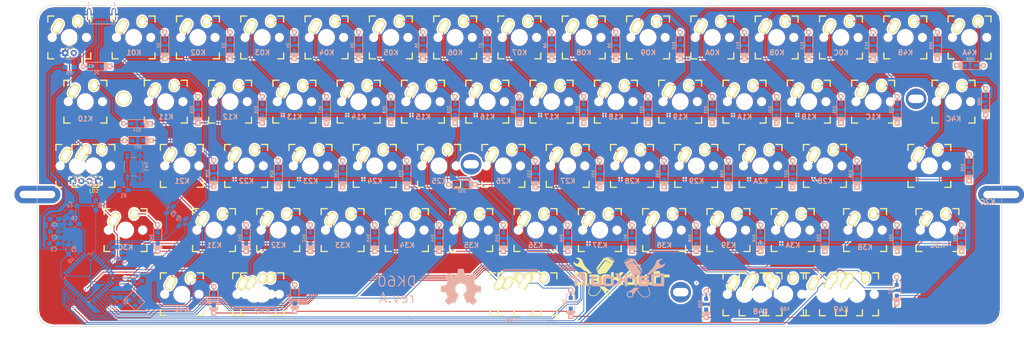
<source format=kicad_pcb>
(kicad_pcb (version 4) (host pcbnew 4.0.5+dfsg1-4)
  (title_block (title "MX/Alps HHKB") (date 2017-04-30) (rev A) (company DarKou))
  (layers (0 F.Cu signal) (31 B.Cu signal) (34 B.Paste user hide) (35 F.Paste user) (36 B.SilkS user) (37 F.SilkS user hide) (38 B.Mask user) (39 F.Mask user) (44 Edge.Cuts user hide))
  (net 0 "")
  (net 1 "Net-(C1-Pad1)")
  (net 2 GND)
  (net 3 "Net-(C2-Pad1)")
  (net 4 VCC)
  (net 5 "Net-(C8-Pad1)")
  (net 6 "Net-(D1-Pad2)")
  (net 7 /Row0)
  (net 8 "Net-(D2-Pad2)")
  (net 9 "Net-(D3-Pad2)")
  (net 10 "Net-(D4-Pad2)")
  (net 11 "Net-(D5-Pad2)")
  (net 12 "Net-(D6-Pad2)")
  (net 13 "Net-(D7-Pad2)")
  (net 14 "Net-(D8-Pad2)")
  (net 15 "Net-(D9-Pad2)")
  (net 16 "Net-(D10-Pad2)")
  (net 17 "Net-(D11-Pad2)")
  (net 18 "Net-(D12-Pad2)")
  (net 19 "Net-(D13-Pad2)")
  (net 20 "Net-(D14-Pad2)")
  (net 21 /Row1)
  (net 22 "Net-(D15-Pad2)")
  (net 23 "Net-(D16-Pad2)")
  (net 24 "Net-(D17-Pad2)")
  (net 25 "Net-(D18-Pad2)")
  (net 26 "Net-(D19-Pad2)")
  (net 27 "Net-(D20-Pad2)")
  (net 28 "Net-(D21-Pad2)")
  (net 29 "Net-(D22-Pad2)")
  (net 30 "Net-(D23-Pad2)")
  (net 31 "Net-(D24-Pad2)")
  (net 32 "Net-(D25-Pad2)")
  (net 33 "Net-(D26-Pad2)")
  (net 34 "Net-(D27-Pad2)")
  (net 35 /Row2)
  (net 36 "Net-(D28-Pad2)")
  (net 37 "Net-(D29-Pad2)")
  (net 38 "Net-(D30-Pad2)")
  (net 39 "Net-(D31-Pad2)")
  (net 40 "Net-(D32-Pad2)")
  (net 41 "Net-(D33-Pad2)")
  (net 42 "Net-(D34-Pad2)")
  (net 43 "Net-(D35-Pad2)")
  (net 44 "Net-(D36-Pad2)")
  (net 45 "Net-(D37-Pad2)")
  (net 46 "Net-(D38-Pad2)")
  (net 47 "Net-(D39-Pad2)")
  (net 48 "Net-(D40-Pad2)")
  (net 49 /Row3)
  (net 50 "Net-(D41-Pad2)")
  (net 51 "Net-(D42-Pad2)")
  (net 52 "Net-(D43-Pad2)")
  (net 53 "Net-(D44-Pad2)")
  (net 54 "Net-(D45-Pad2)")
  (net 55 "Net-(D46-Pad2)")
  (net 56 "Net-(D47-Pad2)")
  (net 57 "Net-(D48-Pad2)")
  (net 58 "Net-(D49-Pad2)")
  (net 59 "Net-(D50-Pad2)")
  (net 60 "Net-(D51-Pad2)")
  (net 61 "Net-(D52-Pad2)")
  (net 62 "Net-(D53-Pad2)")
  (net 63 /Row4)
  (net 64 "Net-(D54-Pad2)")
  (net 65 "Net-(D55-Pad2)")
  (net 66 "Net-(D56-Pad2)")
  (net 67 "Net-(D57-Pad2)")
  (net 68 "Net-(D58-Pad2)")
  (net 69 "Net-(D59-Pad2)")
  (net 70 "Net-(D60-Pad2)")
  (net 71 "Net-(J1-Pad2)")
  (net 72 "Net-(J1-Pad3)")
  (net 73 "Net-(J1-Pad4)")
  (net 74 /Col0)
  (net 75 /Col1)
  (net 76 /Col2)
  (net 77 /Col3)
  (net 78 /Col4)
  (net 79 /Col5)
  (net 80 /Col6)
  (net 81 /Col7)
  (net 82 /Col8)
  (net 83 /Col9)
  (net 84 /Col10)
  (net 85 /Col11)
  (net 86 /Col12)
  (net 87 "Net-(R1-Pad2)")
  (net 88 "Net-(R2-Pad1)")
  (net 89 "Net-(R3-Pad1)")
  (net 90 "Net-(R4-Pad2)")
  (net 91 "Net-(U0-Pad35)")
  (net 92 "Net-(U0-Pad36)")
  (net 93 "Net-(U0-Pad37)")
  (net 94 "Net-(U0-Pad38)")
  (net 95 "Net-(U0-Pad39)")
  (net 96 "Net-(U0-Pad42)")
  (net 97 "Net-(U0-Pad43)")
  (net 98 "Net-(LD0-Pad2)")
  (net 99 "Net-(LD1-Pad2)")
  (net 100 /ESC_LED)
  (net 101 /CAPS_LED)
  (net 102 "Net-(U0-Pad40)")
  (module Housings_QFP:TQFP-44_10x10mm_Pitch0.8mm (layer B.Cu) (at 82 178.5 225)
    (fp_text reference U0 (at 0 7.450001 225) (layer B.SilkS) (effects (justify mirror)))
    (fp_text value ATMEGA32U4)
    (pad 1 smd rect (at -5.7 4 225) (size 1.5 0.55) (layers B.Cu B.Paste B.Mask) (net 101 /CAPS_LED))
    (pad 2 smd rect (at -5.7 3.2 225) (size 1.5 0.55) (layers B.Cu B.Paste B.Mask) (net 4 VCC))
    (pad 3 smd rect (at -5.7 2.4 225) (size 1.5 0.55) (layers B.Cu B.Paste B.Mask) (net 89 "Net-(R3-Pad1)"))
    (pad 4 smd rect (at -5.7 1.6 225) (size 1.5 0.55) (layers B.Cu B.Paste B.Mask) (net 90 "Net-(R4-Pad2)"))
    (pad 5 smd rect (at -5.7 0.8 225) (size 1.5 0.55) (layers B.Cu B.Paste B.Mask) (net 2 GND))
    (pad 6 smd rect (at -5.7 0 225) (size 1.5 0.55) (layers B.Cu B.Paste B.Mask) (net 5 "Net-(C8-Pad1)"))
    (pad 7 smd rect (at -5.7 -0.8 225) (size 1.5 0.55) (layers B.Cu B.Paste B.Mask) (net 4 VCC))
    (pad 8 smd rect (at -5.7 -1.6 225) (size 1.5 0.55) (layers B.Cu B.Paste B.Mask) (net 74 /Col0))
    (pad 9 smd rect (at -5.7 -2.4 225) (size 1.5 0.55) (layers B.Cu B.Paste B.Mask) (net 77 /Col3))
    (pad 10 smd rect (at -5.7 -3.2 225) (size 1.5 0.55) (layers B.Cu B.Paste B.Mask) (net 76 /Col2))
    (pad 11 smd rect (at -5.7 -4 225) (size 1.5 0.55) (layers B.Cu B.Paste B.Mask) (net 75 /Col1))
    (pad 12 smd rect (at -4 -5.7 135) (size 1.5 0.55) (layers B.Cu B.Paste B.Mask) (net 81 /Col7))
    (pad 13 smd rect (at -3.2 -5.7 135) (size 1.5 0.55) (layers B.Cu B.Paste B.Mask) (net 87 "Net-(R1-Pad2)"))
    (pad 14 smd rect (at -2.4 -5.7 135) (size 1.5 0.55) (layers B.Cu B.Paste B.Mask) (net 4 VCC))
    (pad 15 smd rect (at -1.6 -5.7 135) (size 1.5 0.55) (layers B.Cu B.Paste B.Mask) (net 2 GND))
    (pad 16 smd rect (at -0.8 -5.7 135) (size 1.5 0.55) (layers B.Cu B.Paste B.Mask) (net 1 "Net-(C1-Pad1)"))
    (pad 17 smd rect (at 0 -5.7 135) (size 1.5 0.55) (layers B.Cu B.Paste B.Mask) (net 3 "Net-(C2-Pad1)"))
    (pad 18 smd rect (at 0.8 -5.7 135) (size 1.5 0.55) (layers B.Cu B.Paste B.Mask) (net 84 /Col10))
    (pad 19 smd rect (at 1.6 -5.7 135) (size 1.5 0.55) (layers B.Cu B.Paste B.Mask) (net 85 /Col11))
    (pad 20 smd rect (at 2.4 -5.7 135) (size 1.5 0.55) (layers B.Cu B.Paste B.Mask) (net 86 /Col12))
    (pad 21 smd rect (at 3.2 -5.7 135) (size 1.5 0.55) (layers B.Cu B.Paste B.Mask) (net 78 /Col4))
    (pad 22 smd rect (at 4 -5.7 135) (size 1.5 0.55) (layers B.Cu B.Paste B.Mask) (net 79 /Col5))
    (pad 23 smd rect (at 5.7 -4 225) (size 1.5 0.55) (layers B.Cu B.Paste B.Mask) (net 2 GND))
    (pad 24 smd rect (at 5.7 -3.2 225) (size 1.5 0.55) (layers B.Cu B.Paste B.Mask) (net 4 VCC))
    (pad 25 smd rect (at 5.7 -2.4 225) (size 1.5 0.55) (layers B.Cu B.Paste B.Mask) (net 63 /Row4))
    (pad 26 smd rect (at 5.7 -1.6 225) (size 1.5 0.55) (layers B.Cu B.Paste B.Mask) (net 49 /Row3))
    (pad 27 smd rect (at 5.7 -0.8 225) (size 1.5 0.55) (layers B.Cu B.Paste B.Mask) (net 35 /Row2))
    (pad 28 smd rect (at 5.7 0 225) (size 1.5 0.55) (layers B.Cu B.Paste B.Mask) (net 21 /Row1))
    (pad 29 smd rect (at 5.7 0.8 225) (size 1.5 0.55) (layers B.Cu B.Paste B.Mask) (net 80 /Col6))
    (pad 30 smd rect (at 5.7 1.6 225) (size 1.5 0.55) (layers B.Cu B.Paste B.Mask) (net 7 /Row0))
    (pad 31 smd rect (at 5.7 2.4 225) (size 1.5 0.55) (layers B.Cu B.Paste B.Mask) (net 82 /Col8))
    (pad 32 smd rect (at 5.7 3.2 225) (size 1.5 0.55) (layers B.Cu B.Paste B.Mask) (net 83 /Col9))
    (pad 33 smd rect (at 5.7 4 225) (size 1.5 0.55) (layers B.Cu B.Paste B.Mask) (net 88 "Net-(R2-Pad1)"))
    (pad 34 smd rect (at 4 5.7 135) (size 1.5 0.55) (layers B.Cu B.Paste B.Mask) (net 4 VCC))
    (pad 35 smd rect (at 3.2 5.7 135) (size 1.5 0.55) (layers B.Cu B.Paste B.Mask) (net 91 "Net-(U0-Pad35)"))
    (pad 36 smd rect (at 2.4 5.7 135) (size 1.5 0.55) (layers B.Cu B.Paste B.Mask) (net 92 "Net-(U0-Pad36)"))
    (pad 37 smd rect (at 1.6 5.7 135) (size 1.5 0.55) (layers B.Cu B.Paste B.Mask) (net 93 "Net-(U0-Pad37)"))
    (pad 38 smd rect (at 0.8 5.7 135) (size 1.5 0.55) (layers B.Cu B.Paste B.Mask) (net 94 "Net-(U0-Pad38)"))
    (pad 39 smd rect (at 0 5.7 135) (size 1.5 0.55) (layers B.Cu B.Paste B.Mask) (net 95 "Net-(U0-Pad39)"))
    (pad 40 smd rect (at -0.8 5.7 135) (size 1.5 0.55) (layers B.Cu B.Paste B.Mask) (net 102 "Net-(U0-Pad40)"))
    (pad 41 smd rect (at -1.6 5.7 135) (size 1.5 0.55) (layers B.Cu B.Paste B.Mask) (net 100 /ESC_LED))
    (pad 42 smd rect (at -2.4 5.7 135) (size 1.5 0.55) (layers B.Cu B.Paste B.Mask) (net 96 "Net-(U0-Pad42)"))
    (pad 43 smd rect (at -3.2 5.7 135) (size 1.5 0.55) (layers B.Cu B.Paste B.Mask) (net 97 "Net-(U0-Pad43)"))
    (pad 44 smd rect (at -4 5.7 135) (size 1.5 0.55) (layers B.Cu B.Paste B.Mask) (net 4 VCC))
  )
  (module Capacitors_SMD:C_0805_HandSoldering (layer B.Cu) (at 96.35 179.35 180)
    (fp_text reference C1 (at 0 1.75 180) (layer B.SilkS) (effects (justify mirror)))
    (fp_text value 22p)
    (pad 1 smd rect (at -1.25 0 180) (size 1.5 1.25) (layers B.Cu B.Paste B.Mask) (net 1 "Net-(C1-Pad1)"))
    (pad 2 smd rect (at 1.25 0 180) (size 1.5 1.25) (layers B.Cu B.Paste B.Mask) (net 2 GND))
  )
  (module Capacitors_SMD:C_0805_HandSoldering (layer B.Cu) (at 91.275 185.55 90)
    (fp_text reference C2 (at 0 1.75 90) (layer B.SilkS) (effects (justify mirror)))
    (fp_text value 22p)
    (pad 1 smd rect (at -1.25 0 90) (size 1.5 1.25) (layers B.Cu B.Paste B.Mask) (net 3 "Net-(C2-Pad1)"))
    (pad 2 smd rect (at 1.25 0 90) (size 1.5 1.25) (layers B.Cu B.Paste B.Mask) (net 2 GND))
  )
  (module Capacitors_SMD:C_0805_HandSoldering (layer B.Cu) (at 71.625 168.325)
    (fp_text reference C3 (at 0 1.75) (layer B.SilkS) (effects (justify mirror)))
    (fp_text value 0.1u)
    (pad 1 smd rect (at -1.25 0) (size 1.5 1.25) (layers B.Cu B.Paste B.Mask) (net 4 VCC))
    (pad 2 smd rect (at 1.25 0) (size 1.5 1.25) (layers B.Cu B.Paste B.Mask) (net 2 GND))
  )
  (module Capacitors_SMD:C_0805_HandSoldering (layer B.Cu) (at 77.5 158 225)
    (fp_text reference C4 (at 0 1.75 225) (layer B.SilkS) (effects (justify mirror)))
    (fp_text value 0.1u)
    (pad 1 smd rect (at -1.25 0 225) (size 1.5 1.25) (layers B.Cu B.Paste B.Mask) (net 4 VCC))
    (pad 2 smd rect (at 1.25 0 225) (size 1.5 1.25) (layers B.Cu B.Paste B.Mask) (net 2 GND))
  )
  (module Capacitors_SMD:C_0805_HandSoldering (layer B.Cu) (at 71.75 161)
    (fp_text reference C5 (at 0 1.75) (layer B.SilkS) (effects (justify mirror)))
    (fp_text value 0.1u)
    (pad 1 smd rect (at -1.25 0) (size 1.5 1.25) (layers B.Cu B.Paste B.Mask) (net 4 VCC))
    (pad 2 smd rect (at 1.25 0) (size 1.5 1.25) (layers B.Cu B.Paste B.Mask) (net 2 GND))
  )
  (module Capacitors_SMD:C_0805_HandSoldering (layer B.Cu) (at 77.75 162.5 180)
    (fp_text reference C6 (at 0 1.75 180) (layer B.SilkS) (effects (justify mirror)))
    (fp_text value 0.1u)
    (pad 1 smd rect (at -1.25 0 180) (size 1.5 1.25) (layers B.Cu B.Paste B.Mask) (net 4 VCC))
    (pad 2 smd rect (at 1.25 0 180) (size 1.5 1.25) (layers B.Cu B.Paste B.Mask) (net 2 GND))
  )
  (module Capacitors_SMD:C_0805_HandSoldering (layer B.Cu) (at 71.75 164.75)
    (fp_text reference C7 (at 0 1.75) (layer B.SilkS) (effects (justify mirror)))
    (fp_text value 4.7u)
    (pad 1 smd rect (at -1.25 0) (size 1.5 1.25) (layers B.Cu B.Paste B.Mask) (net 4 VCC))
    (pad 2 smd rect (at 1.25 0) (size 1.5 1.25) (layers B.Cu B.Paste B.Mask) (net 2 GND))
  )
  (module Capacitors_SMD:C_0805_HandSoldering (layer B.Cu) (at 90.5 171)
    (fp_text reference C8 (at 0 1.75) (layer B.SilkS) (effects (justify mirror)))
    (fp_text value 1u)
    (pad 1 smd rect (at -1.25 0) (size 1.5 1.25) (layers B.Cu B.Paste B.Mask) (net 5 "Net-(C8-Pad1)"))
    (pad 2 smd rect (at 1.25 0) (size 1.5 1.25) (layers B.Cu B.Paste B.Mask) (net 2 GND))
  )
  (module Fooprints:D_SOD123_axial (layer B.Cu) (at 84.25 115.75 180)
    (fp_text reference D1 (at 0 -1.925 180) (layer B.SilkS) (effects (font (size 0.8 0.8)) (justify mirror)))
    (fp_text value D hide)
    (pad 2 smd rect (at 1.575 0 180) (size 1.2 1.2) (layers B.Cu B.Paste B.Mask) (net 6 "Net-(D1-Pad2)"))
    (pad 1 smd rect (at -1.575 0 180) (size 1.2 1.2) (layers B.Cu B.Paste B.Mask) (net 7 /Row0))
    (pad 1 thru_hole rect (at -3.9 0 180) (size 1.6 1.6) (drill 0.7) (layers *.Cu *.Mask B.SilkS) (net 7 /Row0))
    (pad 2 thru_hole circle (at 3.9 0 180) (size 1.6 1.6) (drill 0.7) (layers *.Cu *.Mask B.SilkS) (net 6 "Net-(D1-Pad2)"))
    (pad 1 smd rect (at -2.7 0 180) (size 2.5 0.5) (layers B.Cu) (net 7 /Row0))
    (pad 2 smd rect (at 2.7 0 180) (size 2.5 0.5) (layers B.Cu) (net 6 "Net-(D1-Pad2)"))
  )
  (module Fooprints:D_SOD123_axial (layer B.Cu) (at 104.5 109.5 90)
    (fp_text reference D2 (at 0 -1.925 90) (layer B.SilkS) (effects (font (size 0.8 0.8)) (justify mirror)))
    (fp_text value D hide)
    (pad 2 smd rect (at 1.575 0 90) (size 1.2 1.2) (layers B.Cu B.Paste B.Mask) (net 8 "Net-(D2-Pad2)"))
    (pad 1 smd rect (at -1.575 0 90) (size 1.2 1.2) (layers B.Cu B.Paste B.Mask) (net 7 /Row0))
    (pad 1 thru_hole rect (at -3.9 0 90) (size 1.6 1.6) (drill 0.7) (layers *.Cu *.Mask B.SilkS) (net 7 /Row0))
    (pad 2 thru_hole circle (at 3.9 0 90) (size 1.6 1.6) (drill 0.7) (layers *.Cu *.Mask B.SilkS) (net 8 "Net-(D2-Pad2)"))
    (pad 1 smd rect (at -2.7 0 90) (size 2.5 0.5) (layers B.Cu) (net 7 /Row0))
    (pad 2 smd rect (at 2.7 0 90) (size 2.5 0.5) (layers B.Cu) (net 8 "Net-(D2-Pad2)"))
  )
  (module Fooprints:D_SOD123_axial (layer B.Cu) (at 123.825 109.5375 90)
    (fp_text reference D3 (at 0 -1.925 90) (layer B.SilkS) (effects (font (size 0.8 0.8)) (justify mirror)))
    (fp_text value D hide)
    (pad 2 smd rect (at 1.575 0 90) (size 1.2 1.2) (layers B.Cu B.Paste B.Mask) (net 9 "Net-(D3-Pad2)"))
    (pad 1 smd rect (at -1.575 0 90) (size 1.2 1.2) (layers B.Cu B.Paste B.Mask) (net 7 /Row0))
    (pad 1 thru_hole rect (at -3.9 0 90) (size 1.6 1.6) (drill 0.7) (layers *.Cu *.Mask B.SilkS) (net 7 /Row0))
    (pad 2 thru_hole circle (at 3.9 0 90) (size 1.6 1.6) (drill 0.7) (layers *.Cu *.Mask B.SilkS) (net 9 "Net-(D3-Pad2)"))
    (pad 1 smd rect (at -2.7 0 90) (size 2.5 0.5) (layers B.Cu) (net 7 /Row0))
    (pad 2 smd rect (at 2.7 0 90) (size 2.5 0.5) (layers B.Cu) (net 9 "Net-(D3-Pad2)"))
  )
  (module Fooprints:D_SOD123_axial (layer B.Cu) (at 142.875 109.5375 90)
    (fp_text reference D4 (at 0 -1.925 90) (layer B.SilkS) (effects (font (size 0.8 0.8)) (justify mirror)))
    (fp_text value D hide)
    (pad 2 smd rect (at 1.575 0 90) (size 1.2 1.2) (layers B.Cu B.Paste B.Mask) (net 10 "Net-(D4-Pad2)"))
    (pad 1 smd rect (at -1.575 0 90) (size 1.2 1.2) (layers B.Cu B.Paste B.Mask) (net 7 /Row0))
    (pad 1 thru_hole rect (at -3.9 0 90) (size 1.6 1.6) (drill 0.7) (layers *.Cu *.Mask B.SilkS) (net 7 /Row0))
    (pad 2 thru_hole circle (at 3.9 0 90) (size 1.6 1.6) (drill 0.7) (layers *.Cu *.Mask B.SilkS) (net 10 "Net-(D4-Pad2)"))
    (pad 1 smd rect (at -2.7 0 90) (size 2.5 0.5) (layers B.Cu) (net 7 /Row0))
    (pad 2 smd rect (at 2.7 0 90) (size 2.5 0.5) (layers B.Cu) (net 10 "Net-(D4-Pad2)"))
  )
  (module Fooprints:D_SOD123_axial (layer B.Cu) (at 161.925 109.5375 90)
    (fp_text reference D5 (at 0 -1.925 90) (layer B.SilkS) (effects (font (size 0.8 0.8)) (justify mirror)))
    (fp_text value D hide)
    (pad 2 smd rect (at 1.575 0 90) (size 1.2 1.2) (layers B.Cu B.Paste B.Mask) (net 11 "Net-(D5-Pad2)"))
    (pad 1 smd rect (at -1.575 0 90) (size 1.2 1.2) (layers B.Cu B.Paste B.Mask) (net 7 /Row0))
    (pad 1 thru_hole rect (at -3.9 0 90) (size 1.6 1.6) (drill 0.7) (layers *.Cu *.Mask B.SilkS) (net 7 /Row0))
    (pad 2 thru_hole circle (at 3.9 0 90) (size 1.6 1.6) (drill 0.7) (layers *.Cu *.Mask B.SilkS) (net 11 "Net-(D5-Pad2)"))
    (pad 1 smd rect (at -2.7 0 90) (size 2.5 0.5) (layers B.Cu) (net 7 /Row0))
    (pad 2 smd rect (at 2.7 0 90) (size 2.5 0.5) (layers B.Cu) (net 11 "Net-(D5-Pad2)"))
  )
  (module Fooprints:D_SOD123_axial (layer B.Cu) (at 180.975 109.5375 90)
    (fp_text reference D6 (at 0 -1.925 90) (layer B.SilkS) (effects (font (size 0.8 0.8)) (justify mirror)))
    (fp_text value D hide)
    (pad 2 smd rect (at 1.575 0 90) (size 1.2 1.2) (layers B.Cu B.Paste B.Mask) (net 12 "Net-(D6-Pad2)"))
    (pad 1 smd rect (at -1.575 0 90) (size 1.2 1.2) (layers B.Cu B.Paste B.Mask) (net 7 /Row0))
    (pad 1 thru_hole rect (at -3.9 0 90) (size 1.6 1.6) (drill 0.7) (layers *.Cu *.Mask B.SilkS) (net 7 /Row0))
    (pad 2 thru_hole circle (at 3.9 0 90) (size 1.6 1.6) (drill 0.7) (layers *.Cu *.Mask B.SilkS) (net 12 "Net-(D6-Pad2)"))
    (pad 1 smd rect (at -2.7 0 90) (size 2.5 0.5) (layers B.Cu) (net 7 /Row0))
    (pad 2 smd rect (at 2.7 0 90) (size 2.5 0.5) (layers B.Cu) (net 12 "Net-(D6-Pad2)"))
  )
  (module Fooprints:D_SOD123_axial (layer B.Cu) (at 200.025 109.5375 90)
    (fp_text reference D7 (at 0 -1.925 90) (layer B.SilkS) (effects (font (size 0.8 0.8)) (justify mirror)))
    (fp_text value D hide)
    (pad 2 smd rect (at 1.575 0 90) (size 1.2 1.2) (layers B.Cu B.Paste B.Mask) (net 13 "Net-(D7-Pad2)"))
    (pad 1 smd rect (at -1.575 0 90) (size 1.2 1.2) (layers B.Cu B.Paste B.Mask) (net 7 /Row0))
    (pad 1 thru_hole rect (at -3.9 0 90) (size 1.6 1.6) (drill 0.7) (layers *.Cu *.Mask B.SilkS) (net 7 /Row0))
    (pad 2 thru_hole circle (at 3.9 0 90) (size 1.6 1.6) (drill 0.7) (layers *.Cu *.Mask B.SilkS) (net 13 "Net-(D7-Pad2)"))
    (pad 1 smd rect (at -2.7 0 90) (size 2.5 0.5) (layers B.Cu) (net 7 /Row0))
    (pad 2 smd rect (at 2.7 0 90) (size 2.5 0.5) (layers B.Cu) (net 13 "Net-(D7-Pad2)"))
  )
  (module Fooprints:D_SOD123_axial (layer B.Cu) (at 219.075 109.5375 90)
    (fp_text reference D8 (at 0 -1.925 90) (layer B.SilkS) (effects (font (size 0.8 0.8)) (justify mirror)))
    (fp_text value D hide)
    (pad 2 smd rect (at 1.575 0 90) (size 1.2 1.2) (layers B.Cu B.Paste B.Mask) (net 14 "Net-(D8-Pad2)"))
    (pad 1 smd rect (at -1.575 0 90) (size 1.2 1.2) (layers B.Cu B.Paste B.Mask) (net 7 /Row0))
    (pad 1 thru_hole rect (at -3.9 0 90) (size 1.6 1.6) (drill 0.7) (layers *.Cu *.Mask B.SilkS) (net 7 /Row0))
    (pad 2 thru_hole circle (at 3.9 0 90) (size 1.6 1.6) (drill 0.7) (layers *.Cu *.Mask B.SilkS) (net 14 "Net-(D8-Pad2)"))
    (pad 1 smd rect (at -2.7 0 90) (size 2.5 0.5) (layers B.Cu) (net 7 /Row0))
    (pad 2 smd rect (at 2.7 0 90) (size 2.5 0.5) (layers B.Cu) (net 14 "Net-(D8-Pad2)"))
  )
  (module Fooprints:D_SOD123_axial (layer B.Cu) (at 238.125 109.5375 90)
    (fp_text reference D9 (at 0 -1.925 90) (layer B.SilkS) (effects (font (size 0.8 0.8)) (justify mirror)))
    (fp_text value D hide)
    (pad 2 smd rect (at 1.575 0 90) (size 1.2 1.2) (layers B.Cu B.Paste B.Mask) (net 15 "Net-(D9-Pad2)"))
    (pad 1 smd rect (at -1.575 0 90) (size 1.2 1.2) (layers B.Cu B.Paste B.Mask) (net 7 /Row0))
    (pad 1 thru_hole rect (at -3.9 0 90) (size 1.6 1.6) (drill 0.7) (layers *.Cu *.Mask B.SilkS) (net 7 /Row0))
    (pad 2 thru_hole circle (at 3.9 0 90) (size 1.6 1.6) (drill 0.7) (layers *.Cu *.Mask B.SilkS) (net 15 "Net-(D9-Pad2)"))
    (pad 1 smd rect (at -2.7 0 90) (size 2.5 0.5) (layers B.Cu) (net 7 /Row0))
    (pad 2 smd rect (at 2.7 0 90) (size 2.5 0.5) (layers B.Cu) (net 15 "Net-(D9-Pad2)"))
  )
  (module Fooprints:D_SOD123_axial (layer B.Cu) (at 257.175 109.5375 90)
    (fp_text reference D10 (at 0 -1.925 90) (layer B.SilkS) (effects (font (size 0.8 0.8)) (justify mirror)))
    (fp_text value D hide)
    (pad 2 smd rect (at 1.575 0 90) (size 1.2 1.2) (layers B.Cu B.Paste B.Mask) (net 16 "Net-(D10-Pad2)"))
    (pad 1 smd rect (at -1.575 0 90) (size 1.2 1.2) (layers B.Cu B.Paste B.Mask) (net 7 /Row0))
    (pad 1 thru_hole rect (at -3.9 0 90) (size 1.6 1.6) (drill 0.7) (layers *.Cu *.Mask B.SilkS) (net 7 /Row0))
    (pad 2 thru_hole circle (at 3.9 0 90) (size 1.6 1.6) (drill 0.7) (layers *.Cu *.Mask B.SilkS) (net 16 "Net-(D10-Pad2)"))
    (pad 1 smd rect (at -2.7 0 90) (size 2.5 0.5) (layers B.Cu) (net 7 /Row0))
    (pad 2 smd rect (at 2.7 0 90) (size 2.5 0.5) (layers B.Cu) (net 16 "Net-(D10-Pad2)"))
  )
  (module Fooprints:D_SOD123_axial (layer B.Cu) (at 276.225 109.5375 90)
    (fp_text reference D11 (at 0 -1.925 90) (layer B.SilkS) (effects (font (size 0.8 0.8)) (justify mirror)))
    (fp_text value D hide)
    (pad 2 smd rect (at 1.575 0 90) (size 1.2 1.2) (layers B.Cu B.Paste B.Mask) (net 17 "Net-(D11-Pad2)"))
    (pad 1 smd rect (at -1.575 0 90) (size 1.2 1.2) (layers B.Cu B.Paste B.Mask) (net 7 /Row0))
    (pad 1 thru_hole rect (at -3.9 0 90) (size 1.6 1.6) (drill 0.7) (layers *.Cu *.Mask B.SilkS) (net 7 /Row0))
    (pad 2 thru_hole circle (at 3.9 0 90) (size 1.6 1.6) (drill 0.7) (layers *.Cu *.Mask B.SilkS) (net 17 "Net-(D11-Pad2)"))
    (pad 1 smd rect (at -2.7 0 90) (size 2.5 0.5) (layers B.Cu) (net 7 /Row0))
    (pad 2 smd rect (at 2.7 0 90) (size 2.5 0.5) (layers B.Cu) (net 17 "Net-(D11-Pad2)"))
  )
  (module Fooprints:D_SOD123_axial (layer B.Cu) (at 295.275 109.5375 90)
    (fp_text reference D12 (at 0 -1.925 90) (layer B.SilkS) (effects (font (size 0.8 0.8)) (justify mirror)))
    (fp_text value D hide)
    (pad 2 smd rect (at 1.575 0 90) (size 1.2 1.2) (layers B.Cu B.Paste B.Mask) (net 18 "Net-(D12-Pad2)"))
    (pad 1 smd rect (at -1.575 0 90) (size 1.2 1.2) (layers B.Cu B.Paste B.Mask) (net 7 /Row0))
    (pad 1 thru_hole rect (at -3.9 0 90) (size 1.6 1.6) (drill 0.7) (layers *.Cu *.Mask B.SilkS) (net 7 /Row0))
    (pad 2 thru_hole circle (at 3.9 0 90) (size 1.6 1.6) (drill 0.7) (layers *.Cu *.Mask B.SilkS) (net 18 "Net-(D12-Pad2)"))
    (pad 1 smd rect (at -2.7 0 90) (size 2.5 0.5) (layers B.Cu) (net 7 /Row0))
    (pad 2 smd rect (at 2.7 0 90) (size 2.5 0.5) (layers B.Cu) (net 18 "Net-(D12-Pad2)"))
  )
  (module Fooprints:D_SOD123_axial (layer B.Cu) (at 314.325 109.5375 90)
    (fp_text reference D13 (at 0 -1.925 90) (layer B.SilkS) (effects (font (size 0.8 0.8)) (justify mirror)))
    (fp_text value D hide)
    (pad 2 smd rect (at 1.575 0 90) (size 1.2 1.2) (layers B.Cu B.Paste B.Mask) (net 19 "Net-(D13-Pad2)"))
    (pad 1 smd rect (at -1.575 0 90) (size 1.2 1.2) (layers B.Cu B.Paste B.Mask) (net 7 /Row0))
    (pad 1 thru_hole rect (at -3.9 0 90) (size 1.6 1.6) (drill 0.7) (layers *.Cu *.Mask B.SilkS) (net 7 /Row0))
    (pad 2 thru_hole circle (at 3.9 0 90) (size 1.6 1.6) (drill 0.7) (layers *.Cu *.Mask B.SilkS) (net 19 "Net-(D13-Pad2)"))
    (pad 1 smd rect (at -2.7 0 90) (size 2.5 0.5) (layers B.Cu) (net 7 /Row0))
    (pad 2 smd rect (at 2.7 0 90) (size 2.5 0.5) (layers B.Cu) (net 19 "Net-(D13-Pad2)"))
  )
  (module Fooprints:D_SOD123_axial (layer B.Cu) (at 96.25 132.75 180)
    (fp_text reference D14 (at 0 -1.925001 180) (layer B.SilkS) (effects (font (size 0.8 0.8)) (justify mirror)))
    (fp_text value D hide)
    (pad 2 smd rect (at 1.575 0 180) (size 1.2 1.2) (layers B.Cu B.Paste B.Mask) (net 20 "Net-(D14-Pad2)"))
    (pad 1 smd rect (at -1.575 0 180) (size 1.2 1.2) (layers B.Cu B.Paste B.Mask) (net 21 /Row1))
    (pad 1 thru_hole rect (at -3.9 0 180) (size 1.6 1.6) (drill 0.7) (layers *.Cu *.Mask B.SilkS) (net 21 /Row1))
    (pad 2 thru_hole circle (at 3.9 0 180) (size 1.6 1.6) (drill 0.7) (layers *.Cu *.Mask B.SilkS) (net 20 "Net-(D14-Pad2)"))
    (pad 1 smd rect (at -2.7 0 180) (size 2.5 0.5) (layers B.Cu) (net 21 /Row1))
    (pad 2 smd rect (at 2.7 0 180) (size 2.5 0.5) (layers B.Cu) (net 20 "Net-(D14-Pad2)"))
  )
  (module Fooprints:D_SOD123_axial (layer B.Cu) (at 114.3 128.5875 90)
    (fp_text reference D15 (at 0 -1.925 90) (layer B.SilkS) (effects (font (size 0.8 0.8)) (justify mirror)))
    (fp_text value D hide)
    (pad 2 smd rect (at 1.575 0 90) (size 1.2 1.2) (layers B.Cu B.Paste B.Mask) (net 22 "Net-(D15-Pad2)"))
    (pad 1 smd rect (at -1.575 0 90) (size 1.2 1.2) (layers B.Cu B.Paste B.Mask) (net 21 /Row1))
    (pad 1 thru_hole rect (at -3.9 0 90) (size 1.6 1.6) (drill 0.7) (layers *.Cu *.Mask B.SilkS) (net 21 /Row1))
    (pad 2 thru_hole circle (at 3.9 0 90) (size 1.6 1.6) (drill 0.7) (layers *.Cu *.Mask B.SilkS) (net 22 "Net-(D15-Pad2)"))
    (pad 1 smd rect (at -2.7 0 90) (size 2.5 0.5) (layers B.Cu) (net 21 /Row1))
    (pad 2 smd rect (at 2.7 0 90) (size 2.5 0.5) (layers B.Cu) (net 22 "Net-(D15-Pad2)"))
  )
  (module Fooprints:D_SOD123_axial (layer B.Cu) (at 133.35 128.5875 90)
    (fp_text reference D16 (at 0 -1.925 90) (layer B.SilkS) (effects (font (size 0.8 0.8)) (justify mirror)))
    (fp_text value D hide)
    (pad 2 smd rect (at 1.575 0 90) (size 1.2 1.2) (layers B.Cu B.Paste B.Mask) (net 23 "Net-(D16-Pad2)"))
    (pad 1 smd rect (at -1.575 0 90) (size 1.2 1.2) (layers B.Cu B.Paste B.Mask) (net 21 /Row1))
    (pad 1 thru_hole rect (at -3.9 0 90) (size 1.6 1.6) (drill 0.7) (layers *.Cu *.Mask B.SilkS) (net 21 /Row1))
    (pad 2 thru_hole circle (at 3.9 0 90) (size 1.6 1.6) (drill 0.7) (layers *.Cu *.Mask B.SilkS) (net 23 "Net-(D16-Pad2)"))
    (pad 1 smd rect (at -2.7 0 90) (size 2.5 0.5) (layers B.Cu) (net 21 /Row1))
    (pad 2 smd rect (at 2.7 0 90) (size 2.5 0.5) (layers B.Cu) (net 23 "Net-(D16-Pad2)"))
  )
  (module Fooprints:D_SOD123_axial (layer B.Cu) (at 152.4 128.5875 90)
    (fp_text reference D17 (at 0 -1.925 90) (layer B.SilkS) (effects (font (size 0.8 0.8)) (justify mirror)))
    (fp_text value D hide)
    (pad 2 smd rect (at 1.575 0 90) (size 1.2 1.2) (layers B.Cu B.Paste B.Mask) (net 24 "Net-(D17-Pad2)"))
    (pad 1 smd rect (at -1.575 0 90) (size 1.2 1.2) (layers B.Cu B.Paste B.Mask) (net 21 /Row1))
    (pad 1 thru_hole rect (at -3.9 0 90) (size 1.6 1.6) (drill 0.7) (layers *.Cu *.Mask B.SilkS) (net 21 /Row1))
    (pad 2 thru_hole circle (at 3.9 0 90) (size 1.6 1.6) (drill 0.7) (layers *.Cu *.Mask B.SilkS) (net 24 "Net-(D17-Pad2)"))
    (pad 1 smd rect (at -2.7 0 90) (size 2.5 0.5) (layers B.Cu) (net 21 /Row1))
    (pad 2 smd rect (at 2.7 0 90) (size 2.5 0.5) (layers B.Cu) (net 24 "Net-(D17-Pad2)"))
  )
  (module Fooprints:D_SOD123_axial (layer B.Cu) (at 171.45 128.5875 90)
    (fp_text reference D18 (at 0 -1.925 90) (layer B.SilkS) (effects (font (size 0.8 0.8)) (justify mirror)))
    (fp_text value D hide)
    (pad 2 smd rect (at 1.575 0 90) (size 1.2 1.2) (layers B.Cu B.Paste B.Mask) (net 25 "Net-(D18-Pad2)"))
    (pad 1 smd rect (at -1.575 0 90) (size 1.2 1.2) (layers B.Cu B.Paste B.Mask) (net 21 /Row1))
    (pad 1 thru_hole rect (at -3.9 0 90) (size 1.6 1.6) (drill 0.7) (layers *.Cu *.Mask B.SilkS) (net 21 /Row1))
    (pad 2 thru_hole circle (at 3.9 0 90) (size 1.6 1.6) (drill 0.7) (layers *.Cu *.Mask B.SilkS) (net 25 "Net-(D18-Pad2)"))
    (pad 1 smd rect (at -2.7 0 90) (size 2.5 0.5) (layers B.Cu) (net 21 /Row1))
    (pad 2 smd rect (at 2.7 0 90) (size 2.5 0.5) (layers B.Cu) (net 25 "Net-(D18-Pad2)"))
  )
  (module Fooprints:D_SOD123_axial (layer B.Cu) (at 190.5 128.5875 90)
    (fp_text reference D19 (at 0 -1.925 90) (layer B.SilkS) (effects (font (size 0.8 0.8)) (justify mirror)))
    (fp_text value D hide)
    (pad 2 smd rect (at 1.575 0 90) (size 1.2 1.2) (layers B.Cu B.Paste B.Mask) (net 26 "Net-(D19-Pad2)"))
    (pad 1 smd rect (at -1.575 0 90) (size 1.2 1.2) (layers B.Cu B.Paste B.Mask) (net 21 /Row1))
    (pad 1 thru_hole rect (at -3.9 0 90) (size 1.6 1.6) (drill 0.7) (layers *.Cu *.Mask B.SilkS) (net 21 /Row1))
    (pad 2 thru_hole circle (at 3.9 0 90) (size 1.6 1.6) (drill 0.7) (layers *.Cu *.Mask B.SilkS) (net 26 "Net-(D19-Pad2)"))
    (pad 1 smd rect (at -2.7 0 90) (size 2.5 0.5) (layers B.Cu) (net 21 /Row1))
    (pad 2 smd rect (at 2.7 0 90) (size 2.5 0.5) (layers B.Cu) (net 26 "Net-(D19-Pad2)"))
  )
  (module Fooprints:D_SOD123_axial (layer B.Cu) (at 209.55 128.5875 90)
    (fp_text reference D20 (at 0 -1.925 90) (layer B.SilkS) (effects (font (size 0.8 0.8)) (justify mirror)))
    (fp_text value D hide)
    (pad 2 smd rect (at 1.575 0 90) (size 1.2 1.2) (layers B.Cu B.Paste B.Mask) (net 27 "Net-(D20-Pad2)"))
    (pad 1 smd rect (at -1.575 0 90) (size 1.2 1.2) (layers B.Cu B.Paste B.Mask) (net 21 /Row1))
    (pad 1 thru_hole rect (at -3.9 0 90) (size 1.6 1.6) (drill 0.7) (layers *.Cu *.Mask B.SilkS) (net 21 /Row1))
    (pad 2 thru_hole circle (at 3.9 0 90) (size 1.6 1.6) (drill 0.7) (layers *.Cu *.Mask B.SilkS) (net 27 "Net-(D20-Pad2)"))
    (pad 1 smd rect (at -2.7 0 90) (size 2.5 0.5) (layers B.Cu) (net 21 /Row1))
    (pad 2 smd rect (at 2.7 0 90) (size 2.5 0.5) (layers B.Cu) (net 27 "Net-(D20-Pad2)"))
  )
  (module Fooprints:D_SOD123_axial (layer B.Cu) (at 228.6 128.5875 90)
    (fp_text reference D21 (at 0 -1.925 90) (layer B.SilkS) (effects (font (size 0.8 0.8)) (justify mirror)))
    (fp_text value D hide)
    (pad 2 smd rect (at 1.575 0 90) (size 1.2 1.2) (layers B.Cu B.Paste B.Mask) (net 28 "Net-(D21-Pad2)"))
    (pad 1 smd rect (at -1.575 0 90) (size 1.2 1.2) (layers B.Cu B.Paste B.Mask) (net 21 /Row1))
    (pad 1 thru_hole rect (at -3.9 0 90) (size 1.6 1.6) (drill 0.7) (layers *.Cu *.Mask B.SilkS) (net 21 /Row1))
    (pad 2 thru_hole circle (at 3.9 0 90) (size 1.6 1.6) (drill 0.7) (layers *.Cu *.Mask B.SilkS) (net 28 "Net-(D21-Pad2)"))
    (pad 1 smd rect (at -2.7 0 90) (size 2.5 0.5) (layers B.Cu) (net 21 /Row1))
    (pad 2 smd rect (at 2.7 0 90) (size 2.5 0.5) (layers B.Cu) (net 28 "Net-(D21-Pad2)"))
  )
  (module Fooprints:D_SOD123_axial (layer B.Cu) (at 247.65 128.5875 90)
    (fp_text reference D22 (at 0 -1.925 90) (layer B.SilkS) (effects (font (size 0.8 0.8)) (justify mirror)))
    (fp_text value D hide)
    (pad 2 smd rect (at 1.575 0 90) (size 1.2 1.2) (layers B.Cu B.Paste B.Mask) (net 29 "Net-(D22-Pad2)"))
    (pad 1 smd rect (at -1.575 0 90) (size 1.2 1.2) (layers B.Cu B.Paste B.Mask) (net 21 /Row1))
    (pad 1 thru_hole rect (at -3.9 0 90) (size 1.6 1.6) (drill 0.7) (layers *.Cu *.Mask B.SilkS) (net 21 /Row1))
    (pad 2 thru_hole circle (at 3.9 0 90) (size 1.6 1.6) (drill 0.7) (layers *.Cu *.Mask B.SilkS) (net 29 "Net-(D22-Pad2)"))
    (pad 1 smd rect (at -2.7 0 90) (size 2.5 0.5) (layers B.Cu) (net 21 /Row1))
    (pad 2 smd rect (at 2.7 0 90) (size 2.5 0.5) (layers B.Cu) (net 29 "Net-(D22-Pad2)"))
  )
  (module Fooprints:D_SOD123_axial (layer B.Cu) (at 266.7 128.5875 90)
    (fp_text reference D23 (at 0 -1.925 90) (layer B.SilkS) (effects (font (size 0.8 0.8)) (justify mirror)))
    (fp_text value D hide)
    (pad 2 smd rect (at 1.575 0 90) (size 1.2 1.2) (layers B.Cu B.Paste B.Mask) (net 30 "Net-(D23-Pad2)"))
    (pad 1 smd rect (at -1.575 0 90) (size 1.2 1.2) (layers B.Cu B.Paste B.Mask) (net 21 /Row1))
    (pad 1 thru_hole rect (at -3.9 0 90) (size 1.6 1.6) (drill 0.7) (layers *.Cu *.Mask B.SilkS) (net 21 /Row1))
    (pad 2 thru_hole circle (at 3.9 0 90) (size 1.6 1.6) (drill 0.7) (layers *.Cu *.Mask B.SilkS) (net 30 "Net-(D23-Pad2)"))
    (pad 1 smd rect (at -2.7 0 90) (size 2.5 0.5) (layers B.Cu) (net 21 /Row1))
    (pad 2 smd rect (at 2.7 0 90) (size 2.5 0.5) (layers B.Cu) (net 30 "Net-(D23-Pad2)"))
  )
  (module Fooprints:D_SOD123_axial (layer B.Cu) (at 285.75 128.5875 90)
    (fp_text reference D24 (at 0 -1.925 90) (layer B.SilkS) (effects (font (size 0.8 0.8)) (justify mirror)))
    (fp_text value D hide)
    (pad 2 smd rect (at 1.575 0 90) (size 1.2 1.2) (layers B.Cu B.Paste B.Mask) (net 31 "Net-(D24-Pad2)"))
    (pad 1 smd rect (at -1.575 0 90) (size 1.2 1.2) (layers B.Cu B.Paste B.Mask) (net 21 /Row1))
    (pad 1 thru_hole rect (at -3.9 0 90) (size 1.6 1.6) (drill 0.7) (layers *.Cu *.Mask B.SilkS) (net 21 /Row1))
    (pad 2 thru_hole circle (at 3.9 0 90) (size 1.6 1.6) (drill 0.7) (layers *.Cu *.Mask B.SilkS) (net 31 "Net-(D24-Pad2)"))
    (pad 1 smd rect (at -2.7 0 90) (size 2.5 0.5) (layers B.Cu) (net 21 /Row1))
    (pad 2 smd rect (at 2.7 0 90) (size 2.5 0.5) (layers B.Cu) (net 31 "Net-(D24-Pad2)"))
  )
  (module Fooprints:D_SOD123_axial (layer B.Cu) (at 304.8 128.5875 90)
    (fp_text reference D25 (at 0 -1.925 90) (layer B.SilkS) (effects (font (size 0.8 0.8)) (justify mirror)))
    (fp_text value D hide)
    (pad 2 smd rect (at 1.575 0 90) (size 1.2 1.2) (layers B.Cu B.Paste B.Mask) (net 32 "Net-(D25-Pad2)"))
    (pad 1 smd rect (at -1.575 0 90) (size 1.2 1.2) (layers B.Cu B.Paste B.Mask) (net 21 /Row1))
    (pad 1 thru_hole rect (at -3.9 0 90) (size 1.6 1.6) (drill 0.7) (layers *.Cu *.Mask B.SilkS) (net 21 /Row1))
    (pad 2 thru_hole circle (at 3.9 0 90) (size 1.6 1.6) (drill 0.7) (layers *.Cu *.Mask B.SilkS) (net 32 "Net-(D25-Pad2)"))
    (pad 1 smd rect (at -2.7 0 90) (size 2.5 0.5) (layers B.Cu) (net 21 /Row1))
    (pad 2 smd rect (at 2.7 0 90) (size 2.5 0.5) (layers B.Cu) (net 32 "Net-(D25-Pad2)"))
  )
  (module Fooprints:D_SOD123_axial (layer B.Cu) (at 321.46875 128.5875 90)
    (fp_text reference D26 (at 0 -1.925 90) (layer B.SilkS) (effects (font (size 0.8 0.8)) (justify mirror)))
    (fp_text value D hide)
    (pad 2 smd rect (at 1.575 0 90) (size 1.2 1.2) (layers B.Cu B.Paste B.Mask) (net 33 "Net-(D26-Pad2)"))
    (pad 1 smd rect (at -1.575 0 90) (size 1.2 1.2) (layers B.Cu B.Paste B.Mask) (net 21 /Row1))
    (pad 1 thru_hole rect (at -3.9 0 90) (size 1.6 1.6) (drill 0.7) (layers *.Cu *.Mask B.SilkS) (net 21 /Row1))
    (pad 2 thru_hole circle (at 3.9 0 90) (size 1.6 1.6) (drill 0.7) (layers *.Cu *.Mask B.SilkS) (net 33 "Net-(D26-Pad2)"))
    (pad 1 smd rect (at -2.7 0 90) (size 2.5 0.5) (layers B.Cu) (net 21 /Row1))
    (pad 2 smd rect (at 2.7 0 90) (size 2.5 0.5) (layers B.Cu) (net 33 "Net-(D26-Pad2)"))
  )
  (module Fooprints:D_SOD123_axial (layer B.Cu) (at 96.5 137.75 180)
    (fp_text reference D27 (at 0 -1.925 180) (layer B.SilkS) (effects (font (size 0.8 0.8)) (justify mirror)))
    (fp_text value D hide)
    (pad 2 smd rect (at 1.575 0 180) (size 1.2 1.2) (layers B.Cu B.Paste B.Mask) (net 34 "Net-(D27-Pad2)"))
    (pad 1 smd rect (at -1.575 0 180) (size 1.2 1.2) (layers B.Cu B.Paste B.Mask) (net 35 /Row2))
    (pad 1 thru_hole rect (at -3.9 0 180) (size 1.6 1.6) (drill 0.7) (layers *.Cu *.Mask B.SilkS) (net 35 /Row2))
    (pad 2 thru_hole circle (at 3.9 0 180) (size 1.6 1.6) (drill 0.7) (layers *.Cu *.Mask B.SilkS) (net 34 "Net-(D27-Pad2)"))
    (pad 1 smd rect (at -2.7 0 180) (size 2.5 0.5) (layers B.Cu) (net 35 /Row2))
    (pad 2 smd rect (at 2.7 0 180) (size 2.5 0.5) (layers B.Cu) (net 34 "Net-(D27-Pad2)"))
  )
  (module Fooprints:D_SOD123_axial (layer B.Cu) (at 119 147.5 90)
    (fp_text reference D28 (at 0 -1.925 90) (layer B.SilkS) (effects (font (size 0.8 0.8)) (justify mirror)))
    (fp_text value D hide)
    (pad 2 smd rect (at 1.575 0 90) (size 1.2 1.2) (layers B.Cu B.Paste B.Mask) (net 36 "Net-(D28-Pad2)"))
    (pad 1 smd rect (at -1.575 0 90) (size 1.2 1.2) (layers B.Cu B.Paste B.Mask) (net 35 /Row2))
    (pad 1 thru_hole rect (at -3.9 0 90) (size 1.6 1.6) (drill 0.7) (layers *.Cu *.Mask B.SilkS) (net 35 /Row2))
    (pad 2 thru_hole circle (at 3.9 0 90) (size 1.6 1.6) (drill 0.7) (layers *.Cu *.Mask B.SilkS) (net 36 "Net-(D28-Pad2)"))
    (pad 1 smd rect (at -2.7 0 90) (size 2.5 0.5) (layers B.Cu) (net 35 /Row2))
    (pad 2 smd rect (at 2.7 0 90) (size 2.5 0.5) (layers B.Cu) (net 36 "Net-(D28-Pad2)"))
  )
  (module Fooprints:D_SOD123_axial (layer B.Cu) (at 138.1125 147.6375 90)
    (fp_text reference D29 (at 0 -1.925 90) (layer B.SilkS) (effects (font (size 0.8 0.8)) (justify mirror)))
    (fp_text value D hide)
    (pad 2 smd rect (at 1.575 0 90) (size 1.2 1.2) (layers B.Cu B.Paste B.Mask) (net 37 "Net-(D29-Pad2)"))
    (pad 1 smd rect (at -1.575 0 90) (size 1.2 1.2) (layers B.Cu B.Paste B.Mask) (net 35 /Row2))
    (pad 1 thru_hole rect (at -3.9 0 90) (size 1.6 1.6) (drill 0.7) (layers *.Cu *.Mask B.SilkS) (net 35 /Row2))
    (pad 2 thru_hole circle (at 3.9 0 90) (size 1.6 1.6) (drill 0.7) (layers *.Cu *.Mask B.SilkS) (net 37 "Net-(D29-Pad2)"))
    (pad 1 smd rect (at -2.7 0 90) (size 2.5 0.5) (layers B.Cu) (net 35 /Row2))
    (pad 2 smd rect (at 2.7 0 90) (size 2.5 0.5) (layers B.Cu) (net 37 "Net-(D29-Pad2)"))
  )
  (module Fooprints:D_SOD123_axial (layer B.Cu) (at 157.1625 147.6375 90)
    (fp_text reference D30 (at 0 -1.925 90) (layer B.SilkS) (effects (font (size 0.8 0.8)) (justify mirror)))
    (fp_text value D hide)
    (pad 2 smd rect (at 1.575 0 90) (size 1.2 1.2) (layers B.Cu B.Paste B.Mask) (net 38 "Net-(D30-Pad2)"))
    (pad 1 smd rect (at -1.575 0 90) (size 1.2 1.2) (layers B.Cu B.Paste B.Mask) (net 35 /Row2))
    (pad 1 thru_hole rect (at -3.9 0 90) (size 1.6 1.6) (drill 0.7) (layers *.Cu *.Mask B.SilkS) (net 35 /Row2))
    (pad 2 thru_hole circle (at 3.9 0 90) (size 1.6 1.6) (drill 0.7) (layers *.Cu *.Mask B.SilkS) (net 38 "Net-(D30-Pad2)"))
    (pad 1 smd rect (at -2.7 0 90) (size 2.5 0.5) (layers B.Cu) (net 35 /Row2))
    (pad 2 smd rect (at 2.7 0 90) (size 2.5 0.5) (layers B.Cu) (net 38 "Net-(D30-Pad2)"))
  )
  (module Fooprints:D_SOD123_axial (layer B.Cu) (at 176.2125 147.6375 90)
    (fp_text reference D31 (at 0 -1.925 90) (layer B.SilkS) (effects (font (size 0.8 0.8)) (justify mirror)))
    (fp_text value D hide)
    (pad 2 smd rect (at 1.575 0 90) (size 1.2 1.2) (layers B.Cu B.Paste B.Mask) (net 39 "Net-(D31-Pad2)"))
    (pad 1 smd rect (at -1.575 0 90) (size 1.2 1.2) (layers B.Cu B.Paste B.Mask) (net 35 /Row2))
    (pad 1 thru_hole rect (at -3.9 0 90) (size 1.6 1.6) (drill 0.7) (layers *.Cu *.Mask B.SilkS) (net 35 /Row2))
    (pad 2 thru_hole circle (at 3.9 0 90) (size 1.6 1.6) (drill 0.7) (layers *.Cu *.Mask B.SilkS) (net 39 "Net-(D31-Pad2)"))
    (pad 1 smd rect (at -2.7 0 90) (size 2.5 0.5) (layers B.Cu) (net 35 /Row2))
    (pad 2 smd rect (at 2.7 0 90) (size 2.5 0.5) (layers B.Cu) (net 39 "Net-(D31-Pad2)"))
  )
  (module Fooprints:D_SOD123_axial (layer B.Cu) (at 192.475 150.8 180)
    (fp_text reference D32 (at 0 -1.925 180) (layer B.SilkS) (effects (font (size 0.8 0.8)) (justify mirror)))
    (fp_text value D hide)
    (pad 2 smd rect (at 1.575 0 180) (size 1.2 1.2) (layers B.Cu B.Paste B.Mask) (net 40 "Net-(D32-Pad2)"))
    (pad 1 smd rect (at -1.575 0 180) (size 1.2 1.2) (layers B.Cu B.Paste B.Mask) (net 35 /Row2))
    (pad 1 thru_hole rect (at -3.9 0 180) (size 1.6 1.6) (drill 0.7) (layers *.Cu *.Mask B.SilkS) (net 35 /Row2))
    (pad 2 thru_hole circle (at 3.9 0 180) (size 1.6 1.6) (drill 0.7) (layers *.Cu *.Mask B.SilkS) (net 40 "Net-(D32-Pad2)"))
    (pad 1 smd rect (at -2.7 0 180) (size 2.5 0.5) (layers B.Cu) (net 35 /Row2))
    (pad 2 smd rect (at 2.7 0 180) (size 2.5 0.5) (layers B.Cu) (net 40 "Net-(D32-Pad2)"))
  )
  (module Fooprints:D_SOD123_axial (layer B.Cu) (at 214.3125 147.6375 90)
    (fp_text reference D33 (at 0 -1.925 90) (layer B.SilkS) (effects (font (size 0.8 0.8)) (justify mirror)))
    (fp_text value D hide)
    (pad 2 smd rect (at 1.575 0 90) (size 1.2 1.2) (layers B.Cu B.Paste B.Mask) (net 41 "Net-(D33-Pad2)"))
    (pad 1 smd rect (at -1.575 0 90) (size 1.2 1.2) (layers B.Cu B.Paste B.Mask) (net 35 /Row2))
    (pad 1 thru_hole rect (at -3.9 0 90) (size 1.6 1.6) (drill 0.7) (layers *.Cu *.Mask B.SilkS) (net 35 /Row2))
    (pad 2 thru_hole circle (at 3.9 0 90) (size 1.6 1.6) (drill 0.7) (layers *.Cu *.Mask B.SilkS) (net 41 "Net-(D33-Pad2)"))
    (pad 1 smd rect (at -2.7 0 90) (size 2.5 0.5) (layers B.Cu) (net 35 /Row2))
    (pad 2 smd rect (at 2.7 0 90) (size 2.5 0.5) (layers B.Cu) (net 41 "Net-(D33-Pad2)"))
  )
  (module Fooprints:D_SOD123_axial (layer B.Cu) (at 233.3625 147.6375 90)
    (fp_text reference D34 (at 0 -1.925 90) (layer B.SilkS) (effects (font (size 0.8 0.8)) (justify mirror)))
    (fp_text value D hide)
    (pad 2 smd rect (at 1.575 0 90) (size 1.2 1.2) (layers B.Cu B.Paste B.Mask) (net 42 "Net-(D34-Pad2)"))
    (pad 1 smd rect (at -1.575 0 90) (size 1.2 1.2) (layers B.Cu B.Paste B.Mask) (net 35 /Row2))
    (pad 1 thru_hole rect (at -3.9 0 90) (size 1.6 1.6) (drill 0.7) (layers *.Cu *.Mask B.SilkS) (net 35 /Row2))
    (pad 2 thru_hole circle (at 3.9 0 90) (size 1.6 1.6) (drill 0.7) (layers *.Cu *.Mask B.SilkS) (net 42 "Net-(D34-Pad2)"))
    (pad 1 smd rect (at -2.7 0 90) (size 2.5 0.5) (layers B.Cu) (net 35 /Row2))
    (pad 2 smd rect (at 2.7 0 90) (size 2.5 0.5) (layers B.Cu) (net 42 "Net-(D34-Pad2)"))
  )
  (module Fooprints:D_SOD123_axial (layer B.Cu) (at 252.4125 147.6375 90)
    (fp_text reference D35 (at 0 -1.925 90) (layer B.SilkS) (effects (font (size 0.8 0.8)) (justify mirror)))
    (fp_text value D hide)
    (pad 2 smd rect (at 1.575 0 90) (size 1.2 1.2) (layers B.Cu B.Paste B.Mask) (net 43 "Net-(D35-Pad2)"))
    (pad 1 smd rect (at -1.575 0 90) (size 1.2 1.2) (layers B.Cu B.Paste B.Mask) (net 35 /Row2))
    (pad 1 thru_hole rect (at -3.9 0 90) (size 1.6 1.6) (drill 0.7) (layers *.Cu *.Mask B.SilkS) (net 35 /Row2))
    (pad 2 thru_hole circle (at 3.9 0 90) (size 1.6 1.6) (drill 0.7) (layers *.Cu *.Mask B.SilkS) (net 43 "Net-(D35-Pad2)"))
    (pad 1 smd rect (at -2.7 0 90) (size 2.5 0.5) (layers B.Cu) (net 35 /Row2))
    (pad 2 smd rect (at 2.7 0 90) (size 2.5 0.5) (layers B.Cu) (net 43 "Net-(D35-Pad2)"))
  )
  (module Fooprints:D_SOD123_axial (layer B.Cu) (at 271.4625 147.6375 90)
    (fp_text reference D36 (at 0 -1.925 90) (layer B.SilkS) (effects (font (size 0.8 0.8)) (justify mirror)))
    (fp_text value D hide)
    (pad 2 smd rect (at 1.575 0 90) (size 1.2 1.2) (layers B.Cu B.Paste B.Mask) (net 44 "Net-(D36-Pad2)"))
    (pad 1 smd rect (at -1.575 0 90) (size 1.2 1.2) (layers B.Cu B.Paste B.Mask) (net 35 /Row2))
    (pad 1 thru_hole rect (at -3.9 0 90) (size 1.6 1.6) (drill 0.7) (layers *.Cu *.Mask B.SilkS) (net 35 /Row2))
    (pad 2 thru_hole circle (at 3.9 0 90) (size 1.6 1.6) (drill 0.7) (layers *.Cu *.Mask B.SilkS) (net 44 "Net-(D36-Pad2)"))
    (pad 1 smd rect (at -2.7 0 90) (size 2.5 0.5) (layers B.Cu) (net 35 /Row2))
    (pad 2 smd rect (at 2.7 0 90) (size 2.5 0.5) (layers B.Cu) (net 44 "Net-(D36-Pad2)"))
  )
  (module Fooprints:D_SOD123_axial (layer B.Cu) (at 290.5125 147.6375 90)
    (fp_text reference D37 (at 0 -1.925 90) (layer B.SilkS) (effects (font (size 0.8 0.8)) (justify mirror)))
    (fp_text value D hide)
    (pad 2 smd rect (at 1.575 0 90) (size 1.2 1.2) (layers B.Cu B.Paste B.Mask) (net 45 "Net-(D37-Pad2)"))
    (pad 1 smd rect (at -1.575 0 90) (size 1.2 1.2) (layers B.Cu B.Paste B.Mask) (net 35 /Row2))
    (pad 1 thru_hole rect (at -3.9 0 90) (size 1.6 1.6) (drill 0.7) (layers *.Cu *.Mask B.SilkS) (net 35 /Row2))
    (pad 2 thru_hole circle (at 3.9 0 90) (size 1.6 1.6) (drill 0.7) (layers *.Cu *.Mask B.SilkS) (net 45 "Net-(D37-Pad2)"))
    (pad 1 smd rect (at -2.7 0 90) (size 2.5 0.5) (layers B.Cu) (net 35 /Row2))
    (pad 2 smd rect (at 2.7 0 90) (size 2.5 0.5) (layers B.Cu) (net 45 "Net-(D37-Pad2)"))
  )
  (module Fooprints:D_SOD123_axial (layer B.Cu) (at 309.5625 147.6375 90)
    (fp_text reference D38 (at 0 -1.925 90) (layer B.SilkS) (effects (font (size 0.8 0.8)) (justify mirror)))
    (fp_text value D hide)
    (pad 2 smd rect (at 1.575 0 90) (size 1.2 1.2) (layers B.Cu B.Paste B.Mask) (net 46 "Net-(D38-Pad2)"))
    (pad 1 smd rect (at -1.575 0 90) (size 1.2 1.2) (layers B.Cu B.Paste B.Mask) (net 35 /Row2))
    (pad 1 thru_hole rect (at -3.9 0 90) (size 1.6 1.6) (drill 0.7) (layers *.Cu *.Mask B.SilkS) (net 35 /Row2))
    (pad 2 thru_hole circle (at 3.9 0 90) (size 1.6 1.6) (drill 0.7) (layers *.Cu *.Mask B.SilkS) (net 46 "Net-(D38-Pad2)"))
    (pad 1 smd rect (at -2.7 0 90) (size 2.5 0.5) (layers B.Cu) (net 35 /Row2))
    (pad 2 smd rect (at 2.7 0 90) (size 2.5 0.5) (layers B.Cu) (net 46 "Net-(D38-Pad2)"))
  )
  (module Fooprints:D_SOD123_axial (layer B.Cu) (at 342.75 145.75 90)
    (fp_text reference D39 (at 0 -1.925 90) (layer B.SilkS) (effects (font (size 0.8 0.8)) (justify mirror)))
    (fp_text value D hide)
    (pad 2 smd rect (at 1.575 0 90) (size 1.2 1.2) (layers B.Cu B.Paste B.Mask) (net 47 "Net-(D39-Pad2)"))
    (pad 1 smd rect (at -1.575 0 90) (size 1.2 1.2) (layers B.Cu B.Paste B.Mask) (net 35 /Row2))
    (pad 1 thru_hole rect (at -3.9 0 90) (size 1.6 1.6) (drill 0.7) (layers *.Cu *.Mask B.SilkS) (net 35 /Row2))
    (pad 2 thru_hole circle (at 3.9 0 90) (size 1.6 1.6) (drill 0.7) (layers *.Cu *.Mask B.SilkS) (net 47 "Net-(D39-Pad2)"))
    (pad 1 smd rect (at -2.7 0 90) (size 2.5 0.5) (layers B.Cu) (net 35 /Row2))
    (pad 2 smd rect (at 2.7 0 90) (size 2.5 0.5) (layers B.Cu) (net 47 "Net-(D39-Pad2)"))
  )
  (module Fooprints:D_SOD123_axial (layer B.Cu) (at 102.39375 166.6875 90)
    (fp_text reference D40 (at 0 -1.925 90) (layer B.SilkS) (effects (font (size 0.8 0.8)) (justify mirror)))
    (fp_text value D hide)
    (pad 2 smd rect (at 1.575 0 90) (size 1.2 1.2) (layers B.Cu B.Paste B.Mask) (net 48 "Net-(D40-Pad2)"))
    (pad 1 smd rect (at -1.575 0 90) (size 1.2 1.2) (layers B.Cu B.Paste B.Mask) (net 49 /Row3))
    (pad 1 thru_hole rect (at -3.9 0 90) (size 1.6 1.6) (drill 0.7) (layers *.Cu *.Mask B.SilkS) (net 49 /Row3))
    (pad 2 thru_hole circle (at 3.9 0 90) (size 1.6 1.6) (drill 0.7) (layers *.Cu *.Mask B.SilkS) (net 48 "Net-(D40-Pad2)"))
    (pad 1 smd rect (at -2.7 0 90) (size 2.5 0.5) (layers B.Cu) (net 49 /Row3))
    (pad 2 smd rect (at 2.7 0 90) (size 2.5 0.5) (layers B.Cu) (net 48 "Net-(D40-Pad2)"))
  )
  (module Fooprints:D_SOD123_axial (layer B.Cu) (at 128.5875 166.6875 90)
    (fp_text reference D41 (at 0 -1.925 90) (layer B.SilkS) (effects (font (size 0.8 0.8)) (justify mirror)))
    (fp_text value D hide)
    (pad 2 smd rect (at 1.575 0 90) (size 1.2 1.2) (layers B.Cu B.Paste B.Mask) (net 50 "Net-(D41-Pad2)"))
    (pad 1 smd rect (at -1.575 0 90) (size 1.2 1.2) (layers B.Cu B.Paste B.Mask) (net 49 /Row3))
    (pad 1 thru_hole rect (at -3.9 0 90) (size 1.6 1.6) (drill 0.7) (layers *.Cu *.Mask B.SilkS) (net 49 /Row3))
    (pad 2 thru_hole circle (at 3.9 0 90) (size 1.6 1.6) (drill 0.7) (layers *.Cu *.Mask B.SilkS) (net 50 "Net-(D41-Pad2)"))
    (pad 1 smd rect (at -2.7 0 90) (size 2.5 0.5) (layers B.Cu) (net 49 /Row3))
    (pad 2 smd rect (at 2.7 0 90) (size 2.5 0.5) (layers B.Cu) (net 50 "Net-(D41-Pad2)"))
  )
  (module Fooprints:D_SOD123_axial (layer B.Cu) (at 147.6375 166.6875 90)
    (fp_text reference D42 (at 0 -1.925 90) (layer B.SilkS) (effects (font (size 0.8 0.8)) (justify mirror)))
    (fp_text value D hide)
    (pad 2 smd rect (at 1.575 0 90) (size 1.2 1.2) (layers B.Cu B.Paste B.Mask) (net 51 "Net-(D42-Pad2)"))
    (pad 1 smd rect (at -1.575 0 90) (size 1.2 1.2) (layers B.Cu B.Paste B.Mask) (net 49 /Row3))
    (pad 1 thru_hole rect (at -3.9 0 90) (size 1.6 1.6) (drill 0.7) (layers *.Cu *.Mask B.SilkS) (net 49 /Row3))
    (pad 2 thru_hole circle (at 3.9 0 90) (size 1.6 1.6) (drill 0.7) (layers *.Cu *.Mask B.SilkS) (net 51 "Net-(D42-Pad2)"))
    (pad 1 smd rect (at -2.7 0 90) (size 2.5 0.5) (layers B.Cu) (net 49 /Row3))
    (pad 2 smd rect (at 2.7 0 90) (size 2.5 0.5) (layers B.Cu) (net 51 "Net-(D42-Pad2)"))
  )
  (module Fooprints:D_SOD123_axial (layer B.Cu) (at 166.6875 166.6875 90)
    (fp_text reference D43 (at 0 -1.925 90) (layer B.SilkS) (effects (font (size 0.8 0.8)) (justify mirror)))
    (fp_text value D hide)
    (pad 2 smd rect (at 1.575 0 90) (size 1.2 1.2) (layers B.Cu B.Paste B.Mask) (net 52 "Net-(D43-Pad2)"))
    (pad 1 smd rect (at -1.575 0 90) (size 1.2 1.2) (layers B.Cu B.Paste B.Mask) (net 49 /Row3))
    (pad 1 thru_hole rect (at -3.9 0 90) (size 1.6 1.6) (drill 0.7) (layers *.Cu *.Mask B.SilkS) (net 49 /Row3))
    (pad 2 thru_hole circle (at 3.9 0 90) (size 1.6 1.6) (drill 0.7) (layers *.Cu *.Mask B.SilkS) (net 52 "Net-(D43-Pad2)"))
    (pad 1 smd rect (at -2.7 0 90) (size 2.5 0.5) (layers B.Cu) (net 49 /Row3))
    (pad 2 smd rect (at 2.7 0 90) (size 2.5 0.5) (layers B.Cu) (net 52 "Net-(D43-Pad2)"))
  )
  (module Fooprints:D_SOD123_axial (layer B.Cu) (at 185.7375 166.6875 90)
    (fp_text reference D44 (at 0 -1.925 90) (layer B.SilkS) (effects (font (size 0.8 0.8)) (justify mirror)))
    (fp_text value D hide)
    (pad 2 smd rect (at 1.575 0 90) (size 1.2 1.2) (layers B.Cu B.Paste B.Mask) (net 53 "Net-(D44-Pad2)"))
    (pad 1 smd rect (at -1.575 0 90) (size 1.2 1.2) (layers B.Cu B.Paste B.Mask) (net 49 /Row3))
    (pad 1 thru_hole rect (at -3.9 0 90) (size 1.6 1.6) (drill 0.7) (layers *.Cu *.Mask B.SilkS) (net 49 /Row3))
    (pad 2 thru_hole circle (at 3.9 0 90) (size 1.6 1.6) (drill 0.7) (layers *.Cu *.Mask B.SilkS) (net 53 "Net-(D44-Pad2)"))
    (pad 1 smd rect (at -2.7 0 90) (size 2.5 0.5) (layers B.Cu) (net 49 /Row3))
    (pad 2 smd rect (at 2.7 0 90) (size 2.5 0.5) (layers B.Cu) (net 53 "Net-(D44-Pad2)"))
  )
  (module Fooprints:D_SOD123_axial (layer B.Cu) (at 204.7875 166.6875 90)
    (fp_text reference D45 (at 0 -1.925 90) (layer B.SilkS) (effects (font (size 0.8 0.8)) (justify mirror)))
    (fp_text value D hide)
    (pad 2 smd rect (at 1.575 0 90) (size 1.2 1.2) (layers B.Cu B.Paste B.Mask) (net 54 "Net-(D45-Pad2)"))
    (pad 1 smd rect (at -1.575 0 90) (size 1.2 1.2) (layers B.Cu B.Paste B.Mask) (net 49 /Row3))
    (pad 1 thru_hole rect (at -3.9 0 90) (size 1.6 1.6) (drill 0.7) (layers *.Cu *.Mask B.SilkS) (net 49 /Row3))
    (pad 2 thru_hole circle (at 3.9 0 90) (size 1.6 1.6) (drill 0.7) (layers *.Cu *.Mask B.SilkS) (net 54 "Net-(D45-Pad2)"))
    (pad 1 smd rect (at -2.7 0 90) (size 2.5 0.5) (layers B.Cu) (net 49 /Row3))
    (pad 2 smd rect (at 2.7 0 90) (size 2.5 0.5) (layers B.Cu) (net 54 "Net-(D45-Pad2)"))
  )
  (module Fooprints:D_SOD123_axial (layer B.Cu) (at 223.8375 166.6875 90)
    (fp_text reference D46 (at 0 -1.925 90) (layer B.SilkS) (effects (font (size 0.8 0.8)) (justify mirror)))
    (fp_text value D hide)
    (pad 2 smd rect (at 1.575 0 90) (size 1.2 1.2) (layers B.Cu B.Paste B.Mask) (net 55 "Net-(D46-Pad2)"))
    (pad 1 smd rect (at -1.575 0 90) (size 1.2 1.2) (layers B.Cu B.Paste B.Mask) (net 49 /Row3))
    (pad 1 thru_hole rect (at -3.9 0 90) (size 1.6 1.6) (drill 0.7) (layers *.Cu *.Mask B.SilkS) (net 49 /Row3))
    (pad 2 thru_hole circle (at 3.9 0 90) (size 1.6 1.6) (drill 0.7) (layers *.Cu *.Mask B.SilkS) (net 55 "Net-(D46-Pad2)"))
    (pad 1 smd rect (at -2.7 0 90) (size 2.5 0.5) (layers B.Cu) (net 49 /Row3))
    (pad 2 smd rect (at 2.7 0 90) (size 2.5 0.5) (layers B.Cu) (net 55 "Net-(D46-Pad2)"))
  )
  (module Fooprints:D_SOD123_axial (layer B.Cu) (at 242.8875 166.6875 90)
    (fp_text reference D47 (at 0 -1.925 90) (layer B.SilkS) (effects (font (size 0.8 0.8)) (justify mirror)))
    (fp_text value D hide)
    (pad 2 smd rect (at 1.575 0 90) (size 1.2 1.2) (layers B.Cu B.Paste B.Mask) (net 56 "Net-(D47-Pad2)"))
    (pad 1 smd rect (at -1.575 0 90) (size 1.2 1.2) (layers B.Cu B.Paste B.Mask) (net 49 /Row3))
    (pad 1 thru_hole rect (at -3.9 0 90) (size 1.6 1.6) (drill 0.7) (layers *.Cu *.Mask B.SilkS) (net 49 /Row3))
    (pad 2 thru_hole circle (at 3.9 0 90) (size 1.6 1.6) (drill 0.7) (layers *.Cu *.Mask B.SilkS) (net 56 "Net-(D47-Pad2)"))
    (pad 1 smd rect (at -2.7 0 90) (size 2.5 0.5) (layers B.Cu) (net 49 /Row3))
    (pad 2 smd rect (at 2.7 0 90) (size 2.5 0.5) (layers B.Cu) (net 56 "Net-(D47-Pad2)"))
  )
  (module Fooprints:D_SOD123_axial (layer B.Cu) (at 261.9375 166.6875 90)
    (fp_text reference D48 (at 0 -1.925 90) (layer B.SilkS) (effects (font (size 0.8 0.8)) (justify mirror)))
    (fp_text value D hide)
    (pad 2 smd rect (at 1.575 0 90) (size 1.2 1.2) (layers B.Cu B.Paste B.Mask) (net 57 "Net-(D48-Pad2)"))
    (pad 1 smd rect (at -1.575 0 90) (size 1.2 1.2) (layers B.Cu B.Paste B.Mask) (net 49 /Row3))
    (pad 1 thru_hole rect (at -3.9 0 90) (size 1.6 1.6) (drill 0.7) (layers *.Cu *.Mask B.SilkS) (net 49 /Row3))
    (pad 2 thru_hole circle (at 3.9 0 90) (size 1.6 1.6) (drill 0.7) (layers *.Cu *.Mask B.SilkS) (net 57 "Net-(D48-Pad2)"))
    (pad 1 smd rect (at -2.7 0 90) (size 2.5 0.5) (layers B.Cu) (net 49 /Row3))
    (pad 2 smd rect (at 2.7 0 90) (size 2.5 0.5) (layers B.Cu) (net 57 "Net-(D48-Pad2)"))
  )
  (module Fooprints:D_SOD123_axial (layer B.Cu) (at 280.9875 166.6875 90)
    (fp_text reference D49 (at 0 -1.925 90) (layer B.SilkS) (effects (font (size 0.8 0.8)) (justify mirror)))
    (fp_text value D hide)
    (pad 2 smd rect (at 1.575 0 90) (size 1.2 1.2) (layers B.Cu B.Paste B.Mask) (net 58 "Net-(D49-Pad2)"))
    (pad 1 smd rect (at -1.575 0 90) (size 1.2 1.2) (layers B.Cu B.Paste B.Mask) (net 49 /Row3))
    (pad 1 thru_hole rect (at -3.9 0 90) (size 1.6 1.6) (drill 0.7) (layers *.Cu *.Mask B.SilkS) (net 49 /Row3))
    (pad 2 thru_hole circle (at 3.9 0 90) (size 1.6 1.6) (drill 0.7) (layers *.Cu *.Mask B.SilkS) (net 58 "Net-(D49-Pad2)"))
    (pad 1 smd rect (at -2.7 0 90) (size 2.5 0.5) (layers B.Cu) (net 49 /Row3))
    (pad 2 smd rect (at 2.7 0 90) (size 2.5 0.5) (layers B.Cu) (net 58 "Net-(D49-Pad2)"))
  )
  (module Fooprints:D_SOD123_axial (layer B.Cu) (at 300.0375 166.6875 90)
    (fp_text reference D50 (at 0 -1.925 90) (layer B.SilkS) (effects (font (size 0.8 0.8)) (justify mirror)))
    (fp_text value D hide)
    (pad 2 smd rect (at 1.575 0 90) (size 1.2 1.2) (layers B.Cu B.Paste B.Mask) (net 59 "Net-(D50-Pad2)"))
    (pad 1 smd rect (at -1.575 0 90) (size 1.2 1.2) (layers B.Cu B.Paste B.Mask) (net 49 /Row3))
    (pad 1 thru_hole rect (at -3.9 0 90) (size 1.6 1.6) (drill 0.7) (layers *.Cu *.Mask B.SilkS) (net 49 /Row3))
    (pad 2 thru_hole circle (at 3.9 0 90) (size 1.6 1.6) (drill 0.7) (layers *.Cu *.Mask B.SilkS) (net 59 "Net-(D50-Pad2)"))
    (pad 1 smd rect (at -2.7 0 90) (size 2.5 0.5) (layers B.Cu) (net 49 /Row3))
    (pad 2 smd rect (at 2.7 0 90) (size 2.5 0.5) (layers B.Cu) (net 59 "Net-(D50-Pad2)"))
  )
  (module Fooprints:D_SOD123_axial (layer B.Cu) (at 321.46875 166.6875 90)
    (fp_text reference D51 (at 0 -1.925 90) (layer B.SilkS) (effects (font (size 0.8 0.8)) (justify mirror)))
    (fp_text value D hide)
    (pad 2 smd rect (at 1.575 0 90) (size 1.2 1.2) (layers B.Cu B.Paste B.Mask) (net 60 "Net-(D51-Pad2)"))
    (pad 1 smd rect (at -1.575 0 90) (size 1.2 1.2) (layers B.Cu B.Paste B.Mask) (net 49 /Row3))
    (pad 1 thru_hole rect (at -3.9 0 90) (size 1.6 1.6) (drill 0.7) (layers *.Cu *.Mask B.SilkS) (net 49 /Row3))
    (pad 2 thru_hole circle (at 3.9 0 90) (size 1.6 1.6) (drill 0.7) (layers *.Cu *.Mask B.SilkS) (net 60 "Net-(D51-Pad2)"))
    (pad 1 smd rect (at -2.7 0 90) (size 2.5 0.5) (layers B.Cu) (net 49 /Row3))
    (pad 2 smd rect (at 2.7 0 90) (size 2.5 0.5) (layers B.Cu) (net 60 "Net-(D51-Pad2)"))
  )
  (module Fooprints:D_SOD123_axial (layer B.Cu) (at 340.51875 166.6875 90)
    (fp_text reference D52 (at 0 -1.925 90) (layer B.SilkS) (effects (font (size 0.8 0.8)) (justify mirror)))
    (fp_text value D hide)
    (pad 2 smd rect (at 1.575 0 90) (size 1.2 1.2) (layers B.Cu B.Paste B.Mask) (net 61 "Net-(D52-Pad2)"))
    (pad 1 smd rect (at -1.575 0 90) (size 1.2 1.2) (layers B.Cu B.Paste B.Mask) (net 49 /Row3))
    (pad 1 thru_hole rect (at -3.9 0 90) (size 1.6 1.6) (drill 0.7) (layers *.Cu *.Mask B.SilkS) (net 49 /Row3))
    (pad 2 thru_hole circle (at 3.9 0 90) (size 1.6 1.6) (drill 0.7) (layers *.Cu *.Mask B.SilkS) (net 61 "Net-(D52-Pad2)"))
    (pad 1 smd rect (at -2.7 0 90) (size 2.5 0.5) (layers B.Cu) (net 49 /Row3))
    (pad 2 smd rect (at 2.7 0 90) (size 2.5 0.5) (layers B.Cu) (net 61 "Net-(D52-Pad2)"))
  )
  (module Fooprints:D_SOD123_axial (layer B.Cu) (at 119 185 90)
    (fp_text reference D53 (at 0 -1.925 90) (layer B.SilkS) (effects (font (size 0.8 0.8)) (justify mirror)))
    (fp_text value D hide)
    (pad 2 smd rect (at 1.575 0 90) (size 1.2 1.2) (layers B.Cu B.Paste B.Mask) (net 62 "Net-(D53-Pad2)"))
    (pad 1 smd rect (at -1.575 0 90) (size 1.2 1.2) (layers B.Cu B.Paste B.Mask) (net 63 /Row4))
    (pad 1 thru_hole rect (at -3.9 0 90) (size 1.6 1.6) (drill 0.7) (layers *.Cu *.Mask B.SilkS) (net 63 /Row4))
    (pad 2 thru_hole circle (at 3.9 0 90) (size 1.6 1.6) (drill 0.7) (layers *.Cu *.Mask B.SilkS) (net 62 "Net-(D53-Pad2)"))
    (pad 1 smd rect (at -2.7 0 90) (size 2.5 0.5) (layers B.Cu) (net 63 /Row4))
    (pad 2 smd rect (at 2.7 0 90) (size 2.5 0.5) (layers B.Cu) (net 62 "Net-(D53-Pad2)"))
  )
  (module Fooprints:D_SOD123_axial (layer B.Cu) (at 143 184.5 90)
    (fp_text reference D54 (at 0 -1.925 90) (layer B.SilkS) (effects (font (size 0.8 0.8)) (justify mirror)))
    (fp_text value D hide)
    (pad 2 smd rect (at 1.575 0 90) (size 1.2 1.2) (layers B.Cu B.Paste B.Mask) (net 64 "Net-(D54-Pad2)"))
    (pad 1 smd rect (at -1.575 0 90) (size 1.2 1.2) (layers B.Cu B.Paste B.Mask) (net 63 /Row4))
    (pad 1 thru_hole rect (at -3.9 0 90) (size 1.6 1.6) (drill 0.7) (layers *.Cu *.Mask B.SilkS) (net 63 /Row4))
    (pad 2 thru_hole circle (at 3.9 0 90) (size 1.6 1.6) (drill 0.7) (layers *.Cu *.Mask B.SilkS) (net 64 "Net-(D54-Pad2)"))
    (pad 1 smd rect (at -2.7 0 90) (size 2.5 0.5) (layers B.Cu) (net 63 /Row4))
    (pad 2 smd rect (at 2.7 0 90) (size 2.5 0.5) (layers B.Cu) (net 64 "Net-(D54-Pad2)"))
  )
  (module Fooprints:D_SOD123_axial (layer B.Cu) (at 224.75 186 90)
    (fp_text reference D55 (at 0 -1.925 90) (layer B.SilkS) (effects (font (size 0.8 0.8)) (justify mirror)))
    (fp_text value D hide)
    (pad 2 smd rect (at 1.575 0 90) (size 1.2 1.2) (layers B.Cu B.Paste B.Mask) (net 65 "Net-(D55-Pad2)"))
    (pad 1 smd rect (at -1.575 0 90) (size 1.2 1.2) (layers B.Cu B.Paste B.Mask) (net 63 /Row4))
    (pad 1 thru_hole rect (at -3.9 0 90) (size 1.6 1.6) (drill 0.7) (layers *.Cu *.Mask B.SilkS) (net 63 /Row4))
    (pad 2 thru_hole circle (at 3.9 0 90) (size 1.6 1.6) (drill 0.7) (layers *.Cu *.Mask B.SilkS) (net 65 "Net-(D55-Pad2)"))
    (pad 1 smd rect (at -2.7 0 90) (size 2.5 0.5) (layers B.Cu) (net 63 /Row4))
    (pad 2 smd rect (at 2.7 0 90) (size 2.5 0.5) (layers B.Cu) (net 65 "Net-(D55-Pad2)"))
  )
  (module Fooprints:D_SOD123_axial (layer B.Cu) (at 264.875 186.3 90)
    (fp_text reference D56 (at 0 -1.925 90) (layer B.SilkS) (effects (font (size 0.8 0.8)) (justify mirror)))
    (fp_text value D hide)
    (pad 2 smd rect (at 1.575 0 90) (size 1.2 1.2) (layers B.Cu B.Paste B.Mask) (net 66 "Net-(D56-Pad2)"))
    (pad 1 smd rect (at -1.575 0 90) (size 1.2 1.2) (layers B.Cu B.Paste B.Mask) (net 63 /Row4))
    (pad 1 thru_hole rect (at -3.9 0 90) (size 1.6 1.6) (drill 0.7) (layers *.Cu *.Mask B.SilkS) (net 63 /Row4))
    (pad 2 thru_hole circle (at 3.9 0 90) (size 1.6 1.6) (drill 0.7) (layers *.Cu *.Mask B.SilkS) (net 66 "Net-(D56-Pad2)"))
    (pad 1 smd rect (at -2.7 0 90) (size 2.5 0.5) (layers B.Cu) (net 63 /Row4))
    (pad 2 smd rect (at 2.7 0 90) (size 2.5 0.5) (layers B.Cu) (net 66 "Net-(D56-Pad2)"))
  )
  (module Fooprints:D_SOD123_axial (layer B.Cu) (at 321.325 182.175 90)
    (fp_text reference D57 (at 0 -1.925 90) (layer B.SilkS) (effects (font (size 0.8 0.8)) (justify mirror)))
    (fp_text value D hide)
    (pad 2 smd rect (at 1.575 0 90) (size 1.2 1.2) (layers B.Cu B.Paste B.Mask) (net 67 "Net-(D57-Pad2)"))
    (pad 1 smd rect (at -1.575 0 90) (size 1.2 1.2) (layers B.Cu B.Paste B.Mask) (net 63 /Row4))
    (pad 1 thru_hole rect (at -3.9 0 90) (size 1.6 1.6) (drill 0.7) (layers *.Cu *.Mask B.SilkS) (net 63 /Row4))
    (pad 2 thru_hole circle (at 3.9 0 90) (size 1.6 1.6) (drill 0.7) (layers *.Cu *.Mask B.SilkS) (net 67 "Net-(D57-Pad2)"))
    (pad 1 smd rect (at -2.7 0 90) (size 2.5 0.5) (layers B.Cu) (net 63 /Row4))
    (pad 2 smd rect (at 2.7 0 90) (size 2.5 0.5) (layers B.Cu) (net 67 "Net-(D57-Pad2)"))
  )
  (module Fooprints:D_SOD123_axial (layer B.Cu) (at 343.075 115.475)
    (fp_text reference D58 (at 0 -1.925) (layer B.SilkS) (effects (font (size 0.8 0.8)) (justify mirror)))
    (fp_text value D hide)
    (pad 2 smd rect (at 1.575 0) (size 1.2 1.2) (layers B.Cu B.Paste B.Mask) (net 68 "Net-(D58-Pad2)"))
    (pad 1 smd rect (at -1.575 0) (size 1.2 1.2) (layers B.Cu B.Paste B.Mask) (net 63 /Row4))
    (pad 1 thru_hole rect (at -3.9 0) (size 1.6 1.6) (drill 0.7) (layers *.Cu *.Mask B.SilkS) (net 63 /Row4))
    (pad 2 thru_hole circle (at 3.9 0) (size 1.6 1.6) (drill 0.7) (layers *.Cu *.Mask B.SilkS) (net 68 "Net-(D58-Pad2)"))
    (pad 1 smd rect (at -2.7 0) (size 2.5 0.5) (layers B.Cu) (net 63 /Row4))
    (pad 2 smd rect (at 2.7 0) (size 2.5 0.5) (layers B.Cu) (net 68 "Net-(D58-Pad2)"))
  )
  (module Fooprints:D_SOD123_axial (layer B.Cu) (at 333.375 109.5375 90)
    (fp_text reference D59 (at 0 -1.925 90) (layer B.SilkS) (effects (font (size 0.8 0.8)) (justify mirror)))
    (fp_text value D hide)
    (pad 2 smd rect (at 1.575 0 90) (size 1.2 1.2) (layers B.Cu B.Paste B.Mask) (net 69 "Net-(D59-Pad2)"))
    (pad 1 smd rect (at -1.575 0 90) (size 1.2 1.2) (layers B.Cu B.Paste B.Mask) (net 63 /Row4))
    (pad 1 thru_hole rect (at -3.9 0 90) (size 1.6 1.6) (drill 0.7) (layers *.Cu *.Mask B.SilkS) (net 63 /Row4))
    (pad 2 thru_hole circle (at 3.9 0 90) (size 1.6 1.6) (drill 0.7) (layers *.Cu *.Mask B.SilkS) (net 69 "Net-(D59-Pad2)"))
    (pad 1 smd rect (at -2.7 0 90) (size 2.5 0.5) (layers B.Cu) (net 63 /Row4))
    (pad 2 smd rect (at 2.7 0 90) (size 2.5 0.5) (layers B.Cu) (net 69 "Net-(D59-Pad2)"))
  )
  (module Fooprints:D_SOD123_axial (layer B.Cu) (at 347.6625 126.20625 90)
    (fp_text reference D60 (at 0 -1.925 90) (layer B.SilkS) (effects (font (size 0.8 0.8)) (justify mirror)))
    (fp_text value D hide)
    (pad 2 smd rect (at 1.575 0 90) (size 1.2 1.2) (layers B.Cu B.Paste B.Mask) (net 70 "Net-(D60-Pad2)"))
    (pad 1 smd rect (at -1.575 0 90) (size 1.2 1.2) (layers B.Cu B.Paste B.Mask) (net 63 /Row4))
    (pad 1 thru_hole rect (at -3.9 0 90) (size 1.6 1.6) (drill 0.7) (layers *.Cu *.Mask B.SilkS) (net 63 /Row4))
    (pad 2 thru_hole circle (at 3.9 0 90) (size 1.6 1.6) (drill 0.7) (layers *.Cu *.Mask B.SilkS) (net 70 "Net-(D60-Pad2)"))
    (pad 1 smd rect (at -2.7 0 90) (size 2.5 0.5) (layers B.Cu) (net 63 /Row4))
    (pad 2 smd rect (at 2.7 0 90) (size 2.5 0.5) (layers B.Cu) (net 70 "Net-(D60-Pad2)"))
  )
  (module Fooprints:USB_miniB_hirose_5S8 (layer B.Cu) (at 85.75 102.75)
    (fp_text reference J1 hide)
    (fp_text value USB_mini_micro_B hide)
    (pad 1 smd rect (at -1.6 0) (size 0.5 1.4) (layers B.Cu B.Paste B.Mask) (net 4 VCC))
    (pad 2 smd rect (at -0.8 0) (size 0.5 1.4) (layers B.Cu B.Paste B.Mask) (net 71 "Net-(J1-Pad2)"))
    (pad 3 smd rect (at 0 0) (size 0.5 1.4) (layers B.Cu B.Paste B.Mask) (net 72 "Net-(J1-Pad3)"))
    (pad 4 smd rect (at 0.8 0) (size 0.5 1.4) (layers B.Cu B.Paste B.Mask) (net 73 "Net-(J1-Pad4)"))
    (pad 5 smd rect (at 1.6 0) (size 0.5 1.4) (layers B.Cu B.Paste B.Mask) (net 2 GND))
    (pad 6 thru_hole oval (at -3.65 -2.4) (size 1.3 3.8) (drill oval 0.7 3.2) (layers *.Cu *.Mask B.Paste) (net 2 GND))
    (pad 6 thru_hole oval (at 3.65 -2.4) (size 1.3 3.8) (drill oval 0.7 3.2) (layers *.Cu *.Mask B.Paste) (net 2 GND))
  )
  (module Resistors_SMD:R_0805_HandSoldering (layer B.Cu) (at 92.25 152.5)
    (fp_text reference R1 (at 0 1.7) (layer B.SilkS) (effects (justify mirror)))
    (fp_text value 10K)
    (pad 1 smd rect (at -1.35 0) (size 1.5 1.3) (layers B.Cu B.Paste B.Mask) (net 4 VCC))
    (pad 2 smd rect (at 1.35 0) (size 1.5 1.3) (layers B.Cu B.Paste B.Mask) (net 87 "Net-(R1-Pad2)"))
  )
  (module Resistors_SMD:R_0805_HandSoldering (layer B.Cu) (at 76 170 90)
    (fp_text reference R2 (at 0 1.700001 90) (layer B.SilkS) (effects (justify mirror)))
    (fp_text value 10K)
    (pad 1 smd rect (at -1.35 0 90) (size 1.5 1.3) (layers B.Cu B.Paste B.Mask) (net 88 "Net-(R2-Pad1)"))
    (pad 2 smd rect (at 1.35 0 90) (size 1.5 1.3) (layers B.Cu B.Paste B.Mask) (net 2 GND))
  )
  (module Resistors_SMD:R_0805_HandSoldering (layer B.Cu) (at 106 158.25 45)
    (fp_text reference R3 (at 0 1.7 45) (layer B.SilkS) (effects (justify mirror)))
    (fp_text value 22)
    (pad 1 smd rect (at -1.35 0 45) (size 1.5 1.3) (layers B.Cu B.Paste B.Mask) (net 89 "Net-(R3-Pad1)"))
    (pad 2 smd rect (at 1.35 0 45) (size 1.5 1.3) (layers B.Cu B.Paste B.Mask) (net 71 "Net-(J1-Pad2)"))
  )
  (module Resistors_SMD:R_0805_HandSoldering (layer B.Cu) (at 109.75 162 225)
    (fp_text reference R4 (at 0 1.7 225) (layer B.SilkS) (effects (justify mirror)))
    (fp_text value 22)
    (pad 1 smd rect (at -1.35 0 225) (size 1.5 1.3) (layers B.Cu B.Paste B.Mask) (net 72 "Net-(J1-Pad3)"))
    (pad 2 smd rect (at 1.35 0 225) (size 1.5 1.3) (layers B.Cu B.Paste B.Mask) (net 90 "Net-(R4-Pad2)"))
  )
  (module Buttons_Switches_SMD:SW_SPST_TL3342 (layer B.Cu) (at 95.25 145.5 90)
    (fp_text reference SW1 (at 0 3.75 90) (layer B.SilkS) (effects (justify mirror)))
    (fp_text value SW_PUSH)
    (pad 1 smd rect (at -3.15 1.9 90) (size 1.7 1) (layers B.Cu B.Paste B.Mask) (net 2 GND))
    (pad 1 smd rect (at 3.15 1.9 90) (size 1.7 1) (layers B.Cu B.Paste B.Mask) (net 2 GND))
    (pad 2 smd rect (at -3.15 -1.9 90) (size 1.7 1) (layers B.Cu B.Paste B.Mask) (net 87 "Net-(R1-Pad2)"))
    (pad 2 smd rect (at 3.15 -1.9 90) (size 1.7 1) (layers B.Cu B.Paste B.Mask) (net 87 "Net-(R1-Pad2)"))
  )
  (module Footprint:Mx_Alps_225 (layer F.Cu) (at 330.99375 145.25625)
    (fp_text reference K39 hide)
    (fp_text value K2C (at 17.272 10.668) (layer B.SilkS) (effects (font (thickness 0.3048)) (justify mirror)))
    (pad HOLE np_thru_hole circle (at 0 0) (size 3.9878 3.9878) (drill 3.9878) (layers *.Cu))
    (pad HOLE np_thru_hole circle (at -5.08 0) (size 1.7018 1.7018) (drill 1.7018) (layers *.Cu))
    (pad HOLE np_thru_hole circle (at 5.08 0) (size 1.7018 1.7018) (drill 1.7018) (layers *.Cu))
    (pad 1 thru_hole oval (at -3.405 -3.27 330.95) (size 2.5 4.17) (drill oval 1.5 3.17) (layers *.Cu *.Mask F.SilkS) (net 86 /Col12))
    (pad 2 thru_hole oval (at 2.52 -4.79 356.1) (size 2.5 3.08) (drill oval 1.5 2.08) (layers *.Cu *.Mask F.SilkS) (net 47 "Net-(D39-Pad2)"))
  )
  (module Footprint:Poker_side_edge_long (layer F.Cu) (at 66.75 153.75)
    (fp_text reference Poker_side_edge_long hide)
    (fp_text value VAL** hide)
    (pad "" thru_hole oval (at 0 0) (size 13.6 5.2) (drill oval 10.6 2.2) (layers *.Cu *.Mask))
  )
  (module Footprint:Poker_side_edge_long (layer F.Cu) (at 352.25 153.75)
    (fp_text reference Poker_side_edge_long hide)
    (fp_text value VAL** hide)
    (pad "" thru_hole oval (at 0 0) (size 13.6 5.2) (drill oval 10.6 2.2) (layers *.Cu *.Mask))
  )
  (module Footprint:HOLE_M3 (layer F.Cu) (at 92.275 125.3)
    (fp_text reference HOLE_M3 hide)
    (fp_text value VAL** hide)
    (pad 1 thru_hole circle (at 0 0) (size 4 4) (drill 3.2) (layers *.Cu *.Mask F.SilkS))
  )
  (module Footprint:Poker_oval_hole (layer F.Cu) (at 327.05 125.375)
    (fp_text reference Poker_oval_hole hide)
    (fp_text value VAL** hide)
    (pad "" thru_hole circle (at 0 0) (size 6.1 6.1) (drill oval 4.6 2.5) (layers *.Cu *.Mask))
  )
  (module Footprint:Poker_oval_hole (layer F.Cu) (at 257.325 182.725)
    (fp_text reference Poker_oval_hole hide)
    (fp_text value VAL** hide)
    (pad "" thru_hole circle (at 0 0) (size 6.1 6.1) (drill oval 4.6 2.5) (layers *.Cu *.Mask))
  )
  (module Footprint:Poker_oval_hole (layer F.Cu) (at 195.225 144.775)
    (fp_text reference Poker_oval_hole hide)
    (fp_text value VAL** hide)
    (pad "" thru_hole circle (at 0 0) (size 6.1 6.1) (drill oval 4.6 2.5) (layers *.Cu *.Mask))
  )
  (module Footprint:OPEN-HARDWARE (layer B.Cu) (at 192.25 181.25 180)
    (fp_text reference G*** hide)
    (fp_text value LOGO hide)
  )
  (module Footprint:darkou (layer B.Cu) (at 238.45 178.525 180)
    (fp_text reference G*** hide)
    (fp_text value LOGO hide)
  )
  (module Footprint:darkou (layer F.Cu) (at 239.775 178.15)
    (fp_text reference G*** hide)
    (fp_text value LOGO hide)
  )
  (module Footprint:FA-238 (layer B.Cu) (at 95.55 185.25 315)
    (fp_text reference X1 hide)
    (fp_text value XTAL_GND hide)
    (pad 3 smd rect (at -1.1 0.8 315) (size 1.4 1.2) (drill (offset -0.1 0.05)) (layers B.Cu B.Paste B.Mask) (net 2 GND) (clearance 0.2))
    (pad 2 smd rect (at 1.1 0.8 315) (size 1.4 1.2) (drill (offset 0.1 0.05)) (layers B.Cu B.Paste B.Mask) (net 3 "Net-(C2-Pad1)") (clearance 0.2))
    (pad 1 smd rect (at -1.1 -0.8 315) (size 1.4 1.2) (drill (offset -0.1 -0.05)) (layers B.Cu B.Paste B.Mask) (net 1 "Net-(C1-Pad1)") (clearance 0.2))
    (pad 3 smd rect (at 1.1 -0.8 315) (size 1.4 1.2) (drill (offset 0.1 -0.05)) (layers B.Cu B.Paste B.Mask) (net 2 GND) (clearance 0.2))
  )
  (module LEDs:LED_D3.0mm (layer F.Cu) (at 75 111.75)
    (fp_text reference LD0 (at 1.27 -2.96) (layer F.SilkS))
    (fp_text value ESC_LED)
    (pad 1 thru_hole rect (at 0 0) (size 1.8 1.8) (drill 0.9) (layers *.Cu *.Mask) (net 2 GND))
    (pad 2 thru_hole circle (at 2.54 0) (size 1.8 1.8) (drill 0.9) (layers *.Cu *.Mask) (net 98 "Net-(LD0-Pad2)"))
  )
  (module LEDs:LED_D3.0mm (layer F.Cu) (at 77.25 149.75)
    (fp_text reference LD1 (at 1.27 -2.96) (layer F.SilkS))
    (fp_text value CAPS_LED)
    (pad 1 thru_hole rect (at 0 0) (size 1.8 1.8) (drill 0.9) (layers *.Cu *.Mask) (net 2 GND))
    (pad 2 thru_hole circle (at 2.54 0) (size 1.8 1.8) (drill 0.9) (layers *.Cu *.Mask) (net 99 "Net-(LD1-Pad2)"))
  )
  (module Resistors_SMD:R_0805_HandSoldering (layer B.Cu) (at 76.25 116)
    (fp_text reference R5 (at 0 1.7) (layer B.SilkS) (effects (justify mirror)))
    (fp_text value R)
    (pad 1 smd rect (at -1.35 0) (size 1.5 1.3) (layers B.Cu B.Paste B.Mask) (net 100 /ESC_LED))
    (pad 2 smd rect (at 1.35 0) (size 1.5 1.3) (layers B.Cu B.Paste B.Mask) (net 98 "Net-(LD0-Pad2)"))
  )
  (module Resistors_SMD:R_0805_HandSoldering (layer B.Cu) (at 84 157 90)
    (fp_text reference R6 (at 0 1.7 90) (layer B.SilkS) (effects (justify mirror)))
    (fp_text value R)
    (pad 1 smd rect (at -1.35 0 90) (size 1.5 1.3) (layers B.Cu B.Paste B.Mask) (net 101 /CAPS_LED))
    (pad 2 smd rect (at 1.35 0 90) (size 1.5 1.3) (layers B.Cu B.Paste B.Mask) (net 99 "Net-(LD1-Pad2)"))
  )
  (module LEDs:LED_D3.0mm (layer F.Cu) (at 84.75 149.75 180)
    (fp_text reference LD2 (at 1.27 -2.96 180) (layer F.SilkS))
    (fp_text value CAPS_LED)
    (pad 1 thru_hole rect (at 0 0 180) (size 1.8 1.8) (drill 0.9) (layers *.Cu *.Mask) (net 2 GND))
    (pad 2 thru_hole circle (at 2.54 0 180) (size 1.8 1.8) (drill 0.9) (layers *.Cu *.Mask) (net 99 "Net-(LD1-Pad2)"))
  )
  (module Footprint:Mx_Alps_100 (layer F.Cu) (at 95.25 107.15625)
    (fp_text reference K2 hide)
    (fp_text value K01 (at 0.05 4.5) (layer B.SilkS) (effects (font (thickness 0.3048)) (justify mirror)))
    (pad HOLE np_thru_hole circle (at 0 0) (size 3.9878 3.9878) (drill 3.9878) (layers *.Cu))
    (pad HOLE np_thru_hole circle (at -5.08 0) (size 1.7018 1.7018) (drill 1.7018) (layers *.Cu))
    (pad HOLE np_thru_hole circle (at 5.08 0) (size 1.7018 1.7018) (drill 1.7018) (layers *.Cu))
    (pad 1 thru_hole oval (at -3.405 -3.27 330.95) (size 2.5 4.17) (drill oval 1.5 3.17) (layers *.Cu *.Mask F.SilkS) (net 75 /Col1))
    (pad 2 thru_hole oval (at 2.52 -4.79 356.1) (size 2.5 3.08) (drill oval 1.5 2.08) (layers *.Cu *.Mask F.SilkS) (net 8 "Net-(D2-Pad2)"))
  )
  (module Footprint:Mx_Alps_100 (layer F.Cu) (at 342.9 107.15625)
    (fp_text reference K58 hide)
    (fp_text value K4A (at 0.05 4.5) (layer B.SilkS) (effects (font (thickness 0.3048)) (justify mirror)))
    (pad HOLE np_thru_hole circle (at 0 0) (size 3.9878 3.9878) (drill 3.9878) (layers *.Cu))
    (pad HOLE np_thru_hole circle (at -5.08 0) (size 1.7018 1.7018) (drill 1.7018) (layers *.Cu))
    (pad HOLE np_thru_hole circle (at 5.08 0) (size 1.7018 1.7018) (drill 1.7018) (layers *.Cu))
    (pad 1 thru_hole oval (at -3.405 -3.27 330.95) (size 2.5 4.17) (drill oval 1.5 3.17) (layers *.Cu *.Mask F.SilkS) (net 84 /Col10))
    (pad 2 thru_hole oval (at 2.52 -4.79 356.1) (size 2.5 3.08) (drill oval 1.5 2.08) (layers *.Cu *.Mask F.SilkS) (net 68 "Net-(D58-Pad2)"))
  )
  (module Footprint:Mx_Alps_100 (layer F.Cu) (at 304.8 183.35625)
    (fp_text reference K57 hide)
    (fp_text value K49 (at 0.05 4.5) (layer B.SilkS) (effects (font (thickness 0.3048)) (justify mirror)))
    (pad HOLE np_thru_hole circle (at 0 0) (size 3.9878 3.9878) (drill 3.9878) (layers *.Cu))
    (pad HOLE np_thru_hole circle (at -5.08 0) (size 1.7018 1.7018) (drill 1.7018) (layers *.Cu))
    (pad HOLE np_thru_hole circle (at 5.08 0) (size 1.7018 1.7018) (drill 1.7018) (layers *.Cu))
    (pad 1 thru_hole oval (at -3.405 -3.27 330.95) (size 2.5 4.17) (drill oval 1.5 3.17) (layers *.Cu *.Mask F.SilkS) (net 83 /Col9))
    (pad 2 thru_hole oval (at 2.52 -4.79 356.1) (size 2.5 3.08) (drill oval 1.5 2.08) (layers *.Cu *.Mask F.SilkS) (net 67 "Net-(D57-Pad2)"))
  )
  (module Footprint:Mx_Alps_100 (layer F.Cu) (at 109.5375 183.35625)
    (fp_text reference K53 hide)
    (fp_text value K41 (at 0.05 4.5) (layer B.SilkS) (effects (font (thickness 0.3048)) (justify mirror)))
    (pad HOLE np_thru_hole circle (at 0 0) (size 3.9878 3.9878) (drill 3.9878) (layers *.Cu))
    (pad HOLE np_thru_hole circle (at -5.08 0) (size 1.7018 1.7018) (drill 1.7018) (layers *.Cu))
    (pad HOLE np_thru_hole circle (at 5.08 0) (size 1.7018 1.7018) (drill 1.7018) (layers *.Cu))
    (pad 1 thru_hole oval (at -3.405 -3.27 330.95) (size 2.5 4.17) (drill oval 1.5 3.17) (layers *.Cu *.Mask F.SilkS) (net 75 /Col1))
    (pad 2 thru_hole oval (at 2.52 -4.79 356.1) (size 2.5 3.08) (drill oval 1.5 2.08) (layers *.Cu *.Mask F.SilkS) (net 62 "Net-(D53-Pad2)"))
  )
  (module Footprint:Mx_Alps_100 (layer F.Cu) (at 333.375 164.30625)
    (fp_text reference K52 hide)
    (fp_text value K3C (at 0.05 4.5) (layer B.SilkS) (effects (font (thickness 0.3048)) (justify mirror)))
    (pad HOLE np_thru_hole circle (at 0 0) (size 3.9878 3.9878) (drill 3.9878) (layers *.Cu))
    (pad HOLE np_thru_hole circle (at -5.08 0) (size 1.7018 1.7018) (drill 1.7018) (layers *.Cu))
    (pad HOLE np_thru_hole circle (at 5.08 0) (size 1.7018 1.7018) (drill 1.7018) (layers *.Cu))
    (pad 1 thru_hole oval (at -3.405 -3.27 330.95) (size 2.5 4.17) (drill oval 1.5 3.17) (layers *.Cu *.Mask F.SilkS) (net 86 /Col12))
    (pad 2 thru_hole oval (at 2.52 -4.79 356.1) (size 2.5 3.08) (drill oval 1.5 2.08) (layers *.Cu *.Mask F.SilkS) (net 61 "Net-(D52-Pad2)"))
  )
  (module Footprint:Mx_Alps_100 (layer F.Cu) (at 290.5125 164.30625)
    (fp_text reference K50 hide)
    (fp_text value K3A (at 0.05 4.5) (layer B.SilkS) (effects (font (thickness 0.3048)) (justify mirror)))
    (pad HOLE np_thru_hole circle (at 0 0) (size 3.9878 3.9878) (drill 3.9878) (layers *.Cu))
    (pad HOLE np_thru_hole circle (at -5.08 0) (size 1.7018 1.7018) (drill 1.7018) (layers *.Cu))
    (pad HOLE np_thru_hole circle (at 5.08 0) (size 1.7018 1.7018) (drill 1.7018) (layers *.Cu))
    (pad 1 thru_hole oval (at -3.405 -3.27 330.95) (size 2.5 4.17) (drill oval 1.5 3.17) (layers *.Cu *.Mask F.SilkS) (net 84 /Col10))
    (pad 2 thru_hole oval (at 2.52 -4.79 356.1) (size 2.5 3.08) (drill oval 1.5 2.08) (layers *.Cu *.Mask F.SilkS) (net 59 "Net-(D50-Pad2)"))
  )
  (module Footprint:Mx_Alps_100 (layer F.Cu) (at 271.4625 164.30625)
    (fp_text reference K49 hide)
    (fp_text value K39 (at 0.05 4.5) (layer B.SilkS) (effects (font (thickness 0.3048)) (justify mirror)))
    (pad HOLE np_thru_hole circle (at 0 0) (size 3.9878 3.9878) (drill 3.9878) (layers *.Cu))
    (pad HOLE np_thru_hole circle (at -5.08 0) (size 1.7018 1.7018) (drill 1.7018) (layers *.Cu))
    (pad HOLE np_thru_hole circle (at 5.08 0) (size 1.7018 1.7018) (drill 1.7018) (layers *.Cu))
    (pad 1 thru_hole oval (at -3.405 -3.27 330.95) (size 2.5 4.17) (drill oval 1.5 3.17) (layers *.Cu *.Mask F.SilkS) (net 83 /Col9))
    (pad 2 thru_hole oval (at 2.52 -4.79 356.1) (size 2.5 3.08) (drill oval 1.5 2.08) (layers *.Cu *.Mask F.SilkS) (net 58 "Net-(D49-Pad2)"))
  )
  (module Footprint:Mx_Alps_100 (layer F.Cu) (at 252.4125 164.30625)
    (fp_text reference K48 hide)
    (fp_text value K38 (at 0.05 4.5) (layer B.SilkS) (effects (font (thickness 0.3048)) (justify mirror)))
    (pad HOLE np_thru_hole circle (at 0 0) (size 3.9878 3.9878) (drill 3.9878) (layers *.Cu))
    (pad HOLE np_thru_hole circle (at -5.08 0) (size 1.7018 1.7018) (drill 1.7018) (layers *.Cu))
    (pad HOLE np_thru_hole circle (at 5.08 0) (size 1.7018 1.7018) (drill 1.7018) (layers *.Cu))
    (pad 1 thru_hole oval (at -3.405 -3.27 330.95) (size 2.5 4.17) (drill oval 1.5 3.17) (layers *.Cu *.Mask F.SilkS) (net 82 /Col8))
    (pad 2 thru_hole oval (at 2.52 -4.79 356.1) (size 2.5 3.08) (drill oval 1.5 2.08) (layers *.Cu *.Mask F.SilkS) (net 57 "Net-(D48-Pad2)"))
  )
  (module Footprint:Mx_Alps_100 (layer F.Cu) (at 233.3625 164.30625)
    (fp_text reference K47 hide)
    (fp_text value K37 (at 0.05 4.5) (layer B.SilkS) (effects (font (thickness 0.3048)) (justify mirror)))
    (pad HOLE np_thru_hole circle (at 0 0) (size 3.9878 3.9878) (drill 3.9878) (layers *.Cu))
    (pad HOLE np_thru_hole circle (at -5.08 0) (size 1.7018 1.7018) (drill 1.7018) (layers *.Cu))
    (pad HOLE np_thru_hole circle (at 5.08 0) (size 1.7018 1.7018) (drill 1.7018) (layers *.Cu))
    (pad 1 thru_hole oval (at -3.405 -3.27 330.95) (size 2.5 4.17) (drill oval 1.5 3.17) (layers *.Cu *.Mask F.SilkS) (net 81 /Col7))
    (pad 2 thru_hole oval (at 2.52 -4.79 356.1) (size 2.5 3.08) (drill oval 1.5 2.08) (layers *.Cu *.Mask F.SilkS) (net 56 "Net-(D47-Pad2)"))
  )
  (module Footprint:Mx_Alps_100 (layer F.Cu) (at 214.3125 164.30625)
    (fp_text reference K46 hide)
    (fp_text value K36 (at 0.05 4.5) (layer B.SilkS) (effects (font (thickness 0.3048)) (justify mirror)))
    (pad HOLE np_thru_hole circle (at 0 0) (size 3.9878 3.9878) (drill 3.9878) (layers *.Cu))
    (pad HOLE np_thru_hole circle (at -5.08 0) (size 1.7018 1.7018) (drill 1.7018) (layers *.Cu))
    (pad HOLE np_thru_hole circle (at 5.08 0) (size 1.7018 1.7018) (drill 1.7018) (layers *.Cu))
    (pad 1 thru_hole oval (at -3.405 -3.27 330.95) (size 2.5 4.17) (drill oval 1.5 3.17) (layers *.Cu *.Mask F.SilkS) (net 80 /Col6))
    (pad 2 thru_hole oval (at 2.52 -4.79 356.1) (size 2.5 3.08) (drill oval 1.5 2.08) (layers *.Cu *.Mask F.SilkS) (net 55 "Net-(D46-Pad2)"))
  )
  (module Footprint:Mx_Alps_100 (layer F.Cu) (at 195.2625 164.30625)
    (fp_text reference K45 hide)
    (fp_text value K35 (at 0.05 4.5) (layer B.SilkS) (effects (font (thickness 0.3048)) (justify mirror)))
    (pad HOLE np_thru_hole circle (at 0 0) (size 3.9878 3.9878) (drill 3.9878) (layers *.Cu))
    (pad HOLE np_thru_hole circle (at -5.08 0) (size 1.7018 1.7018) (drill 1.7018) (layers *.Cu))
    (pad HOLE np_thru_hole circle (at 5.08 0) (size 1.7018 1.7018) (drill 1.7018) (layers *.Cu))
    (pad 1 thru_hole oval (at -3.405 -3.27 330.95) (size 2.5 4.17) (drill oval 1.5 3.17) (layers *.Cu *.Mask F.SilkS) (net 79 /Col5))
    (pad 2 thru_hole oval (at 2.52 -4.79 356.1) (size 2.5 3.08) (drill oval 1.5 2.08) (layers *.Cu *.Mask F.SilkS) (net 54 "Net-(D45-Pad2)"))
  )
  (module Footprint:Mx_Alps_100 (layer F.Cu) (at 176.2125 164.30625)
    (fp_text reference K44 hide)
    (fp_text value K34 (at 0.05 4.5) (layer B.SilkS) (effects (font (thickness 0.3048)) (justify mirror)))
    (pad HOLE np_thru_hole circle (at 0 0) (size 3.9878 3.9878) (drill 3.9878) (layers *.Cu))
    (pad HOLE np_thru_hole circle (at -5.08 0) (size 1.7018 1.7018) (drill 1.7018) (layers *.Cu))
    (pad HOLE np_thru_hole circle (at 5.08 0) (size 1.7018 1.7018) (drill 1.7018) (layers *.Cu))
    (pad 1 thru_hole oval (at -3.405 -3.27 330.95) (size 2.5 4.17) (drill oval 1.5 3.17) (layers *.Cu *.Mask F.SilkS) (net 78 /Col4))
    (pad 2 thru_hole oval (at 2.52 -4.79 356.1) (size 2.5 3.08) (drill oval 1.5 2.08) (layers *.Cu *.Mask F.SilkS) (net 53 "Net-(D44-Pad2)"))
  )
  (module Footprint:Mx_Alps_100 (layer F.Cu) (at 157.1625 164.30625)
    (fp_text reference K43 hide)
    (fp_text value K33 (at 0.05 4.5) (layer B.SilkS) (effects (font (thickness 0.3048)) (justify mirror)))
    (pad HOLE np_thru_hole circle (at 0 0) (size 3.9878 3.9878) (drill 3.9878) (layers *.Cu))
    (pad HOLE np_thru_hole circle (at -5.08 0) (size 1.7018 1.7018) (drill 1.7018) (layers *.Cu))
    (pad HOLE np_thru_hole circle (at 5.08 0) (size 1.7018 1.7018) (drill 1.7018) (layers *.Cu))
    (pad 1 thru_hole oval (at -3.405 -3.27 330.95) (size 2.5 4.17) (drill oval 1.5 3.17) (layers *.Cu *.Mask F.SilkS) (net 77 /Col3))
    (pad 2 thru_hole oval (at 2.52 -4.79 356.1) (size 2.5 3.08) (drill oval 1.5 2.08) (layers *.Cu *.Mask F.SilkS) (net 52 "Net-(D43-Pad2)"))
  )
  (module Footprint:Mx_Alps_100 (layer F.Cu) (at 138.1125 164.30625)
    (fp_text reference K42 hide)
    (fp_text value K32 (at 0.05 4.5) (layer B.SilkS) (effects (font (thickness 0.3048)) (justify mirror)))
    (pad HOLE np_thru_hole circle (at 0 0) (size 3.9878 3.9878) (drill 3.9878) (layers *.Cu))
    (pad HOLE np_thru_hole circle (at -5.08 0) (size 1.7018 1.7018) (drill 1.7018) (layers *.Cu))
    (pad HOLE np_thru_hole circle (at 5.08 0) (size 1.7018 1.7018) (drill 1.7018) (layers *.Cu))
    (pad 1 thru_hole oval (at -3.405 -3.27 330.95) (size 2.5 4.17) (drill oval 1.5 3.17) (layers *.Cu *.Mask F.SilkS) (net 76 /Col2))
    (pad 2 thru_hole oval (at 2.52 -4.79 356.1) (size 2.5 3.08) (drill oval 1.5 2.08) (layers *.Cu *.Mask F.SilkS) (net 51 "Net-(D42-Pad2)"))
  )
  (module Footprint:Mx_Alps_100 (layer F.Cu) (at 119.0625 164.30625)
    (fp_text reference K41 hide)
    (fp_text value K31 (at 0.05 4.5) (layer B.SilkS) (effects (font (thickness 0.3048)) (justify mirror)))
    (pad HOLE np_thru_hole circle (at 0 0) (size 3.9878 3.9878) (drill 3.9878) (layers *.Cu))
    (pad HOLE np_thru_hole circle (at -5.08 0) (size 1.7018 1.7018) (drill 1.7018) (layers *.Cu))
    (pad HOLE np_thru_hole circle (at 5.08 0) (size 1.7018 1.7018) (drill 1.7018) (layers *.Cu))
    (pad 1 thru_hole oval (at -3.405 -3.27 330.95) (size 2.5 4.17) (drill oval 1.5 3.17) (layers *.Cu *.Mask F.SilkS) (net 75 /Col1))
    (pad 2 thru_hole oval (at 2.52 -4.79 356.1) (size 2.5 3.08) (drill oval 1.5 2.08) (layers *.Cu *.Mask F.SilkS) (net 50 "Net-(D41-Pad2)"))
  )
  (module Footprint:Mx_Alps_100 (layer F.Cu) (at 300.0375 145.25625)
    (fp_text reference K38 hide)
    (fp_text value K2B (at 0.05 4.5) (layer B.SilkS) (effects (font (thickness 0.3048)) (justify mirror)))
    (pad HOLE np_thru_hole circle (at 0 0) (size 3.9878 3.9878) (drill 3.9878) (layers *.Cu))
    (pad HOLE np_thru_hole circle (at -5.08 0) (size 1.7018 1.7018) (drill 1.7018) (layers *.Cu))
    (pad HOLE np_thru_hole circle (at 5.08 0) (size 1.7018 1.7018) (drill 1.7018) (layers *.Cu))
    (pad 1 thru_hole oval (at -3.405 -3.27 330.95) (size 2.5 4.17) (drill oval 1.5 3.17) (layers *.Cu *.Mask F.SilkS) (net 85 /Col11))
    (pad 2 thru_hole oval (at 2.52 -4.79 356.1) (size 2.5 3.08) (drill oval 1.5 2.08) (layers *.Cu *.Mask F.SilkS) (net 46 "Net-(D38-Pad2)"))
  )
  (module Footprint:Mx_Alps_100 (layer F.Cu) (at 280.9875 145.25625)
    (fp_text reference K37 hide)
    (fp_text value K2A (at 0.05 4.5) (layer B.SilkS) (effects (font (thickness 0.3048)) (justify mirror)))
    (pad HOLE np_thru_hole circle (at 0 0) (size 3.9878 3.9878) (drill 3.9878) (layers *.Cu))
    (pad HOLE np_thru_hole circle (at -5.08 0) (size 1.7018 1.7018) (drill 1.7018) (layers *.Cu))
    (pad HOLE np_thru_hole circle (at 5.08 0) (size 1.7018 1.7018) (drill 1.7018) (layers *.Cu))
    (pad 1 thru_hole oval (at -3.405 -3.27 330.95) (size 2.5 4.17) (drill oval 1.5 3.17) (layers *.Cu *.Mask F.SilkS) (net 84 /Col10))
    (pad 2 thru_hole oval (at 2.52 -4.79 356.1) (size 2.5 3.08) (drill oval 1.5 2.08) (layers *.Cu *.Mask F.SilkS) (net 45 "Net-(D37-Pad2)"))
  )
  (module Footprint:Mx_Alps_100 (layer F.Cu) (at 261.9375 145.25625)
    (fp_text reference K36 hide)
    (fp_text value K29 (at 0.05 4.5) (layer B.SilkS) (effects (font (thickness 0.3048)) (justify mirror)))
    (pad HOLE np_thru_hole circle (at 0 0) (size 3.9878 3.9878) (drill 3.9878) (layers *.Cu))
    (pad HOLE np_thru_hole circle (at -5.08 0) (size 1.7018 1.7018) (drill 1.7018) (layers *.Cu))
    (pad HOLE np_thru_hole circle (at 5.08 0) (size 1.7018 1.7018) (drill 1.7018) (layers *.Cu))
    (pad 1 thru_hole oval (at -3.405 -3.27 330.95) (size 2.5 4.17) (drill oval 1.5 3.17) (layers *.Cu *.Mask F.SilkS) (net 83 /Col9))
    (pad 2 thru_hole oval (at 2.52 -4.79 356.1) (size 2.5 3.08) (drill oval 1.5 2.08) (layers *.Cu *.Mask F.SilkS) (net 44 "Net-(D36-Pad2)"))
  )
  (module Footprint:Mx_Alps_100 (layer F.Cu) (at 242.8875 145.25625)
    (fp_text reference K35 hide)
    (fp_text value K28 (at 0.05 4.5) (layer B.SilkS) (effects (font (thickness 0.3048)) (justify mirror)))
    (pad HOLE np_thru_hole circle (at 0 0) (size 3.9878 3.9878) (drill 3.9878) (layers *.Cu))
    (pad HOLE np_thru_hole circle (at -5.08 0) (size 1.7018 1.7018) (drill 1.7018) (layers *.Cu))
    (pad HOLE np_thru_hole circle (at 5.08 0) (size 1.7018 1.7018) (drill 1.7018) (layers *.Cu))
    (pad 1 thru_hole oval (at -3.405 -3.27 330.95) (size 2.5 4.17) (drill oval 1.5 3.17) (layers *.Cu *.Mask F.SilkS) (net 82 /Col8))
    (pad 2 thru_hole oval (at 2.52 -4.79 356.1) (size 2.5 3.08) (drill oval 1.5 2.08) (layers *.Cu *.Mask F.SilkS) (net 43 "Net-(D35-Pad2)"))
  )
  (module Footprint:Mx_Alps_100 (layer F.Cu) (at 223.8375 145.25625)
    (fp_text reference K34 hide)
    (fp_text value K27 (at 0.05 4.5) (layer B.SilkS) (effects (font (thickness 0.3048)) (justify mirror)))
    (pad HOLE np_thru_hole circle (at 0 0) (size 3.9878 3.9878) (drill 3.9878) (layers *.Cu))
    (pad HOLE np_thru_hole circle (at -5.08 0) (size 1.7018 1.7018) (drill 1.7018) (layers *.Cu))
    (pad HOLE np_thru_hole circle (at 5.08 0) (size 1.7018 1.7018) (drill 1.7018) (layers *.Cu))
    (pad 1 thru_hole oval (at -3.405 -3.27 330.95) (size 2.5 4.17) (drill oval 1.5 3.17) (layers *.Cu *.Mask F.SilkS) (net 81 /Col7))
    (pad 2 thru_hole oval (at 2.52 -4.79 356.1) (size 2.5 3.08) (drill oval 1.5 2.08) (layers *.Cu *.Mask F.SilkS) (net 42 "Net-(D34-Pad2)"))
  )
  (module Footprint:Mx_Alps_100 (layer F.Cu) (at 204.7875 145.25625)
    (fp_text reference K33 hide)
    (fp_text value K26 (at 0.05 4.5) (layer B.SilkS) (effects (font (thickness 0.3048)) (justify mirror)))
    (pad HOLE np_thru_hole circle (at 0 0) (size 3.9878 3.9878) (drill 3.9878) (layers *.Cu))
    (pad HOLE np_thru_hole circle (at -5.08 0) (size 1.7018 1.7018) (drill 1.7018) (layers *.Cu))
    (pad HOLE np_thru_hole circle (at 5.08 0) (size 1.7018 1.7018) (drill 1.7018) (layers *.Cu))
    (pad 1 thru_hole oval (at -3.405 -3.27 330.95) (size 2.5 4.17) (drill oval 1.5 3.17) (layers *.Cu *.Mask F.SilkS) (net 80 /Col6))
    (pad 2 thru_hole oval (at 2.52 -4.79 356.1) (size 2.5 3.08) (drill oval 1.5 2.08) (layers *.Cu *.Mask F.SilkS) (net 41 "Net-(D33-Pad2)"))
  )
  (module Footprint:Mx_Alps_100 (layer F.Cu) (at 185.7375 145.25625)
    (fp_text reference K32 hide)
    (fp_text value K25 (at 0.05 4.5) (layer B.SilkS) (effects (font (thickness 0.3048)) (justify mirror)))
    (pad HOLE np_thru_hole circle (at 0 0) (size 3.9878 3.9878) (drill 3.9878) (layers *.Cu))
    (pad HOLE np_thru_hole circle (at -5.08 0) (size 1.7018 1.7018) (drill 1.7018) (layers *.Cu))
    (pad HOLE np_thru_hole circle (at 5.08 0) (size 1.7018 1.7018) (drill 1.7018) (layers *.Cu))
    (pad 1 thru_hole oval (at -3.405 -3.27 330.95) (size 2.5 4.17) (drill oval 1.5 3.17) (layers *.Cu *.Mask F.SilkS) (net 79 /Col5))
    (pad 2 thru_hole oval (at 2.52 -4.79 356.1) (size 2.5 3.08) (drill oval 1.5 2.08) (layers *.Cu *.Mask F.SilkS) (net 40 "Net-(D32-Pad2)"))
  )
  (module Footprint:Mx_Alps_100 (layer F.Cu) (at 166.6875 145.25625)
    (fp_text reference K31 hide)
    (fp_text value K24 (at 0.05 4.5) (layer B.SilkS) (effects (font (thickness 0.3048)) (justify mirror)))
    (pad HOLE np_thru_hole circle (at 0 0) (size 3.9878 3.9878) (drill 3.9878) (layers *.Cu))
    (pad HOLE np_thru_hole circle (at -5.08 0) (size 1.7018 1.7018) (drill 1.7018) (layers *.Cu))
    (pad HOLE np_thru_hole circle (at 5.08 0) (size 1.7018 1.7018) (drill 1.7018) (layers *.Cu))
    (pad 1 thru_hole oval (at -3.405 -3.27 330.95) (size 2.5 4.17) (drill oval 1.5 3.17) (layers *.Cu *.Mask F.SilkS) (net 78 /Col4))
    (pad 2 thru_hole oval (at 2.52 -4.79 356.1) (size 2.5 3.08) (drill oval 1.5 2.08) (layers *.Cu *.Mask F.SilkS) (net 39 "Net-(D31-Pad2)"))
  )
  (module Footprint:Mx_Alps_100 (layer F.Cu) (at 147.6375 145.25625)
    (fp_text reference K30 hide)
    (fp_text value K23 (at 0.05 4.5) (layer B.SilkS) (effects (font (thickness 0.3048)) (justify mirror)))
    (pad HOLE np_thru_hole circle (at 0 0) (size 3.9878 3.9878) (drill 3.9878) (layers *.Cu))
    (pad HOLE np_thru_hole circle (at -5.08 0) (size 1.7018 1.7018) (drill 1.7018) (layers *.Cu))
    (pad HOLE np_thru_hole circle (at 5.08 0) (size 1.7018 1.7018) (drill 1.7018) (layers *.Cu))
    (pad 1 thru_hole oval (at -3.405 -3.27 330.95) (size 2.5 4.17) (drill oval 1.5 3.17) (layers *.Cu *.Mask F.SilkS) (net 77 /Col3))
    (pad 2 thru_hole oval (at 2.52 -4.79 356.1) (size 2.5 3.08) (drill oval 1.5 2.08) (layers *.Cu *.Mask F.SilkS) (net 38 "Net-(D30-Pad2)"))
  )
  (module Footprint:Mx_Alps_100 (layer F.Cu) (at 128.5875 145.25625)
    (fp_text reference K29 hide)
    (fp_text value K22 (at 0.05 4.5) (layer B.SilkS) (effects (font (thickness 0.3048)) (justify mirror)))
    (pad HOLE np_thru_hole circle (at 0 0) (size 3.9878 3.9878) (drill 3.9878) (layers *.Cu))
    (pad HOLE np_thru_hole circle (at -5.08 0) (size 1.7018 1.7018) (drill 1.7018) (layers *.Cu))
    (pad HOLE np_thru_hole circle (at 5.08 0) (size 1.7018 1.7018) (drill 1.7018) (layers *.Cu))
    (pad 1 thru_hole oval (at -3.405 -3.27 330.95) (size 2.5 4.17) (drill oval 1.5 3.17) (layers *.Cu *.Mask F.SilkS) (net 76 /Col2))
    (pad 2 thru_hole oval (at 2.52 -4.79 356.1) (size 2.5 3.08) (drill oval 1.5 2.08) (layers *.Cu *.Mask F.SilkS) (net 37 "Net-(D29-Pad2)"))
  )
  (module Footprint:Mx_Alps_100 (layer F.Cu) (at 109.5375 145.25625)
    (fp_text reference K28 hide)
    (fp_text value K21 (at 0.05 4.5) (layer B.SilkS) (effects (font (thickness 0.3048)) (justify mirror)))
    (pad HOLE np_thru_hole circle (at 0 0) (size 3.9878 3.9878) (drill 3.9878) (layers *.Cu))
    (pad HOLE np_thru_hole circle (at -5.08 0) (size 1.7018 1.7018) (drill 1.7018) (layers *.Cu))
    (pad HOLE np_thru_hole circle (at 5.08 0) (size 1.7018 1.7018) (drill 1.7018) (layers *.Cu))
    (pad 1 thru_hole oval (at -3.405 -3.27 330.95) (size 2.5 4.17) (drill oval 1.5 3.17) (layers *.Cu *.Mask F.SilkS) (net 75 /Col1))
    (pad 2 thru_hole oval (at 2.52 -4.79 356.1) (size 2.5 3.08) (drill oval 1.5 2.08) (layers *.Cu *.Mask F.SilkS) (net 36 "Net-(D28-Pad2)"))
  )
  (module Footprint:Mx_Alps_100 (layer F.Cu) (at 314.325 126.20625)
    (fp_text reference K26 hide)
    (fp_text value K1C (at 0.05 4.5) (layer B.SilkS) (effects (font (thickness 0.3048)) (justify mirror)))
    (pad HOLE np_thru_hole circle (at 0 0) (size 3.9878 3.9878) (drill 3.9878) (layers *.Cu))
    (pad HOLE np_thru_hole circle (at -5.08 0) (size 1.7018 1.7018) (drill 1.7018) (layers *.Cu))
    (pad HOLE np_thru_hole circle (at 5.08 0) (size 1.7018 1.7018) (drill 1.7018) (layers *.Cu))
    (pad 1 thru_hole oval (at -3.405 -3.27 330.95) (size 2.5 4.17) (drill oval 1.5 3.17) (layers *.Cu *.Mask F.SilkS) (net 86 /Col12))
    (pad 2 thru_hole oval (at 2.52 -4.79 356.1) (size 2.5 3.08) (drill oval 1.5 2.08) (layers *.Cu *.Mask F.SilkS) (net 33 "Net-(D26-Pad2)"))
  )
  (module Footprint:Mx_Alps_100 (layer F.Cu) (at 295.275 126.20625)
    (fp_text reference K25 hide)
    (fp_text value K1B (at 0.05 4.5) (layer B.SilkS) (effects (font (thickness 0.3048)) (justify mirror)))
    (pad HOLE np_thru_hole circle (at 0 0) (size 3.9878 3.9878) (drill 3.9878) (layers *.Cu))
    (pad HOLE np_thru_hole circle (at -5.08 0) (size 1.7018 1.7018) (drill 1.7018) (layers *.Cu))
    (pad HOLE np_thru_hole circle (at 5.08 0) (size 1.7018 1.7018) (drill 1.7018) (layers *.Cu))
    (pad 1 thru_hole oval (at -3.405 -3.27 330.95) (size 2.5 4.17) (drill oval 1.5 3.17) (layers *.Cu *.Mask F.SilkS) (net 85 /Col11))
    (pad 2 thru_hole oval (at 2.52 -4.79 356.1) (size 2.5 3.08) (drill oval 1.5 2.08) (layers *.Cu *.Mask F.SilkS) (net 32 "Net-(D25-Pad2)"))
  )
  (module Footprint:Mx_Alps_100 (layer F.Cu) (at 276.225 126.20625)
    (fp_text reference K24 hide)
    (fp_text value K1A (at 0.05 4.5) (layer B.SilkS) (effects (font (thickness 0.3048)) (justify mirror)))
    (pad HOLE np_thru_hole circle (at 0 0) (size 3.9878 3.9878) (drill 3.9878) (layers *.Cu))
    (pad HOLE np_thru_hole circle (at -5.08 0) (size 1.7018 1.7018) (drill 1.7018) (layers *.Cu))
    (pad HOLE np_thru_hole circle (at 5.08 0) (size 1.7018 1.7018) (drill 1.7018) (layers *.Cu))
    (pad 1 thru_hole oval (at -3.405 -3.27 330.95) (size 2.5 4.17) (drill oval 1.5 3.17) (layers *.Cu *.Mask F.SilkS) (net 84 /Col10))
    (pad 2 thru_hole oval (at 2.52 -4.79 356.1) (size 2.5 3.08) (drill oval 1.5 2.08) (layers *.Cu *.Mask F.SilkS) (net 31 "Net-(D24-Pad2)"))
  )
  (module Footprint:Mx_Alps_100 (layer F.Cu) (at 257.175 126.20625)
    (fp_text reference K23 hide)
    (fp_text value K19 (at 0.05 4.5) (layer B.SilkS) (effects (font (thickness 0.3048)) (justify mirror)))
    (pad HOLE np_thru_hole circle (at 0 0) (size 3.9878 3.9878) (drill 3.9878) (layers *.Cu))
    (pad HOLE np_thru_hole circle (at -5.08 0) (size 1.7018 1.7018) (drill 1.7018) (layers *.Cu))
    (pad HOLE np_thru_hole circle (at 5.08 0) (size 1.7018 1.7018) (drill 1.7018) (layers *.Cu))
    (pad 1 thru_hole oval (at -3.405 -3.27 330.95) (size 2.5 4.17) (drill oval 1.5 3.17) (layers *.Cu *.Mask F.SilkS) (net 83 /Col9))
    (pad 2 thru_hole oval (at 2.52 -4.79 356.1) (size 2.5 3.08) (drill oval 1.5 2.08) (layers *.Cu *.Mask F.SilkS) (net 30 "Net-(D23-Pad2)"))
  )
  (module Footprint:Mx_Alps_100 (layer F.Cu) (at 238.125 126.20625)
    (fp_text reference K22 hide)
    (fp_text value K18 (at 0.05 4.5) (layer B.SilkS) (effects (font (thickness 0.3048)) (justify mirror)))
    (pad HOLE np_thru_hole circle (at 0 0) (size 3.9878 3.9878) (drill 3.9878) (layers *.Cu))
    (pad HOLE np_thru_hole circle (at -5.08 0) (size 1.7018 1.7018) (drill 1.7018) (layers *.Cu))
    (pad HOLE np_thru_hole circle (at 5.08 0) (size 1.7018 1.7018) (drill 1.7018) (layers *.Cu))
    (pad 1 thru_hole oval (at -3.405 -3.27 330.95) (size 2.5 4.17) (drill oval 1.5 3.17) (layers *.Cu *.Mask F.SilkS) (net 82 /Col8))
    (pad 2 thru_hole oval (at 2.52 -4.79 356.1) (size 2.5 3.08) (drill oval 1.5 2.08) (layers *.Cu *.Mask F.SilkS) (net 29 "Net-(D22-Pad2)"))
  )
  (module Footprint:Mx_Alps_100 (layer F.Cu) (at 219.075 126.20625)
    (fp_text reference K21 hide)
    (fp_text value K17 (at 0.05 4.5) (layer B.SilkS) (effects (font (thickness 0.3048)) (justify mirror)))
    (pad HOLE np_thru_hole circle (at 0 0) (size 3.9878 3.9878) (drill 3.9878) (layers *.Cu))
    (pad HOLE np_thru_hole circle (at -5.08 0) (size 1.7018 1.7018) (drill 1.7018) (layers *.Cu))
    (pad HOLE np_thru_hole circle (at 5.08 0) (size 1.7018 1.7018) (drill 1.7018) (layers *.Cu))
    (pad 1 thru_hole oval (at -3.405 -3.27 330.95) (size 2.5 4.17) (drill oval 1.5 3.17) (layers *.Cu *.Mask F.SilkS) (net 81 /Col7))
    (pad 2 thru_hole oval (at 2.52 -4.79 356.1) (size 2.5 3.08) (drill oval 1.5 2.08) (layers *.Cu *.Mask F.SilkS) (net 28 "Net-(D21-Pad2)"))
  )
  (module Footprint:Mx_Alps_100 (layer F.Cu) (at 200.025 126.20625)
    (fp_text reference K20 hide)
    (fp_text value K16 (at 0.05 4.5) (layer B.SilkS) (effects (font (thickness 0.3048)) (justify mirror)))
    (pad HOLE np_thru_hole circle (at 0 0) (size 3.9878 3.9878) (drill 3.9878) (layers *.Cu))
    (pad HOLE np_thru_hole circle (at -5.08 0) (size 1.7018 1.7018) (drill 1.7018) (layers *.Cu))
    (pad HOLE np_thru_hole circle (at 5.08 0) (size 1.7018 1.7018) (drill 1.7018) (layers *.Cu))
    (pad 1 thru_hole oval (at -3.405 -3.27 330.95) (size 2.5 4.17) (drill oval 1.5 3.17) (layers *.Cu *.Mask F.SilkS) (net 80 /Col6))
    (pad 2 thru_hole oval (at 2.52 -4.79 356.1) (size 2.5 3.08) (drill oval 1.5 2.08) (layers *.Cu *.Mask F.SilkS) (net 27 "Net-(D20-Pad2)"))
  )
  (module Footprint:Mx_Alps_100 (layer F.Cu) (at 180.975 126.20625)
    (fp_text reference K19 hide)
    (fp_text value K15 (at 0.05 4.5) (layer B.SilkS) (effects (font (thickness 0.3048)) (justify mirror)))
    (pad HOLE np_thru_hole circle (at 0 0) (size 3.9878 3.9878) (drill 3.9878) (layers *.Cu))
    (pad HOLE np_thru_hole circle (at -5.08 0) (size 1.7018 1.7018) (drill 1.7018) (layers *.Cu))
    (pad HOLE np_thru_hole circle (at 5.08 0) (size 1.7018 1.7018) (drill 1.7018) (layers *.Cu))
    (pad 1 thru_hole oval (at -3.405 -3.27 330.95) (size 2.5 4.17) (drill oval 1.5 3.17) (layers *.Cu *.Mask F.SilkS) (net 79 /Col5))
    (pad 2 thru_hole oval (at 2.52 -4.79 356.1) (size 2.5 3.08) (drill oval 1.5 2.08) (layers *.Cu *.Mask F.SilkS) (net 26 "Net-(D19-Pad2)"))
  )
  (module Footprint:Mx_Alps_100 (layer F.Cu) (at 161.925 126.20625)
    (fp_text reference K18 hide)
    (fp_text value K14 (at 0.05 4.5) (layer B.SilkS) (effects (font (thickness 0.3048)) (justify mirror)))
    (pad HOLE np_thru_hole circle (at 0 0) (size 3.9878 3.9878) (drill 3.9878) (layers *.Cu))
    (pad HOLE np_thru_hole circle (at -5.08 0) (size 1.7018 1.7018) (drill 1.7018) (layers *.Cu))
    (pad HOLE np_thru_hole circle (at 5.08 0) (size 1.7018 1.7018) (drill 1.7018) (layers *.Cu))
    (pad 1 thru_hole oval (at -3.405 -3.27 330.95) (size 2.5 4.17) (drill oval 1.5 3.17) (layers *.Cu *.Mask F.SilkS) (net 78 /Col4))
    (pad 2 thru_hole oval (at 2.52 -4.79 356.1) (size 2.5 3.08) (drill oval 1.5 2.08) (layers *.Cu *.Mask F.SilkS) (net 25 "Net-(D18-Pad2)"))
  )
  (module Footprint:Mx_Alps_100 (layer F.Cu) (at 142.875 126.20625)
    (fp_text reference K17 hide)
    (fp_text value K13 (at 0.05 4.5) (layer B.SilkS) (effects (font (thickness 0.3048)) (justify mirror)))
    (pad HOLE np_thru_hole circle (at 0 0) (size 3.9878 3.9878) (drill 3.9878) (layers *.Cu))
    (pad HOLE np_thru_hole circle (at -5.08 0) (size 1.7018 1.7018) (drill 1.7018) (layers *.Cu))
    (pad HOLE np_thru_hole circle (at 5.08 0) (size 1.7018 1.7018) (drill 1.7018) (layers *.Cu))
    (pad 1 thru_hole oval (at -3.405 -3.27 330.95) (size 2.5 4.17) (drill oval 1.5 3.17) (layers *.Cu *.Mask F.SilkS) (net 77 /Col3))
    (pad 2 thru_hole oval (at 2.52 -4.79 356.1) (size 2.5 3.08) (drill oval 1.5 2.08) (layers *.Cu *.Mask F.SilkS) (net 24 "Net-(D17-Pad2)"))
  )
  (module Footprint:Mx_Alps_100 (layer F.Cu) (at 123.825 126.20625)
    (fp_text reference K16 hide)
    (fp_text value K12 (at 0.05 4.5) (layer B.SilkS) (effects (font (thickness 0.3048)) (justify mirror)))
    (pad HOLE np_thru_hole circle (at 0 0) (size 3.9878 3.9878) (drill 3.9878) (layers *.Cu))
    (pad HOLE np_thru_hole circle (at -5.08 0) (size 1.7018 1.7018) (drill 1.7018) (layers *.Cu))
    (pad HOLE np_thru_hole circle (at 5.08 0) (size 1.7018 1.7018) (drill 1.7018) (layers *.Cu))
    (pad 1 thru_hole oval (at -3.405 -3.27 330.95) (size 2.5 4.17) (drill oval 1.5 3.17) (layers *.Cu *.Mask F.SilkS) (net 76 /Col2))
    (pad 2 thru_hole oval (at 2.52 -4.79 356.1) (size 2.5 3.08) (drill oval 1.5 2.08) (layers *.Cu *.Mask F.SilkS) (net 23 "Net-(D16-Pad2)"))
  )
  (module Footprint:Mx_Alps_100 (layer F.Cu) (at 104.775 126.20625)
    (fp_text reference K15 hide)
    (fp_text value K11 (at 0.05 4.5) (layer B.SilkS) (effects (font (thickness 0.3048)) (justify mirror)))
    (pad HOLE np_thru_hole circle (at 0 0) (size 3.9878 3.9878) (drill 3.9878) (layers *.Cu))
    (pad HOLE np_thru_hole circle (at -5.08 0) (size 1.7018 1.7018) (drill 1.7018) (layers *.Cu))
    (pad HOLE np_thru_hole circle (at 5.08 0) (size 1.7018 1.7018) (drill 1.7018) (layers *.Cu))
    (pad 1 thru_hole oval (at -3.405 -3.27 330.95) (size 2.5 4.17) (drill oval 1.5 3.17) (layers *.Cu *.Mask F.SilkS) (net 75 /Col1))
    (pad 2 thru_hole oval (at 2.52 -4.79 356.1) (size 2.5 3.08) (drill oval 1.5 2.08) (layers *.Cu *.Mask F.SilkS) (net 22 "Net-(D15-Pad2)"))
  )
  (module Footprint:Mx_Alps_100 (layer F.Cu) (at 304.8 107.15625)
    (fp_text reference K13 hide)
    (fp_text value K0C (at 0.05 4.5) (layer B.SilkS) (effects (font (thickness 0.3048)) (justify mirror)))
    (pad HOLE np_thru_hole circle (at 0 0) (size 3.9878 3.9878) (drill 3.9878) (layers *.Cu))
    (pad HOLE np_thru_hole circle (at -5.08 0) (size 1.7018 1.7018) (drill 1.7018) (layers *.Cu))
    (pad HOLE np_thru_hole circle (at 5.08 0) (size 1.7018 1.7018) (drill 1.7018) (layers *.Cu))
    (pad 1 thru_hole oval (at -3.405 -3.27 330.95) (size 2.5 4.17) (drill oval 1.5 3.17) (layers *.Cu *.Mask F.SilkS) (net 86 /Col12))
    (pad 2 thru_hole oval (at 2.52 -4.79 356.1) (size 2.5 3.08) (drill oval 1.5 2.08) (layers *.Cu *.Mask F.SilkS) (net 19 "Net-(D13-Pad2)"))
  )
  (module Footprint:Mx_Alps_100 (layer F.Cu) (at 285.75 107.15625)
    (fp_text reference K12 hide)
    (fp_text value K0B (at 0.05 4.5) (layer B.SilkS) (effects (font (thickness 0.3048)) (justify mirror)))
    (pad HOLE np_thru_hole circle (at 0 0) (size 3.9878 3.9878) (drill 3.9878) (layers *.Cu))
    (pad HOLE np_thru_hole circle (at -5.08 0) (size 1.7018 1.7018) (drill 1.7018) (layers *.Cu))
    (pad HOLE np_thru_hole circle (at 5.08 0) (size 1.7018 1.7018) (drill 1.7018) (layers *.Cu))
    (pad 1 thru_hole oval (at -3.405 -3.27 330.95) (size 2.5 4.17) (drill oval 1.5 3.17) (layers *.Cu *.Mask F.SilkS) (net 85 /Col11))
    (pad 2 thru_hole oval (at 2.52 -4.79 356.1) (size 2.5 3.08) (drill oval 1.5 2.08) (layers *.Cu *.Mask F.SilkS) (net 18 "Net-(D12-Pad2)"))
  )
  (module Footprint:Mx_Alps_100 (layer F.Cu) (at 266.7 107.15625)
    (fp_text reference K11 hide)
    (fp_text value K0A (at 0.05 4.5) (layer B.SilkS) (effects (font (thickness 0.3048)) (justify mirror)))
    (pad HOLE np_thru_hole circle (at 0 0) (size 3.9878 3.9878) (drill 3.9878) (layers *.Cu))
    (pad HOLE np_thru_hole circle (at -5.08 0) (size 1.7018 1.7018) (drill 1.7018) (layers *.Cu))
    (pad HOLE np_thru_hole circle (at 5.08 0) (size 1.7018 1.7018) (drill 1.7018) (layers *.Cu))
    (pad 1 thru_hole oval (at -3.405 -3.27 330.95) (size 2.5 4.17) (drill oval 1.5 3.17) (layers *.Cu *.Mask F.SilkS) (net 84 /Col10))
    (pad 2 thru_hole oval (at 2.52 -4.79 356.1) (size 2.5 3.08) (drill oval 1.5 2.08) (layers *.Cu *.Mask F.SilkS) (net 17 "Net-(D11-Pad2)"))
  )
  (module Footprint:Mx_Alps_100 (layer F.Cu) (at 247.65 107.15625)
    (fp_text reference K10 hide)
    (fp_text value K09 (at 0.05 4.5) (layer B.SilkS) (effects (font (thickness 0.3048)) (justify mirror)))
    (pad HOLE np_thru_hole circle (at 0 0) (size 3.9878 3.9878) (drill 3.9878) (layers *.Cu))
    (pad HOLE np_thru_hole circle (at -5.08 0) (size 1.7018 1.7018) (drill 1.7018) (layers *.Cu))
    (pad HOLE np_thru_hole circle (at 5.08 0) (size 1.7018 1.7018) (drill 1.7018) (layers *.Cu))
    (pad 1 thru_hole oval (at -3.405 -3.27 330.95) (size 2.5 4.17) (drill oval 1.5 3.17) (layers *.Cu *.Mask F.SilkS) (net 83 /Col9))
    (pad 2 thru_hole oval (at 2.52 -4.79 356.1) (size 2.5 3.08) (drill oval 1.5 2.08) (layers *.Cu *.Mask F.SilkS) (net 16 "Net-(D10-Pad2)"))
  )
  (module Footprint:Mx_Alps_100 (layer F.Cu) (at 228.6 107.15625)
    (fp_text reference K9 hide)
    (fp_text value K08 (at 0.05 4.5) (layer B.SilkS) (effects (font (thickness 0.3048)) (justify mirror)))
    (pad HOLE np_thru_hole circle (at 0 0) (size 3.9878 3.9878) (drill 3.9878) (layers *.Cu))
    (pad HOLE np_thru_hole circle (at -5.08 0) (size 1.7018 1.7018) (drill 1.7018) (layers *.Cu))
    (pad HOLE np_thru_hole circle (at 5.08 0) (size 1.7018 1.7018) (drill 1.7018) (layers *.Cu))
    (pad 1 thru_hole oval (at -3.405 -3.27 330.95) (size 2.5 4.17) (drill oval 1.5 3.17) (layers *.Cu *.Mask F.SilkS) (net 82 /Col8))
    (pad 2 thru_hole oval (at 2.52 -4.79 356.1) (size 2.5 3.08) (drill oval 1.5 2.08) (layers *.Cu *.Mask F.SilkS) (net 15 "Net-(D9-Pad2)"))
  )
  (module Footprint:Mx_Alps_100 (layer F.Cu) (at 209.55 107.15625)
    (fp_text reference K8 hide)
    (fp_text value K07 (at 0.05 4.5) (layer B.SilkS) (effects (font (thickness 0.3048)) (justify mirror)))
    (pad HOLE np_thru_hole circle (at 0 0) (size 3.9878 3.9878) (drill 3.9878) (layers *.Cu))
    (pad HOLE np_thru_hole circle (at -5.08 0) (size 1.7018 1.7018) (drill 1.7018) (layers *.Cu))
    (pad HOLE np_thru_hole circle (at 5.08 0) (size 1.7018 1.7018) (drill 1.7018) (layers *.Cu))
    (pad 1 thru_hole oval (at -3.405 -3.27 330.95) (size 2.5 4.17) (drill oval 1.5 3.17) (layers *.Cu *.Mask F.SilkS) (net 81 /Col7))
    (pad 2 thru_hole oval (at 2.52 -4.79 356.1) (size 2.5 3.08) (drill oval 1.5 2.08) (layers *.Cu *.Mask F.SilkS) (net 14 "Net-(D8-Pad2)"))
  )
  (module Footprint:Mx_Alps_100 (layer F.Cu) (at 190.5 107.15625)
    (fp_text reference K7 hide)
    (fp_text value K06 (at 0.05 4.5) (layer B.SilkS) (effects (font (thickness 0.3048)) (justify mirror)))
    (pad HOLE np_thru_hole circle (at 0 0) (size 3.9878 3.9878) (drill 3.9878) (layers *.Cu))
    (pad HOLE np_thru_hole circle (at -5.08 0) (size 1.7018 1.7018) (drill 1.7018) (layers *.Cu))
    (pad HOLE np_thru_hole circle (at 5.08 0) (size 1.7018 1.7018) (drill 1.7018) (layers *.Cu))
    (pad 1 thru_hole oval (at -3.405 -3.27 330.95) (size 2.5 4.17) (drill oval 1.5 3.17) (layers *.Cu *.Mask F.SilkS) (net 80 /Col6))
    (pad 2 thru_hole oval (at 2.52 -4.79 356.1) (size 2.5 3.08) (drill oval 1.5 2.08) (layers *.Cu *.Mask F.SilkS) (net 13 "Net-(D7-Pad2)"))
  )
  (module Footprint:Mx_Alps_100 (layer F.Cu) (at 171.45 107.15625)
    (fp_text reference K6 hide)
    (fp_text value K05 (at 0.05 4.5) (layer B.SilkS) (effects (font (thickness 0.3048)) (justify mirror)))
    (pad HOLE np_thru_hole circle (at 0 0) (size 3.9878 3.9878) (drill 3.9878) (layers *.Cu))
    (pad HOLE np_thru_hole circle (at -5.08 0) (size 1.7018 1.7018) (drill 1.7018) (layers *.Cu))
    (pad HOLE np_thru_hole circle (at 5.08 0) (size 1.7018 1.7018) (drill 1.7018) (layers *.Cu))
    (pad 1 thru_hole oval (at -3.405 -3.27 330.95) (size 2.5 4.17) (drill oval 1.5 3.17) (layers *.Cu *.Mask F.SilkS) (net 79 /Col5))
    (pad 2 thru_hole oval (at 2.52 -4.79 356.1) (size 2.5 3.08) (drill oval 1.5 2.08) (layers *.Cu *.Mask F.SilkS) (net 12 "Net-(D6-Pad2)"))
  )
  (module Footprint:Mx_Alps_100 (layer F.Cu) (at 152.4 107.15625)
    (fp_text reference K5 hide)
    (fp_text value K04 (at 0.05 4.5) (layer B.SilkS) (effects (font (thickness 0.3048)) (justify mirror)))
    (pad HOLE np_thru_hole circle (at 0 0) (size 3.9878 3.9878) (drill 3.9878) (layers *.Cu))
    (pad HOLE np_thru_hole circle (at -5.08 0) (size 1.7018 1.7018) (drill 1.7018) (layers *.Cu))
    (pad HOLE np_thru_hole circle (at 5.08 0) (size 1.7018 1.7018) (drill 1.7018) (layers *.Cu))
    (pad 1 thru_hole oval (at -3.405 -3.27 330.95) (size 2.5 4.17) (drill oval 1.5 3.17) (layers *.Cu *.Mask F.SilkS) (net 78 /Col4))
    (pad 2 thru_hole oval (at 2.52 -4.79 356.1) (size 2.5 3.08) (drill oval 1.5 2.08) (layers *.Cu *.Mask F.SilkS) (net 11 "Net-(D5-Pad2)"))
  )
  (module Footprint:Mx_Alps_100 (layer F.Cu) (at 133.35 107.15625)
    (fp_text reference K4 hide)
    (fp_text value K03 (at 0.05 4.5) (layer B.SilkS) (effects (font (thickness 0.3048)) (justify mirror)))
    (pad HOLE np_thru_hole circle (at 0 0) (size 3.9878 3.9878) (drill 3.9878) (layers *.Cu))
    (pad HOLE np_thru_hole circle (at -5.08 0) (size 1.7018 1.7018) (drill 1.7018) (layers *.Cu))
    (pad HOLE np_thru_hole circle (at 5.08 0) (size 1.7018 1.7018) (drill 1.7018) (layers *.Cu))
    (pad 1 thru_hole oval (at -3.405 -3.27 330.95) (size 2.5 4.17) (drill oval 1.5 3.17) (layers *.Cu *.Mask F.SilkS) (net 77 /Col3))
    (pad 2 thru_hole oval (at 2.52 -4.79 356.1) (size 2.5 3.08) (drill oval 1.5 2.08) (layers *.Cu *.Mask F.SilkS) (net 10 "Net-(D4-Pad2)"))
  )
  (module Footprint:Mx_Alps_100 (layer F.Cu) (at 114.3 107.15625)
    (fp_text reference K3 hide)
    (fp_text value K02 (at 0.05 4.5) (layer B.SilkS) (effects (font (thickness 0.3048)) (justify mirror)))
    (pad HOLE np_thru_hole circle (at 0 0) (size 3.9878 3.9878) (drill 3.9878) (layers *.Cu))
    (pad HOLE np_thru_hole circle (at -5.08 0) (size 1.7018 1.7018) (drill 1.7018) (layers *.Cu))
    (pad HOLE np_thru_hole circle (at 5.08 0) (size 1.7018 1.7018) (drill 1.7018) (layers *.Cu))
    (pad 1 thru_hole oval (at -3.405 -3.27 330.95) (size 2.5 4.17) (drill oval 1.5 3.17) (layers *.Cu *.Mask F.SilkS) (net 76 /Col2))
    (pad 2 thru_hole oval (at 2.52 -4.79 356.1) (size 2.5 3.08) (drill oval 1.5 2.08) (layers *.Cu *.Mask F.SilkS) (net 9 "Net-(D3-Pad2)"))
  )
  (module Footprint:Mx_Alps_100 (layer F.Cu) (at 76.2 107.15625)
    (fp_text reference K1 (at 6.375 8.525) (layer B.SilkS) (effects (font (thickness 0.2)) (justify mirror)))
    (fp_text value K00 hide)
    (pad HOLE np_thru_hole circle (at 0 0) (size 3.9878 3.9878) (drill 3.9878) (layers *.Cu))
    (pad HOLE np_thru_hole circle (at -5.08 0) (size 1.7018 1.7018) (drill 1.7018) (layers *.Cu))
    (pad HOLE np_thru_hole circle (at 5.08 0) (size 1.7018 1.7018) (drill 1.7018) (layers *.Cu))
    (pad 1 thru_hole oval (at -3.405 -3.27 330.95) (size 2.5 4.17) (drill oval 1.5 3.17) (layers *.Cu *.Mask F.SilkS) (net 74 /Col0))
    (pad 2 thru_hole oval (at 2.52 -4.79 356.1) (size 2.5 3.08) (drill oval 1.5 2.08) (layers *.Cu *.Mask F.SilkS) (net 6 "Net-(D1-Pad2)"))
  )
  (module Footprint:Mx_Alps_100 (layer F.Cu) (at 323.85 107.15625)
    (fp_text reference K59 hide)
    (fp_text value K4B (at 0.05 4.5) (layer B.SilkS) (effects (font (thickness 0.3048)) (justify mirror)))
    (pad HOLE np_thru_hole circle (at 0 0) (size 3.9878 3.9878) (drill 3.9878) (layers *.Cu))
    (pad HOLE np_thru_hole circle (at -5.08 0) (size 1.7018 1.7018) (drill 1.7018) (layers *.Cu))
    (pad HOLE np_thru_hole circle (at 5.08 0) (size 1.7018 1.7018) (drill 1.7018) (layers *.Cu))
    (pad 1 thru_hole oval (at -3.405 -3.27 330.95) (size 2.5 4.17) (drill oval 1.5 3.17) (layers *.Cu *.Mask F.SilkS) (net 85 /Col11))
    (pad 2 thru_hole oval (at 2.52 -4.79 356.1) (size 2.5 3.08) (drill oval 1.5 2.08) (layers *.Cu *.Mask F.SilkS) (net 69 "Net-(D59-Pad2)"))
  )
  (module Footprint:Mx_Alps_175_STEPPED (layer F.Cu) (at 78.58125 145.25625)
    (fp_text reference K61 (at 0 4.318) (layer B.SilkS) (effects (font (thickness 0.2)) (justify mirror)))
    (fp_text value Ctrl hide)
    (pad HOLE np_thru_hole circle (at 0 0) (size 3.9878 3.9878) (drill 3.9878) (layers *.Cu))
    (pad HOLE np_thru_hole circle (at -5.08 0) (size 1.7018 1.7018) (drill 1.7018) (layers *.Cu))
    (pad HOLE np_thru_hole circle (at 5.08 0) (size 1.7018 1.7018) (drill 1.7018) (layers *.Cu))
    (pad 1 thru_hole oval (at -3.405 -3.27 330.95) (size 2.5 4.17) (drill oval 1.5 3.17) (layers *.Cu *.Mask F.SilkS) (net 34 "Net-(D27-Pad2)"))
    (pad 2 thru_hole oval (at 2.52 -4.79 356.1) (size 2.5 3.08) (drill oval 1.5 2.08) (layers *.Cu *.Mask F.SilkS) (net 74 /Col0))
  )
  (module Footprint:Mx_Alps_125 (layer F.Cu) (at 130.96875 183.35625)
    (fp_text reference K62 hide)
    (fp_text value L_ALT hide)
    (pad HOLE np_thru_hole circle (at 0 0) (size 3.9878 3.9878) (drill 3.9878) (layers *.Cu))
    (pad HOLE np_thru_hole circle (at -5.08 0) (size 1.7018 1.7018) (drill 1.7018) (layers *.Cu))
    (pad HOLE np_thru_hole circle (at 5.08 0) (size 1.7018 1.7018) (drill 1.7018) (layers *.Cu))
    (pad 1 thru_hole oval (at -3.405 -3.27 330.95) (size 2.5 4.17) (drill oval 1.5 3.17) (layers *.Cu *.Mask F.SilkS) (net 76 /Col2))
    (pad 2 thru_hole oval (at 2.52 -4.79 356.1) (size 2.5 3.08) (drill oval 1.5 2.08) (layers *.Cu *.Mask F.SilkS) (net 64 "Net-(D54-Pad2)"))
  )
  (module Footprint:Mx_Alps_125 (layer F.Cu) (at 288.13125 183.35625)
    (fp_text reference K65 (at 0 4.318) (layer B.SilkS) (effects (font (thickness 0.2)) (justify mirror)))
    (fp_text value R_ALT hide)
    (pad HOLE np_thru_hole circle (at 0 0) (size 3.9878 3.9878) (drill 3.9878) (layers *.Cu))
    (pad HOLE np_thru_hole circle (at -5.08 0) (size 1.7018 1.7018) (drill 1.7018) (layers *.Cu))
    (pad HOLE np_thru_hole circle (at 5.08 0) (size 1.7018 1.7018) (drill 1.7018) (layers *.Cu))
    (pad 1 thru_hole oval (at -3.405 -3.27 330.95) (size 2.5 4.17) (drill oval 1.5 3.17) (layers *.Cu *.Mask F.SilkS) (net 66 "Net-(D56-Pad2)"))
    (pad 2 thru_hole oval (at 2.52 -4.79 356.1) (size 2.5 3.08) (drill oval 1.5 2.08) (layers *.Cu *.Mask F.SilkS) (net 82 /Col8))
  )
  (module Footprint:Mx_Alps_100 (layer F.Cu) (at 309.5625 183.35625)
    (fp_text reference K67 hide)
    (fp_text value R_GUI hide)
    (pad HOLE np_thru_hole circle (at 0 0) (size 3.9878 3.9878) (drill 3.9878) (layers *.Cu))
    (pad HOLE np_thru_hole circle (at -5.08 0) (size 1.7018 1.7018) (drill 1.7018) (layers *.Cu))
    (pad HOLE np_thru_hole circle (at 5.08 0) (size 1.7018 1.7018) (drill 1.7018) (layers *.Cu))
    (pad 1 thru_hole oval (at -3.405 -3.27 330.95) (size 2.5 4.17) (drill oval 1.5 3.17) (layers *.Cu *.Mask F.SilkS) (net 67 "Net-(D57-Pad2)"))
    (pad 2 thru_hole oval (at 2.52 -4.79 356.1) (size 2.5 3.08) (drill oval 1.5 2.08) (layers *.Cu *.Mask F.SilkS) (net 83 /Col9))
  )
  (module Footprint:Mx_Alps_100 (layer F.Cu) (at 300.0375 183.35625)
    (fp_text reference K68 hide)
    (fp_text value R_GUI hide)
    (pad HOLE np_thru_hole circle (at 0 0) (size 3.9878 3.9878) (drill 3.9878) (layers *.Cu))
    (pad HOLE np_thru_hole circle (at -5.08 0) (size 1.7018 1.7018) (drill 1.7018) (layers *.Cu))
    (pad HOLE np_thru_hole circle (at 5.08 0) (size 1.7018 1.7018) (drill 1.7018) (layers *.Cu))
    (pad 1 thru_hole oval (at -3.405 -3.27 330.95) (size 2.5 4.17) (drill oval 1.5 3.17) (layers *.Cu *.Mask F.SilkS) (net 67 "Net-(D57-Pad2)"))
    (pad 2 thru_hole oval (at 2.52 -4.79 356.1) (size 2.5 3.08) (drill oval 1.5 2.08) (layers *.Cu *.Mask F.SilkS) (net 83 /Col9))
  )
  (module Footprint:Mx_Alps_150 (layer F.Cu) (at 80.9625 126.20625)
    (fp_text reference K14 hide)
    (fp_text value K10 (at 0 5.08) (layer B.SilkS) (effects (font (thickness 0.3048)) (justify mirror)))
    (pad HOLE np_thru_hole circle (at 0 0) (size 3.9878 3.9878) (drill 3.9878) (layers *.Cu))
    (pad HOLE np_thru_hole circle (at -5.08 0) (size 1.7018 1.7018) (drill 1.7018) (layers *.Cu))
    (pad HOLE np_thru_hole circle (at 5.08 0) (size 1.7018 1.7018) (drill 1.7018) (layers *.Cu))
    (pad 1 thru_hole oval (at -3.405 -3.27 330.95) (size 2.5 4.17) (drill oval 1.5 3.17) (layers *.Cu *.Mask F.SilkS) (net 74 /Col0))
    (pad 2 thru_hole oval (at 2.52 -4.79 356.1) (size 2.5 3.08) (drill oval 1.5 2.08) (layers *.Cu *.Mask F.SilkS) (net 20 "Net-(D14-Pad2)"))
  )
  (module Footprint:Mx_Alps_150 (layer F.Cu) (at 133.35 183.35625)
    (fp_text reference K54 hide)
    (fp_text value K42 (at 0 5.08) (layer B.SilkS) (effects (font (thickness 0.3048)) (justify mirror)))
    (pad HOLE np_thru_hole circle (at 0 0) (size 3.9878 3.9878) (drill 3.9878) (layers *.Cu))
    (pad HOLE np_thru_hole circle (at -5.08 0) (size 1.7018 1.7018) (drill 1.7018) (layers *.Cu))
    (pad HOLE np_thru_hole circle (at 5.08 0) (size 1.7018 1.7018) (drill 1.7018) (layers *.Cu))
    (pad 1 thru_hole oval (at -3.405 -3.27 330.95) (size 2.5 4.17) (drill oval 1.5 3.17) (layers *.Cu *.Mask F.SilkS) (net 76 /Col2))
    (pad 2 thru_hole oval (at 2.52 -4.79 356.1) (size 2.5 3.08) (drill oval 1.5 2.08) (layers *.Cu *.Mask F.SilkS) (net 64 "Net-(D54-Pad2)"))
  )
  (module Footprint:Mx_Alps_150 (layer F.Cu) (at 280.9875 183.35625)
    (fp_text reference K56 hide)
    (fp_text value K48 (at 0 5.08) (layer B.SilkS) (effects (font (thickness 0.3048)) (justify mirror)))
    (pad HOLE np_thru_hole circle (at 0 0) (size 3.9878 3.9878) (drill 3.9878) (layers *.Cu))
    (pad HOLE np_thru_hole circle (at -5.08 0) (size 1.7018 1.7018) (drill 1.7018) (layers *.Cu))
    (pad HOLE np_thru_hole circle (at 5.08 0) (size 1.7018 1.7018) (drill 1.7018) (layers *.Cu))
    (pad 1 thru_hole oval (at -3.405 -3.27 330.95) (size 2.5 4.17) (drill oval 1.5 3.17) (layers *.Cu *.Mask F.SilkS) (net 82 /Col8))
    (pad 2 thru_hole oval (at 2.52 -4.79 356.1) (size 2.5 3.08) (drill oval 1.5 2.08) (layers *.Cu *.Mask F.SilkS) (net 66 "Net-(D56-Pad2)"))
  )
  (module Footprint:Mx_Alps_150 (layer F.Cu) (at 338.1375 126.20625)
    (fp_text reference K60 hide)
    (fp_text value K4C (at 0 5.08) (layer B.SilkS) (effects (font (thickness 0.3048)) (justify mirror)))
    (pad HOLE np_thru_hole circle (at 0 0) (size 3.9878 3.9878) (drill 3.9878) (layers *.Cu))
    (pad HOLE np_thru_hole circle (at -5.08 0) (size 1.7018 1.7018) (drill 1.7018) (layers *.Cu))
    (pad HOLE np_thru_hole circle (at 5.08 0) (size 1.7018 1.7018) (drill 1.7018) (layers *.Cu))
    (pad 1 thru_hole oval (at -3.405 -3.27 330.95) (size 2.5 4.17) (drill oval 1.5 3.17) (layers *.Cu *.Mask F.SilkS) (net 86 /Col12))
    (pad 2 thru_hole oval (at 2.52 -4.79 356.1) (size 2.5 3.08) (drill oval 1.5 2.08) (layers *.Cu *.Mask F.SilkS) (net 70 "Net-(D60-Pad2)"))
  )
  (module Footprint:Mx_Alps_150 (layer F.Cu) (at 276.225 183.35625)
    (fp_text reference K66 hide)
    (fp_text value R_ALT hide)
    (pad HOLE np_thru_hole circle (at 0 0) (size 3.9878 3.9878) (drill 3.9878) (layers *.Cu))
    (pad HOLE np_thru_hole circle (at -5.08 0) (size 1.7018 1.7018) (drill 1.7018) (layers *.Cu))
    (pad HOLE np_thru_hole circle (at 5.08 0) (size 1.7018 1.7018) (drill 1.7018) (layers *.Cu))
    (pad 1 thru_hole oval (at -3.405 -3.27 330.95) (size 2.5 4.17) (drill oval 1.5 3.17) (layers *.Cu *.Mask F.SilkS) (net 66 "Net-(D56-Pad2)"))
    (pad 2 thru_hole oval (at 2.52 -4.79 356.1) (size 2.5 3.08) (drill oval 1.5 2.08) (layers *.Cu *.Mask F.SilkS) (net 82 /Col8))
  )
  (module Footprint:Mx_Alps_175 (layer F.Cu) (at 92.86875 164.30625)
    (fp_text reference K40 hide)
    (fp_text value K30 (at 0 5.08) (layer B.SilkS) (effects (font (thickness 0.3048)) (justify mirror)))
    (pad HOLE np_thru_hole circle (at 0 0) (size 3.9878 3.9878) (drill 3.9878) (layers *.Cu))
    (pad HOLE np_thru_hole circle (at -5.08 0) (size 1.7018 1.7018) (drill 1.7018) (layers *.Cu))
    (pad HOLE np_thru_hole circle (at 5.08 0) (size 1.7018 1.7018) (drill 1.7018) (layers *.Cu))
    (pad 1 thru_hole oval (at -3.405 -3.27 330.95) (size 2.5 4.17) (drill oval 1.5 3.17) (layers *.Cu *.Mask F.SilkS) (net 74 /Col0))
    (pad 2 thru_hole oval (at 2.52 -4.79 356.1) (size 2.5 3.08) (drill oval 1.5 2.08) (layers *.Cu *.Mask F.SilkS) (net 48 "Net-(D40-Pad2)"))
  )
  (module Footprint:Mx_Alps_175 (layer F.Cu) (at 83.34375 145.25625)
    (fp_text reference K27 hide)
    (fp_text value K20 (at 0 5.08) (layer B.SilkS) (effects (font (thickness 0.3048)) (justify mirror)))
    (pad HOLE np_thru_hole circle (at 0 0) (size 3.9878 3.9878) (drill 3.9878) (layers *.Cu))
    (pad HOLE np_thru_hole circle (at -5.08 0) (size 1.7018 1.7018) (drill 1.7018) (layers *.Cu))
    (pad HOLE np_thru_hole circle (at 5.08 0) (size 1.7018 1.7018) (drill 1.7018) (layers *.Cu))
    (pad 1 thru_hole oval (at -3.405 -3.27 330.95) (size 2.5 4.17) (drill oval 1.5 3.17) (layers *.Cu *.Mask F.SilkS) (net 74 /Col0))
    (pad 2 thru_hole oval (at 2.52 -4.79 356.1) (size 2.5 3.08) (drill oval 1.5 2.08) (layers *.Cu *.Mask F.SilkS) (net 34 "Net-(D27-Pad2)"))
  )
  (module Footprint:Mx_Alps_600 (layer F.Cu) (at 214.3125 183.35625)
    (fp_text reference K64 hide)
    (fp_text value SPACE hide)
    (pad HOLE np_thru_hole circle (at 0 0) (size 3.9878 3.9878) (drill 3.9878) (layers *.Cu))
    (pad HOLE np_thru_hole circle (at -5.08 0) (size 1.7018 1.7018) (drill 1.7018) (layers *.Cu))
    (pad HOLE np_thru_hole circle (at 5.08 0) (size 1.7018 1.7018) (drill 1.7018) (layers *.Cu))
    (pad 1 thru_hole oval (at -3.405 -3.27 330.95) (size 2.5 4.17) (drill oval 1.5 3.17) (layers *.Cu *.Mask F.SilkS) (net 65 "Net-(D55-Pad2)"))
    (pad 2 thru_hole oval (at 2.52 -4.79 356.1) (size 2.5 3.08) (drill oval 1.5 2.08) (layers *.Cu *.Mask F.SilkS) (net 79 /Col5))
  )
  (module Footprint:Mx_Alps_125 (layer F.Cu) (at 311.94375 164.30625)
    (fp_text reference K51 hide)
    (fp_text value K3B (at 0 5.08) (layer B.SilkS) (effects (font (thickness 0.3048)) (justify mirror)))
    (pad HOLE np_thru_hole circle (at 0 0) (size 3.9878 3.9878) (drill 3.9878) (layers *.Cu))
    (pad HOLE np_thru_hole circle (at -5.08 0) (size 1.7018 1.7018) (drill 1.7018) (layers *.Cu))
    (pad HOLE np_thru_hole circle (at 5.08 0) (size 1.7018 1.7018) (drill 1.7018) (layers *.Cu))
    (pad 1 thru_hole oval (at -3.405 -3.27 330.95) (size 2.5 4.17) (drill oval 1.5 3.17) (layers *.Cu *.Mask F.SilkS) (net 85 /Col11))
    (pad 2 thru_hole oval (at 2.52 -4.79 356.1) (size 2.5 3.08) (drill oval 1.5 2.08) (layers *.Cu *.Mask F.SilkS) (net 60 "Net-(D51-Pad2)"))
  )
  (module Footprint:Mx_Alps_625 (layer F.Cu) (at 207.16875 183.35625)
    (fp_text reference K55 (at 0 7.62) (layer B.SilkS) (effects (font (thickness 0.2)) (justify mirror)))
    (fp_text value K45 hide)
    (pad HOLE np_thru_hole circle (at 0 0) (size 3.9878 3.9878) (drill 3.9878) (layers *.Cu))
    (pad HOLE np_thru_hole circle (at -5.08 0) (size 1.7018 1.7018) (drill 1.7018) (layers *.Cu))
    (pad HOLE np_thru_hole circle (at 5.08 0) (size 1.7018 1.7018) (drill 1.7018) (layers *.Cu))
    (pad 1 thru_hole oval (at -3.405 -3.27 330.95) (size 2.5 4.17) (drill oval 1.5 3.17) (layers *.Cu *.Mask F.SilkS) (net 79 /Col5))
    (pad 2 thru_hole oval (at 2.52 -4.79 356.1) (size 2.5 3.08) (drill oval 1.5 2.08) (layers *.Cu *.Mask F.SilkS) (net 65 "Net-(D55-Pad2)"))
  )
  (module Footprint:Mx_Alps_700 (layer F.Cu) (at 209.55 183.35625)
    (fp_text reference K63 hide)
    (fp_text value SPACE hide)
    (pad HOLE np_thru_hole circle (at 0 0) (size 3.9878 3.9878) (drill 3.9878) (layers *.Cu))
    (pad HOLE np_thru_hole circle (at -5.08 0) (size 1.7018 1.7018) (drill 1.7018) (layers *.Cu))
    (pad HOLE np_thru_hole circle (at 5.08 0) (size 1.7018 1.7018) (drill 1.7018) (layers *.Cu))
    (pad 1 thru_hole oval (at -3.405 -3.27 330.95) (size 2.5 4.17) (drill oval 1.5 3.17) (layers *.Cu *.Mask F.SilkS) (net 79 /Col5))
    (pad 2 thru_hole oval (at 2.52 -4.79 356.1) (size 2.5 3.08) (drill oval 1.5 2.08) (layers *.Cu *.Mask F.SilkS) (net 65 "Net-(D55-Pad2)"))
  )
  (gr_text "DK60\nrev.A" (at 173.25 182) (layer B.SilkS) (effects (font (size 3 3) (thickness 0.3)) (justify mirror)))
  (gr_arc (start 71.4375 188.11875) (end 71.4375 192.88125) (angle 90) (layer Edge.Cuts) (width 0.15))
  (gr_line (start 66.675 188.11875) (end 66.675 102.39375) (angle 90) (layer Edge.Cuts) (width 0.15))
  (gr_line (start 347.6625 192.88125) (end 71.4375 192.88125) (angle 90) (layer Edge.Cuts) (width 0.15))
  (gr_line (start 347.6625 97.63125) (end 71.4375 97.63125) (angle 90) (layer Edge.Cuts) (width 0.15))
  (gr_line (start 352.425 188.11875) (end 352.425 102.39375) (angle 90) (layer Edge.Cuts) (width 0.15))
  (gr_arc (start 347.6625 188.11875) (end 352.425 188.11875) (angle 90) (layer Edge.Cuts) (width 0.15))
  (gr_arc (start 347.6625 102.39375) (end 347.6625 97.63125) (angle 90) (layer Edge.Cuts) (width 0.15))
  (gr_arc (start 71.4375 102.39375) (end 66.675 102.39375) (angle 90) (layer Edge.Cuts) (width 0.15))
  (segment (start 188.75 159) (end 188.75 161) (width 0.25) (layer B.Cu) (net 0))
  (segment (start 188.75 160) (end 188.75 161) (width 0.25) (layer B.Cu) (net 0))
  (segment (start 261.9125 179.9375) (end 261.9125 179.9625) (width 0.25) (layer B.Cu) (net 0))
  (segment (start 261.9125 179.9375) (end 262.06125 180.08625) (width 0.25) (layer B.Cu) (net 0))
  (segment (start 272.9 190.95) (end 280.1 190.95) (width 0.25) (layer B.Cu) (net 0))
  (segment (start 95.337868 183.906497) (end 95.337868 181.612132) (width 0.25) (layer B.Cu) (net 1))
  (segment (start 95.337868 181.612132) (end 97.6 179.35) (width 0.25) (layer B.Cu) (net 1))
  (segment (start 87.5 183) (end 93.675 183) (width 0.25) (layer B.Cu) (net 1))
  (segment (start 86.596194 182.096194) (end 87.5 183) (width 0.25) (layer B.Cu) (net 1))
  (segment (start 94.325 183) (end 95.231497 183.906497) (width 0.25) (layer B.Cu) (net 1))
  (segment (start 93.675 183) (end 94.325 183) (width 0.25) (layer B.Cu) (net 1))
  (segment (start 95.231497 183.906497) (end 95.337868 183.906497) (width 0.25) (layer B.Cu) (net 1))
  (segment (start 86.596194 181.964823) (end 86.596194 182.096194) (width 0.25) (layer B.Cu) (net 1))
  (segment (start 86.596194 181.964823) (end 86.714823 181.964823) (width 0.25) (layer B.Cu) (net 1))
  (segment (start 99.2 179.675) (end 99.2 180.2) (width 0.25) (layer B.Cu) (net 2))
  (segment (start 96.893503 182.506497) (end 96.893503 185.462132) (width 0.25) (layer B.Cu) (net 2))
  (segment (start 99.2 180.2) (end 96.893503 182.506497) (width 0.25) (layer B.Cu) (net 2))
  (segment (start 99.2 179.675) (end 99.2 177.35) (width 0.25) (layer B.Cu) (net 2))
  (segment (start 95.575 179.85) (end 95.575 179.025) (width 0.25) (layer B.Cu) (net 2))
  (segment (start 97.25 177.35) (end 99.2 177.35) (width 0.25) (layer B.Cu) (net 2))
  (segment (start 95.575 179.025) (end 97.25 177.35) (width 0.25) (layer B.Cu) (net 2))
  (segment (start 99.2 177.35) (end 100.9 177.35) (width 0.25) (layer B.Cu) (net 2))
  (segment (start 103.85 174.4) (end 100.9 177.35) (width 0.25) (layer B.Cu) (net 2))
  (segment (start 88 182.25) (end 93.175 182.25) (width 0.25) (layer B.Cu) (net 2))
  (segment (start 87.16188 181.41188) (end 88 182.25) (width 0.25) (layer B.Cu) (net 2))
  (segment (start 93.175 182.25) (end 95.575 179.85) (width 0.25) (layer B.Cu) (net 2))
  (segment (start 94.206497 185.037868) (end 94.212868 185.037868) (width 0.25) (layer B.Cu) (net 2))
  (segment (start 94.212868 185.037868) (end 94.975 185.8) (width 0.25) (layer B.Cu) (net 2))
  (segment (start 96.056371 184.625) (end 96.893503 185.462132) (width 0.25) (layer B.Cu) (net 2))
  (segment (start 96.05 184.625) (end 96.056371 184.625) (width 0.25) (layer B.Cu) (net 2))
  (segment (start 94.975 185.7) (end 96.05 184.625) (width 0.25) (layer B.Cu) (net 2))
  (segment (start 94.975 185.8) (end 94.975 185.7) (width 0.25) (layer B.Cu) (net 2))
  (segment (start 91.275 184.3) (end 93.468629 184.3) (width 0.25) (layer B.Cu) (net 2))
  (segment (start 93.468629 184.3) (end 94.206497 185.037868) (width 0.25) (layer B.Cu) (net 2))
  (segment (start 97.15 148.65) (end 97.15 149.013602) (width 0.25) (layer B.Cu) (net 2))
  (segment (start 97.15 149.013602) (end 111.75 163.613602) (width 0.25) (layer B.Cu) (net 2))
  (segment (start 111.75 163.613602) (end 111.75 164.25) (width 0.25) (layer B.Cu) (net 2))
  (segment (start 72.875 168.325) (end 72.875 168.7) (width 0.25) (layer B.Cu) (net 2))
  (segment (start 72.875 168.7) (end 72.125 169.45) (width 0.25) (layer B.Cu) (net 2))
  (segment (start 81.025 99.275) (end 82.1 100.35) (width 0.25) (layer B.Cu) (net 2))
  (segment (start 72.35 99.275) (end 81.025 99.275) (width 0.25) (layer B.Cu) (net 2))
  (segment (start 69.05 102.575) (end 72.35 99.275) (width 0.25) (layer B.Cu) (net 2))
  (segment (start 69.05 109.725) (end 69.05 102.575) (width 0.25) (layer B.Cu) (net 2))
  (segment (start 72.8 113.475) (end 69.05 109.725) (width 0.25) (layer B.Cu) (net 2))
  (segment (start 74.525 113.475) (end 72.8 113.475) (width 0.25) (layer B.Cu) (net 2))
  (segment (start 76.4 115.35) (end 74.525 113.475) (width 0.25) (layer B.Cu) (net 2))
  (segment (start 76.4 117.825) (end 76.4 115.35) (width 0.25) (layer B.Cu) (net 2))
  (segment (start 70.75 123.475) (end 76.4 117.825) (width 0.25) (layer B.Cu) (net 2))
  (segment (start 70.75 147.4) (end 70.75 123.475) (width 0.25) (layer B.Cu) (net 2))
  (segment (start 75.3 151.95) (end 70.75 147.4) (width 0.25) (layer B.Cu) (net 2))
  (segment (start 75.3 156.325) (end 75.3 151.95) (width 0.25) (layer B.Cu) (net 2))
  (segment (start 73.1 158.525) (end 75.3 156.325) (width 0.25) (layer B.Cu) (net 2))
  (segment (start 70.7 158.525) (end 73.1 158.525) (width 0.25) (layer B.Cu) (net 2))
  (segment (start 68.725 160.5) (end 70.7 158.525) (width 0.25) (layer B.Cu) (net 2))
  (segment (start 68.725 169.125) (end 68.725 160.5) (width 0.25) (layer B.Cu) (net 2))
  (segment (start 69.05 169.45) (end 68.725 169.125) (width 0.25) (layer B.Cu) (net 2))
  (segment (start 72.125 169.45) (end 69.05 169.45) (width 0.25) (layer B.Cu) (net 2))
  (segment (start 96.75 141.95) (end 97.15 142.35) (width 0.25) (layer B.Cu) (net 2))
  (segment (start 91.75 140.25) (end 91 140.25) (width 0.25) (layer B.Cu) (net 2))
  (segment (start 86.5 148) (end 84.75 149.75) (width 0.25) (layer B.Cu) (net 2))
  (segment (start 86.5 144.75) (end 86.5 148) (width 0.25) (layer B.Cu) (net 2))
  (segment (start 91 140.25) (end 86.5 144.75) (width 0.25) (layer B.Cu) (net 2))
  (segment (start 111.75 166.5) (end 103.85 174.4) (width 0.25) (layer B.Cu) (net 2))
  (segment (start 103.85 174.4) (end 103.75 174.5) (width 0.25) (layer B.Cu) (net 2))
  (segment (start 111.75 163.75) (end 111.75 164.25) (width 0.25) (layer B.Cu) (net 2))
  (segment (start 111.75 164.25) (end 111.75 166.5) (width 0.25) (layer B.Cu) (net 2))
  (segment (start 76.5 162.5) (end 76.5 168.15) (width 0.25) (layer B.Cu) (net 2))
  (segment (start 76.5 168.15) (end 76 168.65) (width 0.25) (layer B.Cu) (net 2))
  (segment (start 97.1 142.35) (end 95 140.25) (width 0.25) (layer B.Cu) (net 2))
  (segment (start 91.75 140.25) (end 95 140.25) (width 0.25) (layer B.Cu) (net 2))
  (segment (start 82.1 100.35) (end 81.6 100.35) (width 0.25) (layer F.Cu) (net 2))
  (segment (start 72.75 168.45) (end 72.875 168.325) (width 0.25) (layer B.Cu) (net 2))
  (segment (start 75 111.75) (end 75 111.5) (width 0.25) (layer B.Cu) (net 2))
  (segment (start 75 111.5) (end 76.75 109.75) (width 0.25) (layer B.Cu) (net 2))
  (segment (start 83 101.25) (end 82.1 100.35) (width 0.25) (layer B.Cu) (net 2))
  (segment (start 83 108.5) (end 83 101.25) (width 0.25) (layer B.Cu) (net 2))
  (segment (start 81.75 109.75) (end 83 108.5) (width 0.25) (layer B.Cu) (net 2))
  (segment (start 76.75 109.75) (end 81.75 109.75) (width 0.25) (layer B.Cu) (net 2))
  (segment (start 87.16188 181.399138) (end 87.16188 181.41188) (width 0.25) (layer B.Cu) (net 2))
  (segment (start 85.464823 173.903806) (end 85.464823 173.785177) (width 0.25) (layer B.Cu) (net 2))
  (segment (start 85.464823 173.785177) (end 88 171.25) (width 0.25) (layer B.Cu) (net 2))
  (segment (start 91.75 170) (end 91.75 171) (width 0.25) (layer B.Cu) (net 2))
  (segment (start 91.5 169.75) (end 91.75 170) (width 0.25) (layer B.Cu) (net 2))
  (segment (start 88.25 169.75) (end 91.5 169.75) (width 0.25) (layer B.Cu) (net 2))
  (segment (start 88 170) (end 88.25 169.75) (width 0.25) (layer B.Cu) (net 2))
  (segment (start 88 171.25) (end 88 170) (width 0.25) (layer B.Cu) (net 2))
  (segment (start 98 171.25) (end 100.5 171.25) (width 0.25) (layer B.Cu) (net 2))
  (segment (start 94 171.25) (end 98 171.25) (width 0.25) (layer B.Cu) (net 2))
  (segment (start 92 171.25) (end 94 171.25) (width 0.25) (layer B.Cu) (net 2))
  (segment (start 100.5 171.25) (end 103.75 174.5) (width 0.25) (layer B.Cu) (net 2))
  (segment (start 84.75 149.75) (end 85.5 149.75) (width 0.25) (layer B.Cu) (net 2))
  (segment (start 97.1 142.35) (end 97.15 142.35) (width 0.25) (layer B.Cu) (net 2))
  (segment (start 77.25 149.75) (end 77.25 149.25) (width 0.25) (layer B.Cu) (net 2))
  (segment (start 77.25 149.25) (end 78.25 148.25) (width 0.25) (layer B.Cu) (net 2))
  (segment (start 78.25 148.25) (end 83.25 148.25) (width 0.25) (layer B.Cu) (net 2))
  (segment (start 83.25 148.25) (end 84.75 149.75) (width 0.25) (layer B.Cu) (net 2))
  (segment (start 77.75 150.25) (end 78 150.5) (width 0.25) (layer F.Cu) (net 2))
  (via (at 77.75 150.25) (size 0.6) (drill 0.4) (layers F.Cu B.Cu) (net 2))
  (segment (start 80.797918 185.358936) (end 80.797918 185.202082) (width 0.25) (layer B.Cu) (net 2))
  (segment (start 80.797918 185.202082) (end 81.75 184.25) (width 0.25) (layer B.Cu) (net 2))
  (segment (start 81.75 184.25) (end 85.5 180.5) (width 0.25) (layer B.Cu) (net 2))
  (segment (start 85.5 180.5) (end 86.262742 180.5) (width 0.25) (layer B.Cu) (net 2))
  (segment (start 86.262742 180.5) (end 87.16188 181.399138) (width 0.25) (layer B.Cu) (net 2))
  (segment (start 76.5 162.5) (end 75.25 162.5) (width 0.25) (layer B.Cu) (net 2))
  (segment (start 75.25 162.5) (end 73 164.75) (width 0.25) (layer B.Cu) (net 2))
  (segment (start 76.616117 158.883883) (end 76.616117 162.383883) (width 0.25) (layer B.Cu) (net 2))
  (segment (start 76.616117 162.383883) (end 76.65 162.417766) (width 0.25) (layer B.Cu) (net 2))
  (segment (start 76.5 159) (end 76.616117 158.883883) (width 0.25) (layer B.Cu) (net 2))
  (segment (start 73 165.75) (end 73 168.2) (width 0.25) (layer B.Cu) (net 2))
  (segment (start 73 168.2) (end 72.875 168.325) (width 0.25) (layer B.Cu) (net 2))
  (segment (start 72.875 168.325) (end 72.875 168.625) (width 0.25) (layer B.Cu) (net 2))
  (segment (start 91.75 170.75) (end 91.75 171) (width 0.25) (layer B.Cu) (net 2))
  (segment (start 92 171.25) (end 91.75 171) (width 0.25) (layer B.Cu) (net 2))
  (segment (start 97.15 148.65) (end 97.15 142.35) (width 0.25) (layer B.Cu) (net 2))
  (segment (start 85.464823 173.903806) (end 85.596194 173.903806) (width 0.25) (layer B.Cu) (net 2))
  (segment (start 87.35 102.75) (end 87.35 100.85) (width 0.25) (layer B.Cu) (net 2))
  (segment (start 86.85 100.35) (end 82.1 100.35) (width 0.25) (layer B.Cu) (net 2))
  (segment (start 87.35 100.85) (end 86.85 100.35) (width 0.25) (layer B.Cu) (net 2))
  (segment (start 87.35 102.75) (end 87.35 100.9) (width 0.25) (layer B.Cu) (net 2))
  (segment (start 87.9 100.35) (end 89.4 100.35) (width 0.25) (layer B.Cu) (net 2))
  (segment (start 87.35 100.9) (end 87.9 100.35) (width 0.25) (layer B.Cu) (net 2))
  (segment (start 73 161.5) (end 73 165.75) (width 0.25) (layer B.Cu) (net 2))
  (segment (start 97.15 148.65) (end 97.15 148.95) (width 0.25) (layer B.Cu) (net 2))
  (segment (start 91.275 186.8) (end 95.555635 186.8) (width 0.25) (layer B.Cu) (net 3))
  (segment (start 95.555635 186.8) (end 95.762132 186.593503) (width 0.25) (layer B.Cu) (net 3))
  (segment (start 86.030509 182.530509) (end 86.030509 182.580509) (width 0.25) (layer B.Cu) (net 3))
  (segment (start 86.030509 182.580509) (end 90.25 186.8) (width 0.25) (layer B.Cu) (net 3))
  (segment (start 90.25 186.8) (end 91.275 186.8) (width 0.25) (layer B.Cu) (net 3))
  (segment (start 71.5 141.75) (end 71.5 125) (width 0.25) (layer B.Cu) (net 4))
  (segment (start 71.5 125) (end 76 120.5) (width 0.25) (layer B.Cu) (net 4))
  (segment (start 84.15 102.75) (end 84.15 108.6) (width 0.25) (layer B.Cu) (net 4))
  (segment (start 84.15 108.6) (end 83 109.75) (width 0.25) (layer B.Cu) (net 4))
  (segment (start 81.25 111.5) (end 83 109.75) (width 0.25) (layer B.Cu) (net 4))
  (segment (start 81.25 111.5) (end 79 113.75) (width 0.25) (layer B.Cu) (net 4))
  (segment (start 79 113.75) (end 79 117.5) (width 0.25) (layer B.Cu) (net 4))
  (segment (start 79 117.5) (end 76 120.5) (width 0.25) (layer B.Cu) (net 4))
  (segment (start 83 109.75) (end 84.15 108.6) (width 0.25) (layer B.Cu) (net 4))
  (segment (start 78.383883 153.883883) (end 78.383883 157.116117) (width 0.25) (layer B.Cu) (net 4))
  (segment (start 71.5 147) (end 78.383883 153.883883) (width 0.25) (layer B.Cu) (net 4))
  (segment (start 71.5 141.75) (end 71.5 147) (width 0.25) (layer B.Cu) (net 4))
  (segment (start 90.75 152.35) (end 90.9 152.5) (width 0.25) (layer B.Cu) (net 4))
  (segment (start 85 157.116117) (end 86.283883 157.116117) (width 0.25) (layer B.Cu) (net 4))
  (segment (start 86.283883 157.116117) (end 90.9 152.5) (width 0.25) (layer B.Cu) (net 4))
  (segment (start 75.141064 177.297918) (end 75.141064 177.391064) (width 0.25) (layer B.Cu) (net 4))
  (segment (start 75.141064 177.391064) (end 75.75 178) (width 0.25) (layer B.Cu) (net 4))
  (segment (start 75.75 178) (end 82.5 178) (width 0.25) (layer B.Cu) (net 4))
  (segment (start 78.383883 157.116117) (end 85 157.116117) (width 0.25) (layer B.Cu) (net 4))
  (segment (start 85 157.116117) (end 85.133883 157.116117) (width 0.25) (layer B.Cu) (net 4))
  (segment (start 75.141064 177.297918) (end 75.047918 177.297918) (width 0.25) (layer B.Cu) (net 4))
  (segment (start 70.5 161) (end 70.5 164.75) (width 0.25) (layer B.Cu) (net 4))
  (segment (start 70.5 164.75) (end 70.375 164.875) (width 0.25) (layer B.Cu) (net 4))
  (segment (start 70.375 164.875) (end 70.375 168.325) (width 0.25) (layer B.Cu) (net 4))
  (segment (start 71.05 159.675) (end 73.825 159.675) (width 0.25) (layer B.Cu) (net 4))
  (segment (start 70.5 160.225) (end 71.05 159.675) (width 0.25) (layer B.Cu) (net 4))
  (segment (start 70.5 161.5) (end 70.5 160.225) (width 0.25) (layer B.Cu) (net 4))
  (segment (start 73.825 159.675) (end 76.383883 157.116117) (width 0.25) (layer B.Cu) (net 4))
  (segment (start 76.383883 157.116117) (end 78.383883 157.116117) (width 0.25) (layer B.Cu) (net 4))
  (segment (start 80.797918 167.25) (end 80.797918 164.297918) (width 0.25) (layer B.Cu) (net 4))
  (segment (start 79 162.5) (end 79 161.5) (width 0.25) (layer B.Cu) (net 4))
  (segment (start 80.797918 164.297918) (end 79 162.5) (width 0.25) (layer B.Cu) (net 4))
  (segment (start 70.5 168.2) (end 70.375 168.325) (width 0.25) (layer B.Cu) (net 4))
  (segment (start 86.596194 175.035177) (end 86.464823 175.035177) (width 0.25) (layer B.Cu) (net 4))
  (segment (start 86.464823 175.035177) (end 82.5 179) (width 0.25) (layer B.Cu) (net 4))
  (segment (start 86.5 179.605887) (end 82.5 179.605887) (width 0.25) (layer B.Cu) (net 4))
  (segment (start 82.5 179.605887) (end 82.5 179.75) (width 0.25) (layer B.Cu) (net 4))
  (segment (start 80.232233 184.79325) (end 80.232233 184.767767) (width 0.25) (layer B.Cu) (net 4))
  (segment (start 80.232233 184.767767) (end 82.5 182.5) (width 0.25) (layer B.Cu) (net 4))
  (segment (start 82.5 182.5) (end 82.5 179.75) (width 0.25) (layer B.Cu) (net 4))
  (segment (start 82.5 179.75) (end 82.5 179) (width 0.25) (layer B.Cu) (net 4))
  (segment (start 82.5 179) (end 82.5 178.75) (width 0.25) (layer B.Cu) (net 4))
  (segment (start 82.5 178.75) (end 82.5 178) (width 0.25) (layer B.Cu) (net 4))
  (segment (start 82.5 178) (end 82.5 175.5) (width 0.25) (layer B.Cu) (net 4))
  (segment (start 82.5 175.5) (end 82.5 173.474517) (width 0.25) (layer B.Cu) (net 4))
  (segment (start 82.5 173.474517) (end 82.724517 173.25) (width 0.25) (layer B.Cu) (net 4))
  (segment (start 86.5 179.605887) (end 87.727565 180.833452) (width 0.25) (layer B.Cu) (net 4))
  (segment (start 80.797918 171.641064) (end 80.891064 171.641064) (width 0.25) (layer B.Cu) (net 4))
  (segment (start 80.891064 171.641064) (end 82.5 173.25) (width 0.25) (layer B.Cu) (net 4))
  (segment (start 82.724517 173.25) (end 83.767767 172.20675) (width 0.25) (layer B.Cu) (net 4))
  (segment (start 82.5 173.25) (end 82.724517 173.25) (width 0.25) (layer B.Cu) (net 4))
  (segment (start 80.797918 167.202082) (end 80.797918 167.25) (width 0.25) (layer B.Cu) (net 4))
  (segment (start 80.797918 167.25) (end 80.797918 168.452082) (width 0.25) (layer B.Cu) (net 4))
  (segment (start 80.797918 168.452082) (end 80.797918 171.641064) (width 0.25) (layer B.Cu) (net 4))
  (segment (start 79 157.25) (end 79 161.5) (width 0.25) (layer B.Cu) (net 4))
  (segment (start 86.030509 174.469491) (end 86.030509 174.219491) (width 0.25) (layer B.Cu) (net 5))
  (segment (start 86.030509 174.219491) (end 89.25 171) (width 0.25) (layer B.Cu) (net 5))
  (segment (start 89.366117 171.383883) (end 89.116117 171.383883) (width 0.25) (layer B.Cu) (net 5))
  (segment (start 78.72 102.36625) (end 78.72 108.22) (width 0.25) (layer F.Cu) (net 6))
  (segment (start 80.35 109.85) (end 80.35 115.75) (width 0.25) (layer F.Cu) (net 6))
  (segment (start 78.72 108.22) (end 80.35 109.85) (width 0.25) (layer F.Cu) (net 6))
  (segment (start 336.8 174) (end 336.8 163.8) (width 0.25) (layer F.Cu) (net 7))
  (segment (start 314.325 113.4375) (end 323.25 122.3625) (width 0.25) (layer F.Cu) (net 7))
  (segment (start 323.25 133.5) (end 323.25 122.3625) (width 0.25) (layer F.Cu) (net 7))
  (segment (start 334 144.25) (end 323.25 133.5) (width 0.25) (layer F.Cu) (net 7))
  (segment (start 334 161) (end 334 144.25) (width 0.25) (layer F.Cu) (net 7))
  (segment (start 335.4625 162.4625) (end 334 161) (width 0.25) (layer F.Cu) (net 7))
  (segment (start 336.8 174) (end 335.15 175.65) (width 0.25) (layer F.Cu) (net 7))
  (segment (start 335.4625 162.4625) (end 336.75 163.75) (width 0.25) (layer F.Cu) (net 7))
  (segment (start 336.8 163.8) (end 336.75 163.75) (width 0.25) (layer F.Cu) (net 7))
  (segment (start 336.75 174.05) (end 335.15 175.65) (width 0.25) (layer F.Cu) (net 7))
  (segment (start 289.525 191.75) (end 319.05 191.75) (width 0.25) (layer F.Cu) (net 7))
  (segment (start 289.525 191.75) (end 81.75 191.75) (width 0.25) (layer F.Cu) (net 7))
  (segment (start 75.25 185.25) (end 77.5 187.5) (width 0.25) (layer B.Cu) (net 7))
  (via (at 77.5 187.5) (size 0.6) (drill 0.4) (layers F.Cu B.Cu) (net 7))
  (segment (start 77.5 187.5) (end 81.75 191.75) (width 0.25) (layer F.Cu) (net 7))
  (segment (start 76.83812 181.41188) (end 75.25 183) (width 0.25) (layer B.Cu) (net 7))
  (segment (start 75.25 183) (end 75.25 185.25) (width 0.25) (layer B.Cu) (net 7))
  (segment (start 319.05 191.75) (end 335.15 175.65) (width 0.25) (layer F.Cu) (net 7))
  (segment (start 257.175 113.4375) (end 238.125 113.4375) (width 0.25) (layer F.Cu) (net 7))
  (segment (start 238.125 113.4375) (end 219.075 113.4375) (width 0.25) (layer F.Cu) (net 7))
  (segment (start 219.075 113.4375) (end 200.025 113.4375) (width 0.25) (layer F.Cu) (net 7))
  (segment (start 200.025 113.4375) (end 180.975 113.4375) (width 0.25) (layer F.Cu) (net 7))
  (segment (start 180.975 113.4375) (end 161.925 113.4375) (width 0.25) (layer F.Cu) (net 7))
  (segment (start 161.925 113.4375) (end 142.875 113.4375) (width 0.25) (layer F.Cu) (net 7))
  (segment (start 142.875 113.4375) (end 123.825 113.4375) (width 0.25) (layer F.Cu) (net 7))
  (via (at 123.825 113.4375) (size 0.6) (drill 0.4) (layers F.Cu B.Cu) (net 7))
  (segment (start 123.825 113.4375) (end 123.7875 113.4) (width 0.25) (layer B.Cu) (net 7))
  (segment (start 123.7875 113.4) (end 104.5 113.4) (width 0.25) (layer B.Cu) (net 7))
  (segment (start 295.275 113.4375) (end 314.325 113.4375) (width 0.25) (layer F.Cu) (net 7))
  (segment (start 276.225 113.4375) (end 277.1875 113.4375) (width 0.25) (layer F.Cu) (net 7))
  (segment (start 104.5 113.4) (end 93.35 113.4) (width 0.25) (layer B.Cu) (net 7))
  (segment (start 91 115.75) (end 88.15 115.75) (width 0.25) (layer B.Cu) (net 7))
  (segment (start 93.35 113.4) (end 91 115.75) (width 0.25) (layer B.Cu) (net 7))
  (segment (start 88.25 115.65) (end 88.15 115.75) (width 0.25) (layer F.Cu) (net 7))
  (segment (start 104.5 111.075) (end 104.925 111.075) (width 0.25) (layer B.Cu) (net 7))
  (segment (start 123.825 111.1125) (end 123.825 110.925) (width 0.25) (layer B.Cu) (net 7))
  (segment (start 180.975 111.1125) (end 181.1375 111.1125) (width 0.25) (layer B.Cu) (net 7))
  (segment (start 200.025 111.1125) (end 200.1375 111.1125) (width 0.25) (layer B.Cu) (net 7))
  (segment (start 276.225 113.4375) (end 257.175 113.4375) (width 0.25) (layer F.Cu) (net 7))
  (segment (start 295.275 113.4375) (end 276.225 113.4375) (width 0.25) (layer F.Cu) (net 7))
  (segment (start 76.83812 181.399138) (end 76.83812 181.41188) (width 0.25) (layer B.Cu) (net 7))
  (segment (start 97.77 102.36625) (end 101.26625 102.36625) (width 0.25) (layer B.Cu) (net 8))
  (segment (start 101.26625 102.36625) (end 104.5 105.6) (width 0.25) (layer B.Cu) (net 8))
  (segment (start 116.82 102.36625) (end 120.55375 102.36625) (width 0.25) (layer B.Cu) (net 9))
  (segment (start 120.55375 102.36625) (end 123.825 105.6375) (width 0.25) (layer B.Cu) (net 9))
  (segment (start 135.87 102.36625) (end 139.60375 102.36625) (width 0.25) (layer B.Cu) (net 10))
  (segment (start 139.60375 102.36625) (end 142.875 105.6375) (width 0.25) (layer B.Cu) (net 10))
  (segment (start 154.92 102.36625) (end 158.65375 102.36625) (width 0.25) (layer B.Cu) (net 11))
  (segment (start 158.65375 102.36625) (end 161.925 105.6375) (width 0.25) (layer B.Cu) (net 11))
  (segment (start 173.97 102.36625) (end 177.70375 102.36625) (width 0.25) (layer B.Cu) (net 12))
  (segment (start 177.70375 102.36625) (end 180.975 105.6375) (width 0.25) (layer B.Cu) (net 12))
  (segment (start 193.02 102.36625) (end 196.75375 102.36625) (width 0.25) (layer B.Cu) (net 13))
  (segment (start 196.75375 102.36625) (end 200.025 105.6375) (width 0.25) (layer B.Cu) (net 13))
  (segment (start 212.07 102.36625) (end 215.80375 102.36625) (width 0.25) (layer B.Cu) (net 14))
  (segment (start 215.80375 102.36625) (end 219.075 105.6375) (width 0.25) (layer B.Cu) (net 14))
  (segment (start 231.12 102.36625) (end 234.85375 102.36625) (width 0.25) (layer B.Cu) (net 15))
  (segment (start 234.85375 102.36625) (end 238.125 105.6375) (width 0.25) (layer B.Cu) (net 15))
  (segment (start 250.17 102.36625) (end 253.90375 102.36625) (width 0.25) (layer B.Cu) (net 16))
  (segment (start 253.90375 102.36625) (end 257.175 105.6375) (width 0.25) (layer B.Cu) (net 16))
  (segment (start 269.22 102.36625) (end 272.95375 102.36625) (width 0.25) (layer B.Cu) (net 17))
  (segment (start 272.95375 102.36625) (end 276.225 105.6375) (width 0.25) (layer B.Cu) (net 17))
  (segment (start 288.27 102.36625) (end 292.00375 102.36625) (width 0.25) (layer B.Cu) (net 18))
  (segment (start 292.00375 102.36625) (end 295.275 105.6375) (width 0.25) (layer B.Cu) (net 18))
  (segment (start 307.32 102.36625) (end 311.05375 102.36625) (width 0.25) (layer B.Cu) (net 19))
  (segment (start 311.05375 102.36625) (end 314.325 105.6375) (width 0.25) (layer B.Cu) (net 19))
  (segment (start 83.4825 121.41625) (end 84.91625 121.41625) (width 0.25) (layer B.Cu) (net 20))
  (segment (start 89 129.4) (end 92.35 132.75) (width 0.25) (layer B.Cu) (net 20))
  (segment (start 89 125.5) (end 89 129.4) (width 0.25) (layer B.Cu) (net 20))
  (segment (start 84.91625 121.41625) (end 89 125.5) (width 0.25) (layer B.Cu) (net 20))
  (segment (start 83.4825 121.41625) (end 84.41625 121.41625) (width 0.25) (layer F.Cu) (net 20))
  (segment (start 226.7 186.3) (end 226.7 186.275) (width 0.25) (layer B.Cu) (net 21))
  (segment (start 228.15 184.825) (end 228.15 180.25) (width 0.25) (layer B.Cu) (net 21))
  (segment (start 226.7 186.275) (end 228.15 184.825) (width 0.25) (layer B.Cu) (net 21))
  (segment (start 209.175 190.625) (end 219.4 190.625) (width 0.25) (layer B.Cu) (net 21))
  (segment (start 217.475 169.575) (end 212.325 169.575) (width 0.25) (layer B.Cu) (net 21))
  (segment (start 228.15 180.25) (end 217.475 169.575) (width 0.25) (layer B.Cu) (net 21))
  (segment (start 223.725 186.3) (end 226.7 186.3) (width 0.25) (layer B.Cu) (net 21))
  (segment (start 219.4 190.625) (end 223.725 186.3) (width 0.25) (layer B.Cu) (net 21))
  (segment (start 100.15 132.75) (end 114.0375 132.75) (width 0.25) (layer F.Cu) (net 21))
  (segment (start 114.0375 132.75) (end 114.3 132.4875) (width 0.25) (layer F.Cu) (net 21))
  (segment (start 114.3 132.4875) (end 133.35 132.4875) (width 0.25) (layer F.Cu) (net 21))
  (segment (start 191.75 148.75) (end 196.5 148.75) (width 0.25) (layer B.Cu) (net 21))
  (segment (start 189.25 146.25) (end 191.75 148.75) (width 0.25) (layer B.Cu) (net 21))
  (segment (start 189.25 144) (end 189.25 146.25) (width 0.25) (layer B.Cu) (net 21))
  (segment (start 190.5 142.75) (end 189.25 144) (width 0.25) (layer B.Cu) (net 21))
  (segment (start 190.5 138.25) (end 190.5 142.75) (width 0.25) (layer B.Cu) (net 21))
  (segment (start 191.25 137.5) (end 190.5 138.25) (width 0.25) (layer B.Cu) (net 21))
  (segment (start 191.25 130.1625) (end 191.25 137.5) (width 0.25) (layer B.Cu) (net 21))
  (segment (start 196.5 148.75) (end 200.25 152.5) (width 0.25) (layer B.Cu) (net 21))
  (segment (start 200.25 152.5) (end 207.5 159.75) (width 0.25) (layer B.Cu) (net 21))
  (segment (start 177.5 190.625) (end 209.175 190.625) (width 0.25) (layer B.Cu) (net 21))
  (segment (start 207.5 159.75) (end 200.25 152.5) (width 0.25) (layer B.Cu) (net 21))
  (segment (start 207.5 164.75) (end 207.5 159.75) (width 0.25) (layer B.Cu) (net 21))
  (segment (start 212.325 169.575) (end 207.5 164.75) (width 0.25) (layer B.Cu) (net 21))
  (segment (start 82.875 190.625) (end 177.5 190.625) (width 0.25) (layer B.Cu) (net 21))
  (segment (start 177.5 190.625) (end 177.625 190.625) (width 0.25) (layer B.Cu) (net 21))
  (segment (start 76.75 184.5) (end 82.875 190.625) (width 0.25) (layer B.Cu) (net 21))
  (segment (start 77.969491 182.530509) (end 76.75 183.75) (width 0.25) (layer B.Cu) (net 21))
  (segment (start 76.75 183.75) (end 76.75 184.5) (width 0.25) (layer B.Cu) (net 21))
  (segment (start 171.45 132.4875) (end 171.45 132.95) (width 0.25) (layer F.Cu) (net 21))
  (segment (start 114.0375 132.75) (end 114.3 132.4875) (width 0.25) (layer B.Cu) (net 21))
  (segment (start 114.0375 132.75) (end 114.3 132.4875) (width 0.25) (layer F.Cu) (net 21))
  (segment (start 133.35 130.1625) (end 152.4 130.1625) (width 0.25) (layer B.Cu) (net 21))
  (segment (start 152.4 130.1625) (end 171.45 130.1625) (width 0.25) (layer B.Cu) (net 21))
  (segment (start 171.45 130.1625) (end 190.5 130.1625) (width 0.25) (layer B.Cu) (net 21))
  (segment (start 190.5 130.1625) (end 191.25 130.1625) (width 0.25) (layer B.Cu) (net 21))
  (segment (start 191.25 130.1625) (end 209.55 130.1625) (width 0.25) (layer B.Cu) (net 21))
  (segment (start 209.55 130.1625) (end 228.6 130.1625) (width 0.25) (layer B.Cu) (net 21))
  (segment (start 228.6 130.1625) (end 247.65 130.1625) (width 0.25) (layer B.Cu) (net 21))
  (segment (start 247.65 130.1625) (end 266.7 130.1625) (width 0.25) (layer B.Cu) (net 21))
  (segment (start 266.7 130.1625) (end 285.75 130.1625) (width 0.25) (layer B.Cu) (net 21))
  (segment (start 285.75 130.1625) (end 304.8 130.1625) (width 0.25) (layer B.Cu) (net 21))
  (segment (start 304.8 130.1625) (end 321.46875 130.1625) (width 0.25) (layer B.Cu) (net 21))
  (segment (start 107.295 121.41625) (end 111.02875 121.41625) (width 0.25) (layer B.Cu) (net 22))
  (segment (start 111.02875 121.41625) (end 114.3 124.6875) (width 0.25) (layer B.Cu) (net 22))
  (segment (start 126.345 121.41625) (end 130.07875 121.41625) (width 0.25) (layer B.Cu) (net 23))
  (segment (start 130.07875 121.41625) (end 133.35 124.6875) (width 0.25) (layer B.Cu) (net 23))
  (segment (start 145.395 121.41625) (end 149.12875 121.41625) (width 0.25) (layer B.Cu) (net 24))
  (segment (start 149.12875 121.41625) (end 152.4 124.6875) (width 0.25) (layer B.Cu) (net 24))
  (segment (start 164.445 121.41625) (end 168.17875 121.41625) (width 0.25) (layer B.Cu) (net 25))
  (segment (start 168.17875 121.41625) (end 171.45 124.6875) (width 0.25) (layer B.Cu) (net 25))
  (segment (start 183.495 121.41625) (end 187.22875 121.41625) (width 0.25) (layer B.Cu) (net 26))
  (segment (start 187.22875 121.41625) (end 190.5 124.6875) (width 0.25) (layer B.Cu) (net 26))
  (segment (start 202.545 121.41625) (end 206.27875 121.41625) (width 0.25) (layer B.Cu) (net 27))
  (segment (start 206.27875 121.41625) (end 209.55 124.6875) (width 0.25) (layer B.Cu) (net 27))
  (segment (start 221.595 121.41625) (end 225.32875 121.41625) (width 0.25) (layer B.Cu) (net 28))
  (segment (start 225.32875 121.41625) (end 228.6 124.6875) (width 0.25) (layer B.Cu) (net 28))
  (segment (start 240.645 121.41625) (end 244.37875 121.41625) (width 0.25) (layer B.Cu) (net 29))
  (segment (start 244.37875 121.41625) (end 247.65 124.6875) (width 0.25) (layer B.Cu) (net 29))
  (segment (start 259.695 121.41625) (end 263.42875 121.41625) (width 0.25) (layer B.Cu) (net 30))
  (segment (start 263.42875 121.41625) (end 266.7 124.6875) (width 0.25) (layer B.Cu) (net 30))
  (segment (start 278.745 121.41625) (end 282.47875 121.41625) (width 0.25) (layer B.Cu) (net 31))
  (segment (start 282.47875 121.41625) (end 285.75 124.6875) (width 0.25) (layer B.Cu) (net 31))
  (segment (start 297.795 121.41625) (end 301.52875 121.41625) (width 0.25) (layer B.Cu) (net 32))
  (segment (start 301.52875 121.41625) (end 304.8 124.6875) (width 0.25) (layer B.Cu) (net 32))
  (segment (start 316.845 121.41625) (end 318.1975 121.41625) (width 0.25) (layer B.Cu) (net 33))
  (segment (start 318.1975 121.41625) (end 321.46875 124.6875) (width 0.25) (layer B.Cu) (net 33))
  (segment (start 92.6 137.75) (end 88.58 137.75) (width 0.25) (layer B.Cu) (net 34))
  (segment (start 88.58 137.75) (end 85.86375 140.46625) (width 0.25) (layer B.Cu) (net 34))
  (segment (start 85.86375 140.46625) (end 85.86375 140.11375) (width 0.25) (layer B.Cu) (net 34))
  (segment (start 85.86375 140.11375) (end 83.75 138) (width 0.25) (layer B.Cu) (net 34))
  (segment (start 79.1625 138) (end 75.17625 141.98625) (width 0.25) (layer B.Cu) (net 34))
  (segment (start 83.75 138) (end 79.1625 138) (width 0.25) (layer B.Cu) (net 34))
  (segment (start 75.175 141.9875) (end 75.17625 141.98625) (width 0.25) (layer B.Cu) (net 34))
  (segment (start 217.35 170.325) (end 212.075 170.325) (width 0.25) (layer B.Cu) (net 35))
  (segment (start 227.625 180.6) (end 217.35 170.325) (width 0.25) (layer B.Cu) (net 35))
  (segment (start 227.625 184.675) (end 227.625 180.6) (width 0.25) (layer B.Cu) (net 35))
  (segment (start 100.4 137.75) (end 107.225 137.75) (width 0.25) (layer F.Cu) (net 35))
  (segment (start 117.2 151.4) (end 119 151.4) (width 0.25) (layer F.Cu) (net 35))
  (segment (start 112.65 146.85) (end 117.2 151.4) (width 0.25) (layer F.Cu) (net 35))
  (segment (start 112.65 144.175) (end 112.65 146.85) (width 0.25) (layer F.Cu) (net 35))
  (segment (start 109.3 140.825) (end 112.65 144.175) (width 0.25) (layer F.Cu) (net 35))
  (segment (start 109.3 139.825) (end 109.3 140.825) (width 0.25) (layer F.Cu) (net 35))
  (segment (start 107.225 137.75) (end 109.3 139.825) (width 0.25) (layer F.Cu) (net 35))
  (segment (start 206.75 161.175) (end 196.375 150.8) (width 0.25) (layer B.Cu) (net 35))
  (segment (start 212.075 170.325) (end 206.75 165) (width 0.25) (layer B.Cu) (net 35))
  (segment (start 206.75 165) (end 206.75 161.175) (width 0.25) (layer B.Cu) (net 35))
  (segment (start 196.375 150.8) (end 213.575 150.8) (width 0.25) (layer F.Cu) (net 35))
  (segment (start 213.575 150.8) (end 214.3125 151.5375) (width 0.25) (layer F.Cu) (net 35))
  (segment (start 214.3125 151.5375) (end 233.3625 151.5375) (width 0.25) (layer F.Cu) (net 35))
  (segment (start 194.5 149) (end 194.575 149) (width 0.25) (layer F.Cu) (net 35))
  (segment (start 184.7125 151.5375) (end 187.25 149) (width 0.25) (layer F.Cu) (net 35))
  (segment (start 187.25 149) (end 194.5 149) (width 0.25) (layer F.Cu) (net 35))
  (segment (start 176.2125 151.5375) (end 184.7125 151.5375) (width 0.25) (layer F.Cu) (net 35))
  (segment (start 194.575 149) (end 196.375 150.8) (width 0.25) (layer F.Cu) (net 35))
  (segment (start 183.5 156.25) (end 177.75 150.5) (width 0.25) (layer B.Cu) (net 35))
  (segment (start 186.625 159.375) (end 183.5 156.25) (width 0.25) (layer B.Cu) (net 35))
  (segment (start 186.625 159.375) (end 188 160.75) (width 0.25) (layer B.Cu) (net 35))
  (segment (start 177.75 149.5) (end 177.4625 149.2125) (width 0.25) (layer B.Cu) (net 35))
  (segment (start 177.75 150.5) (end 177.75 149.5) (width 0.25) (layer B.Cu) (net 35))
  (segment (start 77.625 183.875) (end 78.403806 183.096194) (width 0.25) (layer B.Cu) (net 35))
  (segment (start 157.1625 149.2125) (end 138.1125 149.2125) (width 0.25) (layer B.Cu) (net 35))
  (segment (start 138.1125 149.2125) (end 121.25 149.2125) (width 0.25) (layer B.Cu) (net 35))
  (segment (start 121.25 149.2125) (end 119.1375 149.2125) (width 0.25) (layer B.Cu) (net 35))
  (segment (start 119.1375 149.2125) (end 119 149.075) (width 0.25) (layer B.Cu) (net 35))
  (segment (start 290.5125 149.2125) (end 272.7125 149.2125) (width 0.25) (layer B.Cu) (net 35))
  (segment (start 272.7125 149.2125) (end 271.4625 149.2125) (width 0.25) (layer B.Cu) (net 35))
  (segment (start 271.4625 149.2125) (end 252.4125 149.2125) (width 0.25) (layer B.Cu) (net 35))
  (segment (start 252.4125 149.2125) (end 233.3625 149.2125) (width 0.25) (layer B.Cu) (net 35))
  (segment (start 177.4625 149.2125) (end 176.2125 149.2125) (width 0.25) (layer B.Cu) (net 35))
  (segment (start 176.2125 149.2125) (end 138.1125 149.2125) (width 0.25) (layer B.Cu) (net 35))
  (segment (start 138.1125 149.2125) (end 137.975 149.075) (width 0.25) (layer B.Cu) (net 35))
  (segment (start 290.5125 149.2125) (end 309.5625 149.2125) (width 0.25) (layer B.Cu) (net 35))
  (segment (start 309.5625 149.2125) (end 340.8625 149.2125) (width 0.25) (layer B.Cu) (net 35))
  (segment (start 340.8625 149.2125) (end 342.75 147.325) (width 0.25) (layer B.Cu) (net 35))
  (segment (start 78.535177 183.096194) (end 78.403806 183.096194) (width 0.25) (layer B.Cu) (net 35))
  (segment (start 77.625 184.524994) (end 77.625 183.875) (width 0.25) (layer B.Cu) (net 35))
  (segment (start 77.75 184.649994) (end 83.175003 190.074997) (width 0.25) (layer B.Cu) (net 35))
  (segment (start 77.625 184.524994) (end 77.75 184.649994) (width 0.25) (layer B.Cu) (net 35))
  (segment (start 77.625 184.524994) (end 77.649994 184.5) (width 0.25) (layer B.Cu) (net 35))
  (segment (start 83.175003 190.074997) (end 176.75 190.074997) (width 0.25) (layer B.Cu) (net 35))
  (segment (start 176.75 190.074997) (end 207.175 190.074997) (width 0.25) (layer B.Cu) (net 35))
  (segment (start 176.75 190.074997) (end 176.925003 190.074997) (width 0.25) (layer B.Cu) (net 35))
  (segment (start 207.175 190.074997) (end 219.050003 190.074997) (width 0.25) (layer B.Cu) (net 35))
  (segment (start 226.675 185.625) (end 227.625 184.675) (width 0.25) (layer B.Cu) (net 35))
  (segment (start 223.5 185.625) (end 226.675 185.625) (width 0.25) (layer B.Cu) (net 35))
  (segment (start 219.050003 190.074997) (end 223.5 185.625) (width 0.25) (layer B.Cu) (net 35))
  (segment (start 207.175 190.074997) (end 209.675003 190.074997) (width 0.25) (layer B.Cu) (net 35))
  (segment (start 112.0575 140.46625) (end 115.86625 140.46625) (width 0.25) (layer F.Cu) (net 36))
  (segment (start 115.86625 140.46625) (end 119 143.6) (width 0.25) (layer F.Cu) (net 36))
  (segment (start 131.1075 140.46625) (end 134.84125 140.46625) (width 0.25) (layer B.Cu) (net 37))
  (segment (start 134.84125 140.46625) (end 138.1125 143.7375) (width 0.25) (layer B.Cu) (net 37))
  (segment (start 150.1575 140.46625) (end 153.89125 140.46625) (width 0.25) (layer B.Cu) (net 38))
  (segment (start 153.89125 140.46625) (end 157.1625 143.7375) (width 0.25) (layer B.Cu) (net 38))
  (segment (start 169.2075 140.46625) (end 172.94125 140.46625) (width 0.25) (layer B.Cu) (net 39))
  (segment (start 172.94125 140.46625) (end 176.2125 143.7375) (width 0.25) (layer B.Cu) (net 39))
  (segment (start 188.2575 140.46625) (end 188.2575 150.4825) (width 0.25) (layer B.Cu) (net 40))
  (segment (start 188.2575 150.4825) (end 188.575 150.8) (width 0.25) (layer B.Cu) (net 40))
  (segment (start 207.3075 140.46625) (end 211.04125 140.46625) (width 0.25) (layer B.Cu) (net 41))
  (segment (start 211.04125 140.46625) (end 214.3125 143.7375) (width 0.25) (layer B.Cu) (net 41))
  (segment (start 226.3575 140.46625) (end 230.09125 140.46625) (width 0.25) (layer B.Cu) (net 42))
  (segment (start 230.09125 140.46625) (end 233.3625 143.7375) (width 0.25) (layer B.Cu) (net 42))
  (segment (start 245.4075 140.46625) (end 249.14125 140.46625) (width 0.25) (layer B.Cu) (net 43))
  (segment (start 249.14125 140.46625) (end 252.4125 143.7375) (width 0.25) (layer B.Cu) (net 43))
  (segment (start 264.4575 140.46625) (end 268.19125 140.46625) (width 0.25) (layer B.Cu) (net 44))
  (segment (start 268.19125 140.46625) (end 271.4625 143.7375) (width 0.25) (layer B.Cu) (net 44))
  (segment (start 283.5075 140.46625) (end 287.24125 140.46625) (width 0.25) (layer B.Cu) (net 45))
  (segment (start 287.24125 140.46625) (end 290.5125 143.7375) (width 0.25) (layer B.Cu) (net 45))
  (segment (start 302.5575 140.46625) (end 306.29125 140.46625) (width 0.25) (layer B.Cu) (net 46))
  (segment (start 306.29125 140.46625) (end 309.5625 143.7375) (width 0.25) (layer B.Cu) (net 46))
  (segment (start 333.51375 140.46625) (end 341.36625 140.46625) (width 0.25) (layer B.Cu) (net 47))
  (segment (start 341.36625 140.46625) (end 342.75 141.85) (width 0.25) (layer B.Cu) (net 47))
  (segment (start 95.38875 159.51625) (end 99.1225 159.51625) (width 0.25) (layer F.Cu) (net 48))
  (segment (start 99.1225 159.51625) (end 102.39375 162.7875) (width 0.25) (layer F.Cu) (net 48))
  (via (at 81.25 181.75) (size 0.6) (drill 0.4) (layers F.Cu B.Cu) (net 49))
  (segment (start 81.75 181.25) (end 86.25 176.75) (width 0.25) (layer F.Cu) (net 49))
  (segment (start 92.25 176.75) (end 86.25 176.75) (width 0.25) (layer F.Cu) (net 49))
  (segment (start 81.25 181.75) (end 79.33812 183.66188) (width 0.25) (layer B.Cu) (net 49))
  (segment (start 81.8125 181.1875) (end 81.75 181.25) (width 0.25) (layer F.Cu) (net 49))
  (segment (start 81.25 181.75) (end 81.8125 181.1875) (width 0.25) (layer F.Cu) (net 49))
  (segment (start 102.39375 170.5875) (end 101.9125 170.5875) (width 0.25) (layer F.Cu) (net 49))
  (segment (start 101.9125 170.5875) (end 95.75 176.75) (width 0.25) (layer F.Cu) (net 49))
  (segment (start 95.75 176.75) (end 92.25 176.75) (width 0.25) (layer F.Cu) (net 49))
  (segment (start 102.39375 170.5875) (end 128.5875 170.5875) (width 0.25) (layer F.Cu) (net 49))
  (segment (start 204.7875 170.5875) (end 223.8375 170.5875) (width 0.25) (layer F.Cu) (net 49))
  (segment (start 92.25 176.75) (end 93.5 176.75) (width 0.25) (layer F.Cu) (net 49))
  (segment (start 102.23125 170.75) (end 102.39375 170.5875) (width 0.25) (layer F.Cu) (net 49))
  (segment (start 147.6375 170.5875) (end 166.6875 170.5875) (width 0.25) (layer F.Cu) (net 49))
  (segment (start 166.6875 170.5875) (end 185.7375 170.5875) (width 0.25) (layer F.Cu) (net 49))
  (segment (start 79.33812 183.66188) (end 79.100862 183.66188) (width 0.25) (layer B.Cu) (net 49))
  (segment (start 147.6375 170.5875) (end 128.5875 170.5875) (width 0.25) (layer F.Cu) (net 49))
  (segment (start 204.7875 170.5875) (end 185.7375 170.5875) (width 0.25) (layer F.Cu) (net 49))
  (segment (start 242.8875 168.2625) (end 223.8375 168.2625) (width 0.25) (layer B.Cu) (net 49))
  (segment (start 261.9375 170.5875) (end 242.8875 170.5875) (width 0.25) (layer F.Cu) (net 49))
  (segment (start 280.9875 170.5875) (end 261.9375 170.5875) (width 0.25) (layer F.Cu) (net 49))
  (segment (start 340.51875 168.2625) (end 321.46875 168.2625) (width 0.25) (layer B.Cu) (net 49))
  (segment (start 321.46875 168.2625) (end 300.0375 168.2625) (width 0.25) (layer B.Cu) (net 49))
  (segment (start 300.0375 168.2625) (end 280.9875 168.2625) (width 0.25) (layer B.Cu) (net 49))
  (via (at 280.9875 168.2625) (size 0.6) (drill 0.4) (layers F.Cu B.Cu) (net 49))
  (segment (start 280.9875 168.2625) (end 281 168.25) (width 0.25) (layer F.Cu) (net 49))
  (segment (start 121.5825 159.51625) (end 125.31625 159.51625) (width 0.25) (layer F.Cu) (net 50))
  (segment (start 125.31625 159.51625) (end 128.5875 162.7875) (width 0.25) (layer F.Cu) (net 50))
  (segment (start 140.6325 159.51625) (end 144.36625 159.51625) (width 0.25) (layer B.Cu) (net 51))
  (segment (start 144.36625 159.51625) (end 147.6375 162.7875) (width 0.25) (layer B.Cu) (net 51))
  (segment (start 159.6825 159.51625) (end 163.41625 159.51625) (width 0.25) (layer B.Cu) (net 52))
  (segment (start 163.41625 159.51625) (end 166.6875 162.7875) (width 0.25) (layer B.Cu) (net 52))
  (segment (start 178.7325 159.51625) (end 182.46625 159.51625) (width 0.25) (layer B.Cu) (net 53))
  (segment (start 182.46625 159.51625) (end 185.7375 162.7875) (width 0.25) (layer B.Cu) (net 53))
  (segment (start 197.7825 159.51625) (end 201.51625 159.51625) (width 0.25) (layer B.Cu) (net 54))
  (segment (start 201.51625 159.51625) (end 204.7875 162.7875) (width 0.25) (layer B.Cu) (net 54))
  (segment (start 216.8325 159.51625) (end 220.56625 159.51625) (width 0.25) (layer B.Cu) (net 55))
  (segment (start 220.56625 159.51625) (end 223.8375 162.7875) (width 0.25) (layer B.Cu) (net 55))
  (segment (start 235.8825 159.51625) (end 239.61625 159.51625) (width 0.25) (layer B.Cu) (net 56))
  (segment (start 239.61625 159.51625) (end 242.8875 162.7875) (width 0.25) (layer B.Cu) (net 56))
  (segment (start 254.9325 159.51625) (end 258.66625 159.51625) (width 0.25) (layer B.Cu) (net 57))
  (segment (start 258.66625 159.51625) (end 261.9375 162.7875) (width 0.25) (layer B.Cu) (net 57))
  (segment (start 273.9825 159.51625) (end 277.71625 159.51625) (width 0.25) (layer B.Cu) (net 58))
  (segment (start 277.71625 159.51625) (end 280.9875 162.7875) (width 0.25) (layer B.Cu) (net 58))
  (segment (start 293.0325 159.51625) (end 296.76625 159.51625) (width 0.25) (layer B.Cu) (net 59))
  (segment (start 296.76625 159.51625) (end 300.0375 162.7875) (width 0.25) (layer B.Cu) (net 59))
  (segment (start 314.46375 159.51625) (end 318.1975 159.51625) (width 0.25) (layer B.Cu) (net 60))
  (segment (start 318.1975 159.51625) (end 321.46875 162.7875) (width 0.25) (layer B.Cu) (net 60))
  (segment (start 335.895 159.51625) (end 337.2475 159.51625) (width 0.25) (layer B.Cu) (net 61))
  (segment (start 337.2475 159.51625) (end 340.51875 162.7875) (width 0.25) (layer B.Cu) (net 61))
  (segment (start 112.0575 178.56625) (end 116.46625 178.56625) (width 0.25) (layer B.Cu) (net 62))
  (segment (start 116.46625 178.56625) (end 119 181.1) (width 0.25) (layer B.Cu) (net 62))
  (segment (start 101.37 180.08625) (end 101.37 184.495) (width 0.25) (layer B.Cu) (net 62))
  (segment (start 112.0575 185.2675) (end 112.0575 178.56625) (width 0.25) (layer B.Cu) (net 62))
  (segment (start 110.35 186.975) (end 112.0575 185.2675) (width 0.25) (layer B.Cu) (net 62))
  (segment (start 103.85 186.975) (end 110.35 186.975) (width 0.25) (layer B.Cu) (net 62))
  (segment (start 101.37 184.495) (end 103.85 186.975) (width 0.25) (layer B.Cu) (net 62))
  (segment (start 341.5 115.475) (end 341.5 116.775) (width 0.25) (layer B.Cu) (net 63))
  (segment (start 350.35 125.09375) (end 347.6625 127.78125) (width 0.25) (layer B.Cu) (net 63))
  (segment (start 350.35 121.875) (end 350.35 125.09375) (width 0.25) (layer B.Cu) (net 63))
  (segment (start 347.9 119.425) (end 350.35 121.875) (width 0.25) (layer B.Cu) (net 63))
  (segment (start 344.15 119.425) (end 347.9 119.425) (width 0.25) (layer B.Cu) (net 63))
  (segment (start 341.5 116.775) (end 344.15 119.425) (width 0.25) (layer B.Cu) (net 63))
  (segment (start 333.375 111.1125) (end 337.1375 111.1125) (width 0.25) (layer B.Cu) (net 63))
  (segment (start 337.1375 111.1125) (end 341.5 115.475) (width 0.25) (layer B.Cu) (net 63))
  (segment (start 98.25 189.5) (end 113.7 189.5) (width 0.25) (layer B.Cu) (net 63))
  (segment (start 113.7 189.5) (end 116.625 186.575) (width 0.25) (layer B.Cu) (net 63))
  (segment (start 321.325 186.075) (end 321.325 186.725) (width 0.25) (layer F.Cu) (net 63))
  (segment (start 321.325 186.725) (end 317.85 190.2) (width 0.25) (layer F.Cu) (net 63))
  (segment (start 317.85 190.2) (end 264.875 190.2) (width 0.25) (layer F.Cu) (net 63))
  (segment (start 330 183.75) (end 343.85 169.9) (width 0.25) (layer B.Cu) (net 63))
  (segment (start 347.6625 130.10625) (end 347.6625 147.2375) (width 0.25) (layer B.Cu) (net 63))
  (segment (start 343.85 151.05) (end 347.6625 147.2375) (width 0.25) (layer B.Cu) (net 63))
  (segment (start 343.85 151.05) (end 343.85 169.9) (width 0.25) (layer B.Cu) (net 63))
  (segment (start 330 183.75) (end 321.325 183.75) (width 0.25) (layer B.Cu) (net 63))
  (segment (start 265.4375 189.6375) (end 264.875 190.2) (width 0.25) (layer F.Cu) (net 63))
  (segment (start 224.75 189.9) (end 264.575 189.9) (width 0.25) (layer F.Cu) (net 63))
  (segment (start 264.575 189.9) (end 264.875 190.2) (width 0.25) (layer F.Cu) (net 63))
  (segment (start 214.825 188.4) (end 223.25 188.4) (width 0.25) (layer F.Cu) (net 63))
  (segment (start 223.25 188.4) (end 224.75 189.9) (width 0.25) (layer F.Cu) (net 63))
  (segment (start 78.75 185) (end 78.75 185.013596) (width 0.25) (layer B.Cu) (net 63))
  (segment (start 119 186.575) (end 116.625 186.575) (width 0.25) (layer B.Cu) (net 63))
  (segment (start 78.75 185) (end 79.522435 184.227565) (width 0.25) (layer B.Cu) (net 63))
  (segment (start 83.236404 189.5) (end 98.25 189.5) (width 0.25) (layer B.Cu) (net 63))
  (segment (start 78.75 185.013596) (end 83.236404 189.5) (width 0.25) (layer B.Cu) (net 63))
  (segment (start 79.666548 184.227565) (end 79.522435 184.227565) (width 0.25) (layer B.Cu) (net 63))
  (segment (start 143 188.4) (end 214.825 188.4) (width 0.25) (layer F.Cu) (net 63))
  (segment (start 214.825 188.4) (end 215 188.4) (width 0.25) (layer F.Cu) (net 63))
  (segment (start 119 188.9) (end 142.5 188.9) (width 0.25) (layer F.Cu) (net 63))
  (segment (start 142.5 188.9) (end 143 188.4) (width 0.25) (layer F.Cu) (net 63))
  (segment (start 79.666548 184.227565) (end 79.666548 184.333452) (width 0.25) (layer B.Cu) (net 63))
  (segment (start 133.48875 178.56625) (end 135.87 178.56625) (width 0.25) (layer B.Cu) (net 64))
  (segment (start 135.87 178.56625) (end 140.96625 178.56625) (width 0.25) (layer B.Cu) (net 64))
  (segment (start 140.96625 178.56625) (end 143 180.6) (width 0.25) (layer B.Cu) (net 64))
  (segment (start 210.9075 180.08625) (end 215.11125 180.08625) (width 0.25) (layer B.Cu) (net 65))
  (segment (start 224.175 181.525) (end 224.75 182.1) (width 0.25) (layer B.Cu) (net 65))
  (segment (start 216.55 181.525) (end 224.175 181.525) (width 0.25) (layer B.Cu) (net 65))
  (segment (start 215.11125 180.08625) (end 216.55 181.525) (width 0.25) (layer B.Cu) (net 65))
  (segment (start 209.68875 178.56625) (end 209.68875 178.8675) (width 0.25) (layer B.Cu) (net 65))
  (segment (start 209.68875 178.8675) (end 210.9075 180.08625) (width 0.25) (layer B.Cu) (net 65))
  (segment (start 264.875 182.4) (end 264.875 182.3) (width 0.25) (layer F.Cu) (net 66))
  (segment (start 264.875 182.3) (end 267.08875 180.08625) (width 0.25) (layer F.Cu) (net 66))
  (segment (start 267.08875 180.08625) (end 272.82 180.08625) (width 0.25) (layer F.Cu) (net 66))
  (segment (start 272.82 180.08625) (end 272.82 184.12) (width 0.25) (layer F.Cu) (net 66))
  (segment (start 272.82 184.12) (end 275.25 186.55) (width 0.25) (layer F.Cu) (net 66))
  (segment (start 275.25 186.55) (end 282.15 186.55) (width 0.25) (layer F.Cu) (net 66))
  (segment (start 282.15 186.55) (end 284.72625 183.97375) (width 0.25) (layer F.Cu) (net 66))
  (segment (start 284.72625 183.97375) (end 284.72625 180.08625) (width 0.25) (layer F.Cu) (net 66))
  (segment (start 283.5075 178.56625) (end 283.5075 178.8675) (width 0.25) (layer F.Cu) (net 66))
  (segment (start 283.5075 178.8675) (end 284.72625 180.08625) (width 0.25) (layer F.Cu) (net 66))
  (segment (start 307.32 178.56625) (end 308.84125 178.56625) (width 0.25) (layer B.Cu) (net 67))
  (segment (start 320.5 181.425) (end 321.325 180.6) (width 0.25) (layer B.Cu) (net 67))
  (segment (start 311.7 181.425) (end 320.5 181.425) (width 0.25) (layer B.Cu) (net 67))
  (segment (start 308.84125 178.56625) (end 311.7 181.425) (width 0.25) (layer B.Cu) (net 67))
  (segment (start 296.6325 180.08625) (end 297.21375 180.08625) (width 0.25) (layer F.Cu) (net 67))
  (segment (start 297.21375 180.08625) (end 301.15 176.15) (width 0.25) (layer F.Cu) (net 67))
  (segment (start 301.15 176.15) (end 304.90375 176.15) (width 0.25) (layer F.Cu) (net 67))
  (segment (start 304.90375 176.15) (end 307.32 178.56625) (width 0.25) (layer F.Cu) (net 67))
  (segment (start 345.42 102.36625) (end 345.42 114.705) (width 0.25) (layer B.Cu) (net 68))
  (segment (start 345.42 114.705) (end 344.65 115.475) (width 0.25) (layer B.Cu) (net 68))
  (segment (start 330.10375 102.36625) (end 333.375 105.6375) (width 0.25) (layer B.Cu) (net 69))
  (segment (start 326.37 102.36625) (end 330.10375 102.36625) (width 0.25) (layer B.Cu) (net 69))
  (segment (start 340.6575 121.41625) (end 346.7725 121.41625) (width 0.25) (layer B.Cu) (net 70))
  (segment (start 346.7725 121.41625) (end 347.6625 122.30625) (width 0.25) (layer B.Cu) (net 70))
  (segment (start 111.6 118.95) (end 85.75 118.95) (width 0.25) (layer B.Cu) (net 71))
  (segment (start 84.95 102.75) (end 84.95 107.05) (width 0.25) (layer B.Cu) (net 71))
  (segment (start 84.95 109.25) (end 83.825 110.375) (width 0.25) (layer B.Cu) (net 71))
  (segment (start 83.825 110.375) (end 83.825 117.025) (width 0.25) (layer B.Cu) (net 71))
  (segment (start 83.825 117.025) (end 85.75 118.95) (width 0.25) (layer B.Cu) (net 71))
  (segment (start 84.95 107.05) (end 84.95 109.25) (width 0.25) (layer B.Cu) (net 71))
  (segment (start 116.15 148.125) (end 116.15 123.5) (width 0.25) (layer B.Cu) (net 71))
  (segment (start 116.15 123.5) (end 111.6 118.95) (width 0.25) (layer B.Cu) (net 71))
  (segment (start 116.15 148.125) (end 106.979594 157.295406) (width 0.25) (layer B.Cu) (net 71))
  (segment (start 106.954594 157.295406) (end 106.979594 157.295406) (width 0.25) (layer B.Cu) (net 71))
  (segment (start 106.954594 157.295406) (end 107.204594 157.295406) (width 0.25) (layer B.Cu) (net 71))
  (segment (start 86.025 118.225) (end 111.95 118.225) (width 0.25) (layer B.Cu) (net 72))
  (segment (start 85.75 102.75) (end 85.75 107) (width 0.25) (layer B.Cu) (net 72))
  (segment (start 85.75 107) (end 85.775 107.025) (width 0.25) (layer B.Cu) (net 72))
  (segment (start 85.775 109.375) (end 84.5 110.65) (width 0.25) (layer B.Cu) (net 72))
  (segment (start 84.5 110.65) (end 84.5 116.7) (width 0.25) (layer B.Cu) (net 72))
  (segment (start 84.5 116.7) (end 86.025 118.225) (width 0.25) (layer B.Cu) (net 72))
  (segment (start 85.775 107.025) (end 85.775 109.375) (width 0.25) (layer B.Cu) (net 72))
  (segment (start 116.75 155) (end 110.704594 161.045406) (width 0.25) (layer B.Cu) (net 72))
  (segment (start 116.75 123.025) (end 116.75 155) (width 0.25) (layer B.Cu) (net 72))
  (segment (start 111.95 118.225) (end 116.75 123.025) (width 0.25) (layer B.Cu) (net 72))
  (segment (start 90.5 172.25) (end 89.25 173.5) (width 0.25) (layer F.Cu) (net 74))
  (segment (start 79.93875 141.98625) (end 84.73625 141.98625) (width 0.25) (layer F.Cu) (net 74))
  (segment (start 86.5 158.0725) (end 89.46375 161.03625) (width 0.25) (layer F.Cu) (net 74))
  (segment (start 86.5 143.75) (end 86.5 158.0725) (width 0.25) (layer F.Cu) (net 74))
  (segment (start 84.73625 141.98625) (end 86.5 143.75) (width 0.25) (layer F.Cu) (net 74))
  (segment (start 72.795 103.88625) (end 72.795 112.295) (width 0.25) (layer F.Cu) (net 74))
  (segment (start 76.25 121.62875) (end 77.5575 122.93625) (width 0.25) (layer F.Cu) (net 74))
  (segment (start 76.25 115.25) (end 76.25 121.62875) (width 0.25) (layer F.Cu) (net 74))
  (segment (start 75.75 114.75) (end 76.25 115.25) (width 0.25) (layer F.Cu) (net 74))
  (segment (start 75.25 114.75) (end 75.75 114.75) (width 0.25) (layer F.Cu) (net 74))
  (segment (start 72.795 112.295) (end 75.25 114.75) (width 0.25) (layer F.Cu) (net 74))
  (segment (start 77.5575 122.93625) (end 77.5575 136.9225) (width 0.25) (layer F.Cu) (net 74))
  (segment (start 77.5575 136.9225) (end 81.10125 140.46625) (width 0.25) (layer F.Cu) (net 74))
  (segment (start 81.10125 140.46625) (end 79.93875 141.98625) (width 0.25) (layer F.Cu) (net 74))
  (segment (start 90.5 165.75) (end 90.5 172.25) (width 0.25) (layer F.Cu) (net 74))
  (segment (start 89.25 173.5) (end 87.16188 175.58812) (width 0.25) (layer B.Cu) (net 74))
  (via (at 89.25 173.5) (size 0.6) (drill 0.4) (layers F.Cu B.Cu) (net 74))
  (segment (start 89.46375 161.03625) (end 89.46375 164.71375) (width 0.25) (layer F.Cu) (net 74))
  (segment (start 90.5 165.75) (end 89.46375 164.71375) (width 0.25) (layer F.Cu) (net 74))
  (segment (start 87.16188 175.58812) (end 87.16188 175.600862) (width 0.25) (layer B.Cu) (net 74))
  (segment (start 81.10125 140.46625) (end 79.93875 141.98625) (width 0.25) (layer F.Cu) (net 74))
  (segment (start 87.16188 175.58812) (end 87.16188 175.600862) (width 0.25) (layer B.Cu) (net 74))
  (segment (start 106.1325 180.08625) (end 106.1325 179.8175) (width 0.25) (layer B.Cu) (net 75))
  (segment (start 106.1325 179.8175) (end 115.6575 170.2925) (width 0.25) (layer B.Cu) (net 75))
  (segment (start 115.6575 170.2925) (end 115.6575 161.03625) (width 0.25) (layer B.Cu) (net 75))
  (segment (start 92.75 178.5) (end 96.075 178.5) (width 0.25) (layer F.Cu) (net 75))
  (segment (start 89.047918 177.297918) (end 90.25 178.5) (width 0.25) (layer B.Cu) (net 75))
  (segment (start 92.75 178.5) (end 90.25 178.5) (width 0.25) (layer B.Cu) (net 75))
  (via (at 92.75 178.5) (size 0.6) (drill 0.4) (layers F.Cu B.Cu) (net 75))
  (segment (start 105.72875 177) (end 107.295 178.56625) (width 0.25) (layer F.Cu) (net 75))
  (segment (start 97.575 177) (end 105.72875 177) (width 0.25) (layer F.Cu) (net 75))
  (segment (start 96.075 178.5) (end 97.575 177) (width 0.25) (layer F.Cu) (net 75))
  (segment (start 107.295 178.56625) (end 106.1325 180.08625) (width 0.25) (layer F.Cu) (net 75))
  (segment (start 106.1325 180.08625) (end 106.16375 180.08625) (width 0.25) (layer F.Cu) (net 75))
  (segment (start 101.37 122.93625) (end 101.37 129.67) (width 0.25) (layer B.Cu) (net 75))
  (segment (start 106.1325 134.4325) (end 106.1325 141.98625) (width 0.25) (layer B.Cu) (net 75))
  (segment (start 101.37 129.67) (end 106.1325 134.4325) (width 0.25) (layer B.Cu) (net 75))
  (segment (start 115.6575 161.03625) (end 115.6575 167.2175) (width 0.25) (layer B.Cu) (net 75))
  (segment (start 115.75 161.12875) (end 115.6575 161.03625) (width 0.25) (layer B.Cu) (net 75))
  (segment (start 89.047918 177.297918) (end 88.858936 177.297918) (width 0.25) (layer B.Cu) (net 75))
  (segment (start 106.1325 141.98625) (end 106.1325 151.51125) (width 0.25) (layer F.Cu) (net 75))
  (segment (start 106.1325 151.51125) (end 115.6575 161.03625) (width 0.25) (layer F.Cu) (net 75))
  (segment (start 91.845 103.88625) (end 91.845 113.41125) (width 0.25) (layer F.Cu) (net 75))
  (segment (start 91.845 113.41125) (end 101.37 122.93625) (width 0.25) (layer F.Cu) (net 75))
  (segment (start 88.858936 177.297918) (end 89.047918 177.297918) (width 0.25) (layer B.Cu) (net 75))
  (segment (start 89.047918 177.297918) (end 89.095836 177.25) (width 0.25) (layer B.Cu) (net 75))
  (segment (start 129.945 180.08625) (end 129.945 173.83) (width 0.25) (layer B.Cu) (net 76))
  (segment (start 129.945 173.83) (end 134.7075 169.0675) (width 0.25) (layer B.Cu) (net 76))
  (segment (start 127.56375 180.08625) (end 129.945 180.08625) (width 0.25) (layer B.Cu) (net 76))
  (segment (start 120.42 122.93625) (end 120.42 137.22375) (width 0.25) (layer B.Cu) (net 76))
  (segment (start 120.42 137.22375) (end 125.1825 141.98625) (width 0.25) (layer B.Cu) (net 76))
  (segment (start 110.895 103.88625) (end 110.895 113.41125) (width 0.25) (layer F.Cu) (net 76))
  (segment (start 110.895 113.41125) (end 120.42 122.93625) (width 0.25) (layer F.Cu) (net 76))
  (segment (start 108 176) (end 125.85875 176) (width 0.25) (layer F.Cu) (net 76))
  (segment (start 98 176) (end 102.75 176) (width 0.25) (layer F.Cu) (net 76))
  (via (at 98 176) (size 0.6) (drill 0.4) (layers F.Cu B.Cu) (net 76))
  (segment (start 89 176) (end 98 176) (width 0.25) (layer B.Cu) (net 76))
  (segment (start 88.29325 176.70675) (end 89 176) (width 0.25) (layer B.Cu) (net 76))
  (segment (start 108 176) (end 102.75 176) (width 0.25) (layer F.Cu) (net 76))
  (segment (start 125.85875 176) (end 129.945 180.08625) (width 0.25) (layer F.Cu) (net 76))
  (segment (start 125.1825 141.98625) (end 125.1825 151.51125) (width 0.25) (layer F.Cu) (net 76))
  (segment (start 125.1825 151.51125) (end 134.7075 161.03625) (width 0.25) (layer F.Cu) (net 76))
  (segment (start 129.945 180.08625) (end 129.945 179.695) (width 0.25) (layer B.Cu) (net 76))
  (segment (start 88.29325 176.732233) (end 88.29325 176.70675) (width 0.25) (layer B.Cu) (net 76))
  (segment (start 88.29325 176.732233) (end 88.517767 176.732233) (width 0.25) (layer B.Cu) (net 76))
  (segment (start 134.7075 161.03625) (end 134.7075 169.0675) (width 0.25) (layer B.Cu) (net 76))
  (segment (start 87.727565 176.166548) (end 87.727565 176.022435) (width 0.25) (layer B.Cu) (net 77))
  (segment (start 87.727565 176.022435) (end 89.7 174.05) (width 0.25) (layer B.Cu) (net 77))
  (segment (start 151.5 168.25) (end 154.25 165.5) (width 0.25) (layer F.Cu) (net 77))
  (segment (start 98.55 168.25) (end 151.5 168.25) (width 0.25) (layer F.Cu) (net 77))
  (segment (start 92.75 174.05) (end 98.55 168.25) (width 0.25) (layer F.Cu) (net 77))
  (via (at 92.75 174.05) (size 0.6) (drill 0.4) (layers F.Cu B.Cu) (net 77))
  (segment (start 89.7 174.05) (end 92.75 174.05) (width 0.25) (layer B.Cu) (net 77))
  (segment (start 154.25 165.5) (end 154.25 161.52875) (width 0.25) (layer F.Cu) (net 77))
  (segment (start 87.727565 176.166548) (end 87.833452 176.166548) (width 0.25) (layer B.Cu) (net 77))
  (segment (start 154.25 161.52875) (end 153.7575 161.03625) (width 0.25) (layer F.Cu) (net 77))
  (segment (start 144.2325 141.98625) (end 144.2325 151.51125) (width 0.25) (layer F.Cu) (net 77))
  (segment (start 144.2325 151.51125) (end 153.7575 161.03625) (width 0.25) (layer F.Cu) (net 77))
  (segment (start 139.47 122.93625) (end 139.47 137.22375) (width 0.25) (layer F.Cu) (net 77))
  (segment (start 139.47 137.22375) (end 144.2325 141.98625) (width 0.25) (layer F.Cu) (net 77))
  (segment (start 129.945 103.88625) (end 129.945 113.41125) (width 0.25) (layer B.Cu) (net 77))
  (segment (start 129.945 113.41125) (end 139.47 122.93625) (width 0.25) (layer B.Cu) (net 77))
  (segment (start 97.025 188.5) (end 112.875 188.5) (width 0.25) (layer B.Cu) (net 78))
  (segment (start 112.875 188.5) (end 116.875 184.5) (width 0.25) (layer B.Cu) (net 78))
  (segment (start 120.7 184.5) (end 123.85 187.65) (width 0.25) (layer B.Cu) (net 78))
  (segment (start 138.05 187.65) (end 141.7 184) (width 0.25) (layer B.Cu) (net 78))
  (segment (start 123.85 187.65) (end 138.05 187.65) (width 0.25) (layer B.Cu) (net 78))
  (segment (start 96 188.5) (end 97.025 188.5) (width 0.25) (layer B.Cu) (net 78))
  (segment (start 141.7 184) (end 161.25 184) (width 0.25) (layer B.Cu) (net 78))
  (segment (start 116.875 184.5) (end 120.7 184.5) (width 0.25) (layer B.Cu) (net 78))
  (segment (start 87 188) (end 87.5 188.5) (width 0.25) (layer B.Cu) (net 78))
  (segment (start 87.5 188.5) (end 96 188.5) (width 0.25) (layer B.Cu) (net 78))
  (segment (start 83.767767 184.79325) (end 83.79325 184.79325) (width 0.25) (layer B.Cu) (net 78))
  (segment (start 83.79325 184.79325) (end 87 188) (width 0.25) (layer B.Cu) (net 78))
  (segment (start 169.25 176) (end 161.25 184) (width 0.25) (layer B.Cu) (net 78))
  (segment (start 169.25 176) (end 173 172.25) (width 0.25) (layer B.Cu) (net 78))
  (segment (start 173 161.22875) (end 173 172.25) (width 0.25) (layer B.Cu) (net 78))
  (segment (start 173 161.22875) (end 172.8075 161.03625) (width 0.25) (layer B.Cu) (net 78))
  (segment (start 163.2825 141.98625) (end 163.2825 151.51125) (width 0.25) (layer F.Cu) (net 78))
  (segment (start 163.2825 151.51125) (end 172.8075 161.03625) (width 0.25) (layer F.Cu) (net 78))
  (segment (start 158.52 122.93625) (end 158.52 137.22375) (width 0.25) (layer F.Cu) (net 78))
  (segment (start 158.52 137.22375) (end 163.2825 141.98625) (width 0.25) (layer F.Cu) (net 78))
  (segment (start 148.995 103.88625) (end 148.995 113.41125) (width 0.25) (layer B.Cu) (net 78))
  (segment (start 148.995 113.41125) (end 158.52 122.93625) (width 0.25) (layer B.Cu) (net 78))
  (segment (start 83.767767 184.79325) (end 83.767767 184.767767) (width 0.25) (layer B.Cu) (net 78))
  (segment (start 98.425 189) (end 113.25 189) (width 0.25) (layer B.Cu) (net 79))
  (segment (start 113.25 189) (end 117 185.25) (width 0.25) (layer B.Cu) (net 79))
  (segment (start 203.76375 180.08625) (end 206.145 180.08625) (width 0.25) (layer B.Cu) (net 79))
  (segment (start 191.8575 168.05) (end 191.8575 168.0675) (width 0.25) (layer B.Cu) (net 79))
  (segment (start 123.675 188.225) (end 120.7 185.25) (width 0.25) (layer B.Cu) (net 79))
  (segment (start 138.575 188.225) (end 123.675 188.225) (width 0.25) (layer B.Cu) (net 79))
  (segment (start 165.5 184.5) (end 175.425 184.5) (width 0.25) (layer B.Cu) (net 79))
  (segment (start 117 185.25) (end 120.7 185.25) (width 0.25) (layer B.Cu) (net 79))
  (segment (start 142.3 184.5) (end 165.5 184.5) (width 0.25) (layer B.Cu) (net 79))
  (segment (start 142.3 184.5) (end 138.575 188.225) (width 0.25) (layer B.Cu) (net 79))
  (segment (start 191.8575 168.0675) (end 175.425 184.5) (width 0.25) (layer B.Cu) (net 79))
  (segment (start 116.75 185.5) (end 117 185.25) (width 0.25) (layer B.Cu) (net 79))
  (segment (start 86.75 189) (end 98.425 189) (width 0.25) (layer B.Cu) (net 79))
  (segment (start 98.425 189) (end 98.75 189) (width 0.25) (layer B.Cu) (net 79))
  (segment (start 83.202082 185.452082) (end 86.75 189) (width 0.25) (layer B.Cu) (net 79))
  (segment (start 203.76375 180.08625) (end 203.76375 177.76125) (width 0.25) (layer B.Cu) (net 79))
  (segment (start 214.84125 176.575) (end 216.8325 178.56625) (width 0.25) (layer B.Cu) (net 79))
  (segment (start 204.95 176.575) (end 214.84125 176.575) (width 0.25) (layer B.Cu) (net 79))
  (segment (start 203.76375 177.76125) (end 204.95 176.575) (width 0.25) (layer B.Cu) (net 79))
  (segment (start 182.3325 141.98625) (end 182.3325 151.51125) (width 0.25) (layer B.Cu) (net 79))
  (segment (start 182.3325 151.51125) (end 191.8575 161.03625) (width 0.25) (layer B.Cu) (net 79))
  (segment (start 83.202082 185.358936) (end 83.202082 185.452082) (width 0.25) (layer B.Cu) (net 79))
  (segment (start 191.8575 161.03625) (end 191.8575 168.05) (width 0.25) (layer B.Cu) (net 79))
  (segment (start 191.8575 168.05) (end 191.8575 168.18) (width 0.25) (layer B.Cu) (net 79))
  (segment (start 191.8575 168.18) (end 203.76375 180.08625) (width 0.25) (layer B.Cu) (net 79))
  (segment (start 177.57 122.93625) (end 177.57 137.22375) (width 0.25) (layer F.Cu) (net 79))
  (segment (start 177.57 137.22375) (end 182.3325 141.98625) (width 0.25) (layer F.Cu) (net 79))
  (segment (start 168.045 103.88625) (end 168.045 113.41125) (width 0.25) (layer B.Cu) (net 79))
  (segment (start 168.045 113.41125) (end 177.57 122.93625) (width 0.25) (layer B.Cu) (net 79))
  (segment (start 227.825 189.05) (end 227.825 189.075004) (width 0.25) (layer B.Cu) (net 80))
  (segment (start 228.625 188.25) (end 227.825 189.05) (width 0.25) (layer B.Cu) (net 80))
  (segment (start 217.75 191.200002) (end 225.700002 191.200002) (width 0.25) (layer B.Cu) (net 80))
  (segment (start 225.700002 191.200002) (end 227.825 189.075004) (width 0.25) (layer B.Cu) (net 80))
  (segment (start 89 191.200002) (end 82.450002 191.200002) (width 0.25) (layer B.Cu) (net 80))
  (segment (start 82.450002 191.200002) (end 81.5 190.25) (width 0.25) (layer B.Cu) (net 80))
  (segment (start 76.049998 184.799998) (end 81.5 190.25) (width 0.25) (layer B.Cu) (net 80))
  (segment (start 76 184.799998) (end 76.049998 184.799998) (width 0.25) (layer B.Cu) (net 80))
  (segment (start 76 183.25) (end 76 184.799998) (width 0.25) (layer B.Cu) (net 80))
  (segment (start 89 191.200002) (end 217.75 191.200002) (width 0.25) (layer B.Cu) (net 80))
  (segment (start 217.75 191.200002) (end 219.549998 191.200002) (width 0.25) (layer B.Cu) (net 80))
  (segment (start 226.9875 177.7375) (end 228.625 179.375) (width 0.25) (layer B.Cu) (net 80))
  (segment (start 228.625 179.375) (end 228.625 188.25) (width 0.25) (layer B.Cu) (net 80))
  (segment (start 214 169) (end 210.9075 165.9075) (width 0.25) (layer B.Cu) (net 80))
  (segment (start 218.25 169) (end 214 169) (width 0.25) (layer B.Cu) (net 80))
  (segment (start 226.9875 177.7375) (end 218.25 169) (width 0.25) (layer B.Cu) (net 80))
  (segment (start 201.3825 141.98625) (end 201.3825 151.51125) (width 0.25) (layer B.Cu) (net 80))
  (segment (start 201.3825 151.51125) (end 210.9075 161.03625) (width 0.25) (layer B.Cu) (net 80))
  (segment (start 77.285177 181.964823) (end 76 183.25) (width 0.25) (layer B.Cu) (net 80))
  (segment (start 77.403806 181.964823) (end 77.285177 181.964823) (width 0.25) (layer B.Cu) (net 80))
  (segment (start 77.403806 181.964823) (end 77.403806 182.096194) (width 0.25) (layer B.Cu) (net 80))
  (segment (start 210.9075 161.03625) (end 210.9075 165.9075) (width 0.25) (layer B.Cu) (net 80))
  (segment (start 196.62 122.93625) (end 196.62 137.22375) (width 0.25) (layer F.Cu) (net 80))
  (segment (start 196.62 137.22375) (end 201.3825 141.98625) (width 0.25) (layer F.Cu) (net 80))
  (segment (start 187.095 103.88625) (end 187.095 113.41125) (width 0.25) (layer B.Cu) (net 80))
  (segment (start 187.095 113.41125) (end 196.62 122.93625) (width 0.25) (layer B.Cu) (net 80))
  (segment (start 102.25 186.5) (end 100.1 186.5) (width 0.25) (layer F.Cu) (net 81))
  (segment (start 112.5 184.75) (end 123.875 184.75) (width 0.25) (layer F.Cu) (net 81))
  (segment (start 110.75 186.5) (end 112.5 184.75) (width 0.25) (layer F.Cu) (net 81))
  (segment (start 88.952082 179.702082) (end 89.5 180.25) (width 0.25) (layer B.Cu) (net 81))
  (via (at 91.75 180.25) (size 0.6) (drill 0.4) (layers F.Cu B.Cu) (net 81))
  (segment (start 91.75 180.25) (end 89.5 180.25) (width 0.25) (layer B.Cu) (net 81))
  (segment (start 109.75 186.5) (end 102.25 186.5) (width 0.25) (layer F.Cu) (net 81))
  (segment (start 109.75 186.5) (end 110.75 186.5) (width 0.25) (layer F.Cu) (net 81))
  (segment (start 152.774999 178.274999) (end 146.25 184.799998) (width 0.25) (layer F.Cu) (net 81))
  (segment (start 152.774999 178.225001) (end 153.25 177.75) (width 0.25) (layer F.Cu) (net 81))
  (segment (start 153.25 177.75) (end 195.25 177.75) (width 0.25) (layer F.Cu) (net 81))
  (segment (start 195.25 177.75) (end 196.875 176.125) (width 0.25) (layer F.Cu) (net 81))
  (segment (start 152.774999 178.274999) (end 152.774999 178.225001) (width 0.25) (layer F.Cu) (net 81))
  (segment (start 198.25 174.75) (end 222 174.75) (width 0.25) (layer F.Cu) (net 81))
  (segment (start 224.75 174.25) (end 227.5 171.5) (width 0.25) (layer F.Cu) (net 81))
  (segment (start 227.5 171.5) (end 230 169) (width 0.25) (layer F.Cu) (net 81))
  (segment (start 230 169) (end 230 161.07875) (width 0.25) (layer F.Cu) (net 81))
  (segment (start 224.200002 174.799998) (end 224.75 174.25) (width 0.25) (layer F.Cu) (net 81))
  (segment (start 196.875 176.125) (end 198.25 174.75) (width 0.25) (layer F.Cu) (net 81))
  (segment (start 224.25 174.75) (end 224.200002 174.799998) (width 0.25) (layer F.Cu) (net 81))
  (segment (start 222 174.75) (end 224.25 174.75) (width 0.25) (layer F.Cu) (net 81))
  (segment (start 146.25 184.75) (end 146.25 184.799998) (width 0.25) (layer F.Cu) (net 81))
  (segment (start 140.925 184.75) (end 146.25 184.75) (width 0.25) (layer F.Cu) (net 81))
  (segment (start 136.05 185.975) (end 125.85 185.975) (width 0.25) (layer F.Cu) (net 81))
  (segment (start 125.85 185.975) (end 124.625 184.75) (width 0.25) (layer F.Cu) (net 81))
  (segment (start 124.625 184.75) (end 123.875 184.75) (width 0.25) (layer F.Cu) (net 81))
  (segment (start 139.7 185.975) (end 140.925 184.75) (width 0.25) (layer F.Cu) (net 81))
  (segment (start 136.05 185.975) (end 139.7 185.975) (width 0.25) (layer F.Cu) (net 81))
  (segment (start 93.85 180.25) (end 91.75 180.25) (width 0.25) (layer F.Cu) (net 81))
  (segment (start 100.1 186.5) (end 93.85 180.25) (width 0.25) (layer F.Cu) (net 81))
  (segment (start 220.4325 141.98625) (end 220.4325 151.51125) (width 0.25) (layer B.Cu) (net 81))
  (segment (start 220.4325 151.51125) (end 229.9575 161.03625) (width 0.25) (layer B.Cu) (net 81))
  (segment (start 88.858936 179.702082) (end 88.952082 179.702082) (width 0.25) (layer B.Cu) (net 81))
  (segment (start 230 161.07875) (end 229.9575 161.03625) (width 0.25) (layer F.Cu) (net 81))
  (segment (start 215.67 122.93625) (end 215.67 137.22375) (width 0.25) (layer F.Cu) (net 81))
  (segment (start 215.67 137.22375) (end 220.4325 141.98625) (width 0.25) (layer F.Cu) (net 81))
  (segment (start 206.145 103.88625) (end 206.145 113.41125) (width 0.25) (layer B.Cu) (net 81))
  (segment (start 206.145 113.41125) (end 215.67 122.93625) (width 0.25) (layer B.Cu) (net 81))
  (segment (start 288.735004 176.650004) (end 290.65125 178.56625) (width 0.25) (layer F.Cu) (net 82))
  (segment (start 279.924996 176.650004) (end 288.735004 176.650004) (width 0.25) (layer F.Cu) (net 82))
  (segment (start 277.5825 180.08625) (end 277.5825 178.9925) (width 0.25) (layer F.Cu) (net 82))
  (segment (start 277.5825 178.9925) (end 279.924996 176.650004) (width 0.25) (layer F.Cu) (net 82))
  (segment (start 249.125 170.125) (end 258.475 170.125) (width 0.25) (layer B.Cu) (net 82))
  (segment (start 276.87875 176.7) (end 278.745 178.56625) (width 0.25) (layer B.Cu) (net 82))
  (segment (start 265.05 176.7) (end 276.87875 176.7) (width 0.25) (layer B.Cu) (net 82))
  (segment (start 258.475 170.125) (end 265.05 176.7) (width 0.25) (layer B.Cu) (net 82))
  (segment (start 278.745 178.56625) (end 277.5825 180.08625) (width 0.25) (layer B.Cu) (net 82))
  (segment (start 232.25 187) (end 249.125 170.125) (width 0.25) (layer B.Cu) (net 82))
  (segment (start 249.125 170.125) (end 249 170.25) (width 0.25) (layer B.Cu) (net 82))
  (segment (start 227.5 191.75) (end 232.25 187) (width 0.25) (layer B.Cu) (net 82))
  (segment (start 80.5 191.75) (end 227.5 191.75) (width 0.25) (layer B.Cu) (net 82))
  (segment (start 74.75 186) (end 80.5 191.75) (width 0.25) (layer B.Cu) (net 82))
  (segment (start 74.75 185.5) (end 74.75 186) (width 0.25) (layer B.Cu) (net 82))
  (segment (start 227.599996 191.650004) (end 231.75 187.5) (width 0.25) (layer B.Cu) (net 82))
  (segment (start 231.75 187.5) (end 232.25 187) (width 0.25) (layer B.Cu) (net 82))
  (segment (start 74.75 182.5) (end 74.75 185.5) (width 0.25) (layer B.Cu) (net 82))
  (segment (start 75 182.25) (end 74.75 182.5) (width 0.25) (layer B.Cu) (net 82))
  (segment (start 249.0075 161.03625) (end 249.0075 167.0325) (width 0.25) (layer B.Cu) (net 82))
  (segment (start 76.272435 180.977565) (end 75 182.25) (width 0.25) (layer B.Cu) (net 82))
  (segment (start 76.272435 180.977565) (end 76.272435 180.833452) (width 0.25) (layer B.Cu) (net 82))
  (segment (start 76.272435 180.833452) (end 76.166548 180.833452) (width 0.25) (layer B.Cu) (net 82))
  (segment (start 239.5 151.5) (end 239.4825 151.5) (width 0.25) (layer F.Cu) (net 82))
  (segment (start 239.4825 151.51125) (end 239.4825 151.5) (width 0.25) (layer F.Cu) (net 82))
  (segment (start 249.0075 161.03625) (end 249.0075 170.2575) (width 0.25) (layer B.Cu) (net 82))
  (segment (start 239.4825 141.98625) (end 239.4825 151.51125) (width 0.25) (layer F.Cu) (net 82))
  (segment (start 239.4825 151.51125) (end 249.0075 161.03625) (width 0.25) (layer F.Cu) (net 82))
  (segment (start 234.72 122.93625) (end 234.72 137.22375) (width 0.25) (layer F.Cu) (net 82))
  (segment (start 234.72 137.22375) (end 239.4825 141.98625) (width 0.25) (layer F.Cu) (net 82))
  (segment (start 225.195 103.88625) (end 225.195 113.41125) (width 0.25) (layer B.Cu) (net 82))
  (segment (start 225.195 113.41125) (end 234.72 122.93625) (width 0.25) (layer B.Cu) (net 82))
  (segment (start 301.395 180.08625) (end 301.395 178.98) (width 0.25) (layer B.Cu) (net 83))
  (segment (start 301.395 178.98) (end 304.05 176.325) (width 0.25) (layer B.Cu) (net 83))
  (segment (start 309.84125 176.325) (end 312.0825 178.56625) (width 0.25) (layer B.Cu) (net 83))
  (segment (start 304.05 176.325) (end 309.84125 176.325) (width 0.25) (layer B.Cu) (net 83))
  (segment (start 301.395 180.08625) (end 301.395 179.72875) (width 0.25) (layer B.Cu) (net 83))
  (segment (start 301.395 179.72875) (end 302.5575 178.56625) (width 0.25) (layer B.Cu) (net 83))
  (segment (start 302.5575 178.56625) (end 301.395 180.08625) (width 0.25) (layer B.Cu) (net 83))
  (segment (start 286.225 192.25) (end 287.925 192.25) (width 0.25) (layer B.Cu) (net 83))
  (segment (start 297.9 181.55) (end 299.36375 180.08625) (width 0.25) (layer B.Cu) (net 83))
  (segment (start 297.9 182.275) (end 297.9 181.55) (width 0.25) (layer B.Cu) (net 83))
  (segment (start 287.925 192.25) (end 297.9 182.275) (width 0.25) (layer B.Cu) (net 83))
  (segment (start 280.925 192.25) (end 286.225 192.25) (width 0.25) (layer B.Cu) (net 83))
  (segment (start 74.25 181.75) (end 74.25 186.25) (width 0.25) (layer B.Cu) (net 83))
  (segment (start 75.70675 180.29325) (end 74.25 181.75) (width 0.25) (layer B.Cu) (net 83))
  (segment (start 299.36375 180.08625) (end 301.395 180.08625) (width 0.25) (layer B.Cu) (net 83))
  (segment (start 80.25 192.25) (end 280.925 192.25) (width 0.25) (layer B.Cu) (net 83))
  (segment (start 74.25 186.25) (end 80.25 192.25) (width 0.25) (layer B.Cu) (net 83))
  (segment (start 75.70675 180.267767) (end 75.70675 180.29325) (width 0.25) (layer B.Cu) (net 83))
  (segment (start 75.70675 180.267767) (end 75.732233 180.267767) (width 0.25) (layer B.Cu) (net 83))
  (segment (start 253.77 122.93625) (end 253.77 137.22375) (width 0.25) (layer F.Cu) (net 83))
  (segment (start 253.77 137.22375) (end 258.5325 141.98625) (width 0.25) (layer F.Cu) (net 83))
  (segment (start 268.0575 161.03625) (end 268.0575 165.5575) (width 0.25) (layer B.Cu) (net 83))
  (segment (start 268.0575 165.5575) (end 277.75 175.25) (width 0.25) (layer B.Cu) (net 83))
  (segment (start 277.75 175.25) (end 296.55875 175.25) (width 0.25) (layer B.Cu) (net 83))
  (segment (start 296.55875 175.25) (end 301.395 180.08625) (width 0.25) (layer B.Cu) (net 83))
  (segment (start 258.5325 141.98625) (end 258.5325 151.51125) (width 0.25) (layer F.Cu) (net 83))
  (segment (start 258.5325 151.51125) (end 268.0575 161.03625) (width 0.25) (layer F.Cu) (net 83))
  (segment (start 244.245 103.88625) (end 244.245 103.005) (width 0.25) (layer B.Cu) (net 83))
  (segment (start 244.245 103.005) (end 248 99.25) (width 0.25) (layer B.Cu) (net 83))
  (segment (start 248 99.25) (end 254.25 99.25) (width 0.25) (layer B.Cu) (net 83))
  (segment (start 254.25 99.25) (end 259.5 104.5) (width 0.25) (layer B.Cu) (net 83))
  (segment (start 259.5 104.5) (end 259.5 117.20625) (width 0.25) (layer B.Cu) (net 83))
  (segment (start 259.5 117.20625) (end 253.77 122.93625) (width 0.25) (layer B.Cu) (net 83))
  (segment (start 136.35 186.7) (end 139.838602 186.7) (width 0.25) (layer F.Cu) (net 84))
  (segment (start 139.838602 186.7) (end 141.288602 185.25) (width 0.25) (layer F.Cu) (net 84))
  (segment (start 125.375 186.7) (end 123.925 185.25) (width 0.25) (layer F.Cu) (net 84))
  (segment (start 136.35 186.7) (end 125.375 186.7) (width 0.25) (layer F.Cu) (net 84))
  (segment (start 141.288602 185.25) (end 146.5 185.25) (width 0.25) (layer F.Cu) (net 84))
  (via (at 90 187.5) (size 0.6) (drill 0.4) (layers F.Cu B.Cu) (net 84))
  (segment (start 111.25 187) (end 113 185.25) (width 0.25) (layer F.Cu) (net 84))
  (segment (start 113 185.25) (end 123.925 185.25) (width 0.25) (layer F.Cu) (net 84))
  (segment (start 100.75 187) (end 111.25 187) (width 0.25) (layer F.Cu) (net 84))
  (segment (start 85.596194 183.096194) (end 90 187.5) (width 0.25) (layer B.Cu) (net 84))
  (segment (start 99 188.75) (end 100.75 187) (width 0.25) (layer F.Cu) (net 84))
  (segment (start 91.25 188.75) (end 99 188.75) (width 0.25) (layer F.Cu) (net 84))
  (segment (start 90 187.5) (end 91.25 188.75) (width 0.25) (layer F.Cu) (net 84))
  (segment (start 146.5 185.25) (end 153.5 178.25) (width 0.25) (layer F.Cu) (net 84))
  (segment (start 202.5 175.25) (end 198.5 175.25) (width 0.25) (layer F.Cu) (net 84))
  (segment (start 195.5 178.25) (end 153.5 178.25) (width 0.25) (layer F.Cu) (net 84))
  (segment (start 198.5 175.25) (end 195.5 178.25) (width 0.25) (layer F.Cu) (net 84))
  (segment (start 202.5 175.25) (end 282.5 175.25) (width 0.25) (layer F.Cu) (net 84))
  (segment (start 282.5 175.25) (end 287.1075 170.6425) (width 0.25) (layer F.Cu) (net 84))
  (segment (start 287.1075 170.6425) (end 287.1075 161.03625) (width 0.25) (layer F.Cu) (net 84))
  (segment (start 85.464823 183.096194) (end 85.596194 183.096194) (width 0.25) (layer B.Cu) (net 84))
  (segment (start 277.5825 141.98625) (end 277.5825 151.51125) (width 0.25) (layer F.Cu) (net 84))
  (segment (start 277.5825 151.51125) (end 287.1075 161.03625) (width 0.25) (layer F.Cu) (net 84))
  (segment (start 272.82 122.93625) (end 272.82 137.22375) (width 0.25) (layer F.Cu) (net 84))
  (segment (start 272.82 137.22375) (end 277.5825 141.98625) (width 0.25) (layer F.Cu) (net 84))
  (segment (start 263.295 103.88625) (end 263.295 113.41125) (width 0.25) (layer B.Cu) (net 84))
  (segment (start 263.295 113.41125) (end 272.82 122.93625) (width 0.25) (layer B.Cu) (net 84))
  (segment (start 315.25 98.75) (end 334.35875 98.75) (width 0.25) (layer B.Cu) (net 84))
  (segment (start 334.35875 98.75) (end 339.495 103.88625) (width 0.25) (layer B.Cu) (net 84))
  (segment (start 263.295 103.88625) (end 263.295 100.705) (width 0.25) (layer B.Cu) (net 84))
  (segment (start 263.295 100.705) (end 265.25 98.75) (width 0.25) (layer B.Cu) (net 84))
  (segment (start 265.25 98.75) (end 315.25 98.75) (width 0.25) (layer B.Cu) (net 84))
  (segment (start 315.25 98.75) (end 315.30875 98.75) (width 0.25) (layer B.Cu) (net 84))
  (segment (start 137.225 187.35) (end 139.825 187.35) (width 0.25) (layer F.Cu) (net 85))
  (segment (start 139.825 187.35) (end 141.425 185.75) (width 0.25) (layer F.Cu) (net 85))
  (segment (start 125.125 187.35) (end 123.525 185.75) (width 0.25) (layer F.Cu) (net 85))
  (segment (start 137.225 187.35) (end 125.125 187.35) (width 0.25) (layer F.Cu) (net 85))
  (segment (start 141.425 185.75) (end 146.75 185.75) (width 0.25) (layer F.Cu) (net 85))
  (segment (start 110.75 187.625) (end 111.625 187.625) (width 0.25) (layer F.Cu) (net 85))
  (segment (start 85.16188 183.66188) (end 88.75 187.25) (width 0.25) (layer B.Cu) (net 85))
  (segment (start 99.75 189.5) (end 101.625 187.625) (width 0.25) (layer F.Cu) (net 85))
  (segment (start 91 189.5) (end 99.75 189.5) (width 0.25) (layer F.Cu) (net 85))
  (segment (start 88.75 187.25) (end 91 189.5) (width 0.25) (layer F.Cu) (net 85))
  (via (at 88.75 187.25) (size 0.6) (drill 0.4) (layers F.Cu B.Cu) (net 85))
  (segment (start 101.625 187.625) (end 110.75 187.625) (width 0.25) (layer F.Cu) (net 85))
  (segment (start 111.625 187.625) (end 113.5 185.75) (width 0.25) (layer F.Cu) (net 85))
  (segment (start 113.5 185.75) (end 123.525 185.75) (width 0.25) (layer F.Cu) (net 85))
  (segment (start 199 175.75) (end 198.75 175.75) (width 0.25) (layer F.Cu) (net 85))
  (segment (start 153.549998 179) (end 153.5 179) (width 0.25) (layer F.Cu) (net 85))
  (segment (start 153.799998 178.75) (end 153.549998 179) (width 0.25) (layer F.Cu) (net 85))
  (segment (start 195.75 178.75) (end 153.799998 178.75) (width 0.25) (layer F.Cu) (net 85))
  (segment (start 198.75 175.75) (end 195.75 178.75) (width 0.25) (layer F.Cu) (net 85))
  (segment (start 199 175.75) (end 299 175.75) (width 0.25) (layer F.Cu) (net 85))
  (segment (start 146.75 185.75) (end 153.5 179) (width 0.25) (layer F.Cu) (net 85))
  (segment (start 308.5 166.25) (end 308.5 161.075) (width 0.25) (layer F.Cu) (net 85))
  (segment (start 299 175.75) (end 308.5 166.25) (width 0.25) (layer F.Cu) (net 85))
  (segment (start 84.899138 183.66188) (end 85.16188 183.66188) (width 0.25) (layer B.Cu) (net 85))
  (segment (start 308.5 161.075) (end 308.53875 161.03625) (width 0.25) (layer F.Cu) (net 85))
  (segment (start 296.6325 141.98625) (end 296.6325 149.13) (width 0.25) (layer F.Cu) (net 85))
  (segment (start 296.6325 149.13) (end 308.53875 161.03625) (width 0.25) (layer F.Cu) (net 85))
  (segment (start 291.87 122.93625) (end 291.87 137.22375) (width 0.25) (layer F.Cu) (net 85))
  (segment (start 291.87 137.22375) (end 296.6325 141.98625) (width 0.25) (layer F.Cu) (net 85))
  (segment (start 282.345 103.88625) (end 282.345 113.41125) (width 0.25) (layer B.Cu) (net 85))
  (segment (start 282.345 113.41125) (end 291.87 122.93625) (width 0.25) (layer B.Cu) (net 85))
  (segment (start 282.345 103.88625) (end 282.345 102.905) (width 0.25) (layer B.Cu) (net 85))
  (segment (start 282.345 102.905) (end 285.5 99.75) (width 0.25) (layer B.Cu) (net 85))
  (segment (start 285.5 99.75) (end 316.30875 99.75) (width 0.25) (layer B.Cu) (net 85))
  (segment (start 316.30875 99.75) (end 320.445 103.88625) (width 0.25) (layer B.Cu) (net 85))
  (segment (start 138.275 188.025) (end 139.95 188.025) (width 0.25) (layer F.Cu) (net 86))
  (segment (start 139.95 188.025) (end 141.774998 186.200002) (width 0.25) (layer F.Cu) (net 86))
  (segment (start 127.425 188.025) (end 124.95 188.025) (width 0.25) (layer F.Cu) (net 86))
  (segment (start 124.95 188.025) (end 123.175 186.25) (width 0.25) (layer F.Cu) (net 86))
  (segment (start 127.425 188.025) (end 138.275 188.025) (width 0.25) (layer F.Cu) (net 86))
  (segment (start 141.774998 186.200002) (end 146.936396 186.200002) (width 0.25) (layer F.Cu) (net 86))
  (segment (start 111.75 188.25) (end 102.25 188.25) (width 0.25) (layer F.Cu) (net 86))
  (segment (start 113.75 186.25) (end 111.75 188.25) (width 0.25) (layer F.Cu) (net 86))
  (segment (start 123.175 186.25) (end 113.75 186.25) (width 0.25) (layer F.Cu) (net 86))
  (segment (start 152.318199 180.818199) (end 152.368197 180.818199) (width 0.25) (layer F.Cu) (net 86))
  (segment (start 196 179.25) (end 199.049998 176.200002) (width 0.25) (layer F.Cu) (net 86))
  (segment (start 153.936396 179.25) (end 196 179.25) (width 0.25) (layer F.Cu) (net 86))
  (segment (start 152.368197 180.818199) (end 153.936396 179.25) (width 0.25) (layer F.Cu) (net 86))
  (segment (start 152.318199 180.818199) (end 146.936396 186.200002) (width 0.25) (layer F.Cu) (net 86))
  (segment (start 241.25 176.200002) (end 289.5 176.200002) (width 0.25) (layer F.Cu) (net 86))
  (segment (start 299.25 176.200002) (end 299.549998 176.200002) (width 0.25) (layer F.Cu) (net 86))
  (segment (start 303.5 172.25) (end 324.25 172.25) (width 0.25) (layer F.Cu) (net 86))
  (segment (start 299.549998 176.200002) (end 303.5 172.25) (width 0.25) (layer F.Cu) (net 86))
  (segment (start 100.25 190.25) (end 100.375 190.125) (width 0.25) (layer F.Cu) (net 86))
  (segment (start 100.375 190.125) (end 102.25 188.25) (width 0.25) (layer F.Cu) (net 86))
  (segment (start 289.5 176.200002) (end 299.25 176.200002) (width 0.25) (layer F.Cu) (net 86))
  (segment (start 223.75 176.200002) (end 241.25 176.200002) (width 0.25) (layer F.Cu) (net 86))
  (segment (start 199.049998 176.200002) (end 223.75 176.200002) (width 0.25) (layer F.Cu) (net 86))
  (segment (start 91 190.25) (end 90.5 190.25) (width 0.25) (layer F.Cu) (net 86))
  (segment (start 91 190.25) (end 100.25 190.25) (width 0.25) (layer F.Cu) (net 86))
  (segment (start 90.5 190.25) (end 88 187.75) (width 0.25) (layer F.Cu) (net 86))
  (segment (start 88 187.75) (end 84.477565 184.227565) (width 0.25) (layer B.Cu) (net 86))
  (via (at 88 187.75) (size 0.6) (drill 0.4) (layers F.Cu B.Cu) (net 86))
  (segment (start 329.97 166.53) (end 324.25 172.25) (width 0.25) (layer F.Cu) (net 86))
  (segment (start 329.97 166.25) (end 329.97 161.03625) (width 0.25) (layer F.Cu) (net 86))
  (segment (start 329.97 166.25) (end 329.97 166.53) (width 0.25) (layer F.Cu) (net 86))
  (segment (start 84.333452 184.227565) (end 84.477565 184.227565) (width 0.25) (layer B.Cu) (net 86))
  (segment (start 327.58875 141.98625) (end 327.58875 158.655) (width 0.25) (layer F.Cu) (net 86))
  (segment (start 327.58875 158.655) (end 329.97 161.03625) (width 0.25) (layer F.Cu) (net 86))
  (segment (start 334.7325 122.93625) (end 334.7325 134.8425) (width 0.25) (layer B.Cu) (net 86))
  (segment (start 334.7325 134.8425) (end 327.58875 141.98625) (width 0.25) (layer B.Cu) (net 86))
  (segment (start 310.92 122.93625) (end 310.92 122.58) (width 0.25) (layer B.Cu) (net 86))
  (segment (start 310.92 122.58) (end 315 118.5) (width 0.25) (layer B.Cu) (net 86))
  (segment (start 330.29625 118.5) (end 334.7325 122.93625) (width 0.25) (layer B.Cu) (net 86))
  (segment (start 315 118.5) (end 330.29625 118.5) (width 0.25) (layer B.Cu) (net 86))
  (segment (start 301.395 103.88625) (end 301.395 113.41125) (width 0.25) (layer B.Cu) (net 86))
  (segment (start 301.395 113.41125) (end 310.92 122.93625) (width 0.25) (layer B.Cu) (net 86))
  (segment (start 92.825 179.5) (end 93 179.5) (width 0.25) (layer B.Cu) (net 87))
  (segment (start 93 179.5) (end 95.65 176.85) (width 0.25) (layer B.Cu) (net 87))
  (segment (start 95.65 176.85) (end 99.15 176.85) (width 0.25) (layer B.Cu) (net 87))
  (segment (start 93.6 152.5) (end 100 152.5) (width 0.25) (layer B.Cu) (net 87))
  (segment (start 100 152.5) (end 105.3125 157.8125) (width 0.25) (layer B.Cu) (net 87))
  (segment (start 105 157.5) (end 105.3125 157.8125) (width 0.25) (layer B.Cu) (net 87))
  (segment (start 110.5 163) (end 110.5 163.25) (width 0.25) (layer B.Cu) (net 87))
  (segment (start 90 179.5) (end 92.825 179.5) (width 0.25) (layer B.Cu) (net 87))
  (segment (start 88.267767 180.267767) (end 87.5 179.5) (width 0.25) (layer B.Cu) (net 87))
  (segment (start 89 178.5) (end 90 179.5) (width 0.25) (layer B.Cu) (net 87))
  (segment (start 88 178.5) (end 89 178.5) (width 0.25) (layer B.Cu) (net 87))
  (segment (start 87.5 179) (end 88 178.5) (width 0.25) (layer B.Cu) (net 87))
  (segment (start 87.5 179.5) (end 87.5 179) (width 0.25) (layer B.Cu) (net 87))
  (segment (start 99.15 176.85) (end 100.75 175.25) (width 0.25) (layer B.Cu) (net 87))
  (via (at 100.75 175.25) (size 0.6) (drill 0.4) (layers F.Cu B.Cu) (net 87))
  (via (at 104.5 171.5) (size 0.6) (drill 0.4) (layers F.Cu B.Cu) (net 87))
  (segment (start 104.5 171.5) (end 109.25 166.75) (width 0.25) (layer B.Cu) (net 87))
  (segment (start 100.75 175.25) (end 104.5 171.5) (width 0.25) (layer F.Cu) (net 87))
  (segment (start 109.25 166.75) (end 110.25 165.75) (width 0.25) (layer B.Cu) (net 87))
  (segment (start 110.5 163.25) (end 110.5 165.5) (width 0.25) (layer B.Cu) (net 87))
  (segment (start 110.5 165.5) (end 110.25 165.75) (width 0.25) (layer B.Cu) (net 87))
  (segment (start 105.3125 157.8125) (end 110.5 163) (width 0.25) (layer B.Cu) (net 87))
  (segment (start 93.6 152.5) (end 94.25 152.5) (width 0.25) (layer B.Cu) (net 87))
  (segment (start 88.29325 180.267767) (end 88.267767 180.267767) (width 0.25) (layer B.Cu) (net 87))
  (segment (start 93.35 142.35) (end 93.35 148.65) (width 0.25) (layer B.Cu) (net 87))
  (segment (start 93.35 148.65) (end 93.35 152.25) (width 0.25) (layer B.Cu) (net 87))
  (segment (start 93.35 152.25) (end 93.6 152.5) (width 0.25) (layer B.Cu) (net 87))
  (segment (start 93.6 152.65) (end 93.6 152.5) (width 0.25) (layer B.Cu) (net 87))
  (segment (start 88.29325 180.267767) (end 88.29325 180.29325) (width 0.25) (layer B.Cu) (net 87))
  (segment (start 73.75 178.311018) (end 73.75 173.6) (width 0.25) (layer B.Cu) (net 88))
  (segment (start 75.141064 179.702082) (end 73.75 178.311018) (width 0.25) (layer B.Cu) (net 88))
  (segment (start 73.75 173.6) (end 76 171.35) (width 0.25) (layer B.Cu) (net 88))
  (segment (start 88.25 168) (end 88.75 167.5) (width 0.25) (layer B.Cu) (net 89))
  (segment (start 105.045406 164.954594) (end 105.045406 159.204594) (width 0.25) (layer B.Cu) (net 89))
  (segment (start 103.75 166.25) (end 105.045406 164.954594) (width 0.25) (layer B.Cu) (net 89))
  (segment (start 101 166.25) (end 103.75 166.25) (width 0.25) (layer B.Cu) (net 89))
  (segment (start 99.75 167.5) (end 101 166.25) (width 0.25) (layer B.Cu) (net 89))
  (segment (start 88.75 167.5) (end 99.75 167.5) (width 0.25) (layer B.Cu) (net 89))
  (segment (start 84.333452 172.666548) (end 86.25 170.75) (width 0.25) (layer B.Cu) (net 89))
  (segment (start 86.25 170) (end 88.25 168) (width 0.25) (layer B.Cu) (net 89))
  (segment (start 86.25 170.75) (end 86.25 170) (width 0.25) (layer B.Cu) (net 89))
  (segment (start 84.333452 172.772435) (end 84.333452 172.666548) (width 0.25) (layer B.Cu) (net 89))
  (segment (start 89.25 168) (end 100 168) (width 0.25) (layer B.Cu) (net 90))
  (segment (start 104.75 167) (end 108.795406 162.954594) (width 0.25) (layer B.Cu) (net 90))
  (segment (start 101 167) (end 104.75 167) (width 0.25) (layer B.Cu) (net 90))
  (segment (start 100 168) (end 101 167) (width 0.25) (layer B.Cu) (net 90))
  (segment (start 108.795406 162.954594) (end 108.545406 162.954594) (width 0.25) (layer B.Cu) (net 90))
  (segment (start 89 168) (end 87 170) (width 0.25) (layer B.Cu) (net 90))
  (segment (start 89.5 168) (end 89.25 168) (width 0.25) (layer B.Cu) (net 90))
  (segment (start 89.25 168) (end 89 168) (width 0.25) (layer B.Cu) (net 90))
  (segment (start 90.25 168) (end 89.5 168) (width 0.25) (layer B.Cu) (net 90))
  (segment (start 95 168) (end 90.25 168) (width 0.25) (layer B.Cu) (net 90))
  (segment (start 84.899138 173.33812) (end 84.91188 173.33812) (width 0.25) (layer B.Cu) (net 90))
  (segment (start 84.91188 173.33812) (end 87 171.25) (width 0.25) (layer B.Cu) (net 90))
  (segment (start 87 171.25) (end 87 170) (width 0.25) (layer B.Cu) (net 90))
  (segment (start 77.54 111.75) (end 77.54 115.94) (width 0.25) (layer B.Cu) (net 98))
  (segment (start 77.54 115.94) (end 77.6 116) (width 0.25) (layer B.Cu) (net 98))
  (segment (start 84 155.65) (end 84 151.54) (width 0.25) (layer B.Cu) (net 99))
  (segment (start 84 151.54) (end 82.21 149.75) (width 0.25) (layer B.Cu) (net 99))
  (segment (start 84 155.65) (end 84 155.25) (width 0.25) (layer B.Cu) (net 99))
  (segment (start 79.79 149.75) (end 81 149.75) (width 0.25) (layer B.Cu) (net 99))
  (segment (start 81 149.75) (end 82.21 149.75) (width 0.25) (layer B.Cu) (net 99))
  (segment (start 74.1625 152.2625) (end 74.1625 155.8875) (width 0.25) (layer B.Cu) (net 100))
  (segment (start 68.125 170) (end 76.4 170) (width 0.25) (layer B.Cu) (net 100))
  (segment (start 67.675 169.55) (end 68.125 170) (width 0.25) (layer B.Cu) (net 100))
  (segment (start 67.675 160.1) (end 67.675 169.55) (width 0.25) (layer B.Cu) (net 100))
  (segment (start 70 157.775) (end 67.675 160.1) (width 0.25) (layer B.Cu) (net 100))
  (segment (start 72.275 157.775) (end 70 157.775) (width 0.25) (layer B.Cu) (net 100))
  (segment (start 74.1625 155.8875) (end 72.275 157.775) (width 0.25) (layer B.Cu) (net 100))
  (segment (start 70 140.475) (end 70 148.1) (width 0.25) (layer B.Cu) (net 100))
  (segment (start 70 148.1) (end 74.1625 152.2625) (width 0.25) (layer B.Cu) (net 100))
  (segment (start 74.9 116) (end 72 116) (width 0.25) (layer B.Cu) (net 100))
  (segment (start 70 118) (end 70 140.475) (width 0.25) (layer B.Cu) (net 100))
  (segment (start 72 116) (end 70 118) (width 0.25) (layer B.Cu) (net 100))
  (segment (start 78 172.25) (end 78 171) (width 0.25) (layer B.Cu) (net 100))
  (segment (start 78 171) (end 77 170) (width 0.25) (layer B.Cu) (net 100))
  (segment (start 77 170) (end 76.4 170) (width 0.25) (layer B.Cu) (net 100))
  (segment (start 79.08812 173.33812) (end 78 172.25) (width 0.25) (layer B.Cu) (net 100))
  (segment (start 74.9 116) (end 74.5 116) (width 0.25) (layer B.Cu) (net 100))
  (segment (start 79.08812 173.33812) (end 79.100862 173.33812) (width 0.25) (layer B.Cu) (net 100))
  (segment (start 84 163.25) (end 84 170.843146) (width 0.25) (layer B.Cu) (net 101))
  (segment (start 84 170.843146) (end 83.202082 171.641064) (width 0.25) (layer B.Cu) (net 101))
  (segment (start 84 158.35) (end 84 163.25) (width 0.25) (layer B.Cu) (net 101))
  (segment (start 84 163.25) (end 84 163.5) (width 0.25) (layer B.Cu) (net 101))
  (segment (start 78.535177 174.035177) (end 78.535177 173.903806) (width 0.25) (layer B.Cu) (net 102))
  (zone (net 2) (net_name GND) (layer B.Cu) (connect_pads (clearance 0.508)) (min_thickness 0.254) (fill yes (arc_segments 16) (thermal_gap 0.508) (thermal_bridge_width 0.508))
    (polygon (pts (xy 352.5 193) (xy 66.5 193) (xy 66.5 97.5) (xy 352.5 97.5)))
  )
  (zone (net 2) (net_name GND) (layer F.Cu) (connect_pads (clearance 0.508)) (min_thickness 0.254) (fill yes (arc_segments 16) (thermal_gap 0.508) (thermal_bridge_width 0.508))
    (polygon (pts (xy 352.5 193) (xy 66.5 193) (xy 66.5 97.5) (xy 352.5 97.5)))
  )
)
</source>
